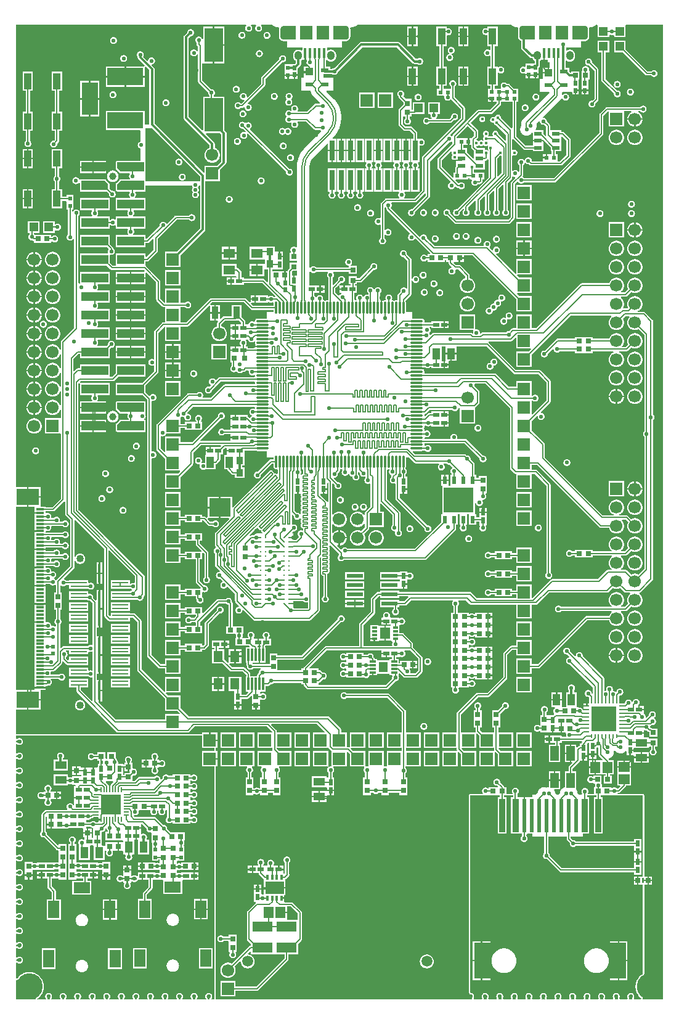
<source format=gtl>
%FSLAX43Y43*%
%MOMM*%
G71*
G01*
G75*
G04 Layer_Physical_Order=1*
G04 Layer_Color=255*
%ADD10C,0.175*%
%ADD11R,0.600X0.900*%
%ADD12R,0.800X0.650*%
%ADD13R,0.900X0.600*%
%ADD14R,0.650X0.800*%
%ADD15R,0.500X0.650*%
%ADD16R,0.600X0.550*%
%ADD17R,1.050X0.600*%
%ADD18R,0.550X0.600*%
%ADD19R,0.700X0.700*%
%ADD20R,1.000X2.250*%
%ADD21R,1.200X1.200*%
%ADD22R,1.200X1.200*%
%ADD23R,0.400X1.350*%
%ADD24R,1.100X0.600*%
%ADD25R,1.100X1.000*%
%ADD26R,0.700X0.700*%
%ADD27R,0.650X0.500*%
%ADD28R,1.500X2.400*%
%ADD29R,2.200X1.500*%
%ADD30R,1.092X1.600*%
%ADD31R,1.600X1.092*%
%ADD32R,1.350X1.500*%
%ADD33R,1.500X1.350*%
%ADD34R,0.762X0.762*%
%ADD35R,0.500X0.600*%
%ADD36R,0.762X0.762*%
%ADD37R,0.950X1.000*%
%ADD38R,2.800X1.400*%
%ADD39R,1.600X1.300*%
%ADD40R,1.300X1.600*%
%ADD41R,0.950X1.750*%
%ADD42R,2.500X4.600*%
%ADD43R,2.200X0.600*%
%ADD44R,0.300X1.700*%
%ADD45O,0.300X1.700*%
%ADD46O,1.700X0.300*%
%ADD47R,0.850X0.300*%
%ADD48R,1.300X1.400*%
%ADD49R,0.230X0.500*%
%ADD50R,0.500X0.230*%
%ADD51R,3.400X3.400*%
%ADD52C,0.320*%
%ADD53R,0.600X1.100*%
%ADD54R,4.100X3.500*%
%ADD55R,0.350X0.675*%
%ADD56R,2.500X1.700*%
%ADD57R,1.400X1.600*%
%ADD58R,0.700X0.300*%
%ADD59O,0.200X0.700*%
%ADD60O,0.700X0.200*%
%ADD61R,2.800X2.800*%
%ADD62R,1.000X1.600*%
%ADD63R,3.000X2.500*%
%ADD64R,1.200X2.000*%
%ADD65R,0.610X4.600*%
%ADD66R,2.000X4.900*%
%ADD67R,0.810X4.600*%
%ADD68R,1.100X0.300*%
%ADD69R,3.100X2.300*%
%ADD70R,2.270X0.280*%
%ADD71R,0.430X2.540*%
%ADD72R,0.430X4.700*%
%ADD73R,3.200X1.270*%
%ADD74R,3.683X1.270*%
%ADD75R,0.740X2.790*%
%ADD76C,0.180*%
%ADD77C,0.200*%
%ADD78C,0.150*%
%ADD79C,0.300*%
%ADD80C,0.165*%
%ADD81C,0.185*%
%ADD82C,0.127*%
%ADD83R,1.800X1.900*%
%ADD84R,0.300X0.900*%
%ADD85C,3.600*%
%ADD86R,1.700X1.700*%
G04:AMPARAMS|DCode=87|XSize=1.05mm|YSize=1.25mm|CornerRadius=0.525mm|HoleSize=0mm|Usage=FLASHONLY|Rotation=180.000|XOffset=0mm|YOffset=0mm|HoleType=Round|Shape=RoundedRectangle|*
%AMROUNDEDRECTD87*
21,1,1.050,0.200,0,0,180.0*
21,1,0.000,1.250,0,0,180.0*
1,1,1.050,0.000,0.100*
1,1,1.050,0.000,0.100*
1,1,1.050,0.000,-0.100*
1,1,1.050,0.000,-0.100*
%
%ADD87ROUNDEDRECTD87*%
G04:AMPARAMS|DCode=88|XSize=2.1mm|YSize=1.9mm|CornerRadius=0.494mm|HoleSize=0mm|Usage=FLASHONLY|Rotation=180.000|XOffset=0mm|YOffset=0mm|HoleType=Round|Shape=RoundedRectangle|*
%AMROUNDEDRECTD88*
21,1,2.100,0.912,0,0,180.0*
21,1,1.112,1.900,0,0,180.0*
1,1,0.988,-0.556,0.456*
1,1,0.988,0.556,0.456*
1,1,0.988,0.556,-0.456*
1,1,0.988,-0.556,-0.456*
%
%ADD88ROUNDEDRECTD88*%
%ADD89C,1.700*%
%ADD90R,1.700X1.700*%
%ADD91C,1.500*%
%ADD92R,5.000X2.400*%
%ADD93R,5.000X2.200*%
%ADD94R,2.200X4.500*%
%ADD95C,1.020*%
%ADD96C,1.000*%
%ADD97C,0.550*%
%ADD98C,0.400*%
%ADD99C,0.700*%
%ADD100C,0.660*%
G36*
X-17491Y-13819D02*
X-17475Y-13832D01*
X-17473Y-13878D01*
X-17464Y-13931D01*
X-17449Y-13982D01*
X-17429Y-14031D01*
X-17403Y-14078D01*
X-17372Y-14122D01*
X-17336Y-14161D01*
X-17297Y-14197D01*
X-17253Y-14228D01*
X-17206Y-14254D01*
X-17157Y-14274D01*
X-17106Y-14289D01*
X-17053Y-14298D01*
X-17000Y-14301D01*
X-16947Y-14298D01*
X-16937Y-14296D01*
X-16638Y-14594D01*
Y-15699D01*
X-16635Y-15744D01*
X-16624Y-15788D01*
X-16623Y-15790D01*
X-16731Y-15862D01*
X-17012Y-15581D01*
Y-15045D01*
X-18035D01*
X-18098Y-14918D01*
X-18096Y-14916D01*
X-18055Y-14852D01*
X-18020Y-14784D01*
X-17991Y-14713D01*
X-17968Y-14640D01*
X-17951Y-14566D01*
X-17941Y-14490D01*
X-17938Y-14414D01*
X-17941Y-14337D01*
X-17951Y-14262D01*
X-17968Y-14187D01*
X-17978Y-14155D01*
X-17600Y-13777D01*
X-17491Y-13819D01*
D02*
G37*
G36*
X-48990Y-34493D02*
X-48954Y-34533D01*
X-48914Y-34569D01*
X-48871Y-34599D01*
X-48824Y-34625D01*
X-48775Y-34646D01*
X-48724Y-34660D01*
X-48671Y-34669D01*
X-48618Y-34672D01*
X-48564Y-34669D01*
X-48512Y-34660D01*
X-48461Y-34646D01*
X-48411Y-34625D01*
X-48365Y-34599D01*
X-48321Y-34569D01*
X-48281Y-34533D01*
X-48250Y-34498D01*
X-46647D01*
X-46603Y-34582D01*
X-46596Y-34625D01*
X-46622Y-34653D01*
X-46653Y-34697D01*
X-46679Y-34744D01*
X-46699Y-34793D01*
X-46714Y-34844D01*
X-46723Y-34897D01*
X-46726Y-34950D01*
X-46723Y-35003D01*
X-46714Y-35056D01*
X-46699Y-35107D01*
X-46679Y-35156D01*
X-46653Y-35203D01*
X-46622Y-35247D01*
X-46586Y-35286D01*
X-46547Y-35322D01*
X-46526Y-35337D01*
Y-35675D01*
Y-38329D01*
X-46561Y-38367D01*
X-46653Y-38413D01*
X-46659Y-38411D01*
X-46704Y-38402D01*
X-46750Y-38399D01*
X-46796Y-38402D01*
X-46841Y-38411D01*
X-46884Y-38426D01*
X-46925Y-38446D01*
X-46964Y-38472D01*
X-46998Y-38502D01*
X-47002D01*
X-47036Y-38472D01*
X-47075Y-38446D01*
X-47116Y-38426D01*
X-47159Y-38411D01*
X-47204Y-38402D01*
X-47260Y-38347D01*
X-47275Y-38324D01*
X-47292Y-38275D01*
X-47286Y-38256D01*
X-47277Y-38203D01*
X-47274Y-38150D01*
X-47277Y-38097D01*
X-47286Y-38044D01*
X-47301Y-37993D01*
X-47321Y-37944D01*
X-47347Y-37897D01*
X-47378Y-37853D01*
X-47414Y-37814D01*
X-47453Y-37778D01*
X-47497Y-37747D01*
X-47544Y-37721D01*
X-47593Y-37701D01*
X-47644Y-37686D01*
X-47697Y-37677D01*
X-47750Y-37674D01*
X-47803Y-37677D01*
X-47856Y-37686D01*
X-47907Y-37701D01*
X-47956Y-37721D01*
X-48003Y-37747D01*
X-48047Y-37778D01*
X-48086Y-37814D01*
X-48122Y-37853D01*
X-48153Y-37897D01*
X-48179Y-37944D01*
X-48184Y-37956D01*
X-48292Y-37966D01*
X-48321Y-37957D01*
X-48321Y-37956D01*
X-48347Y-37909D01*
X-48378Y-37866D01*
X-48414Y-37826D01*
X-48453Y-37791D01*
X-48459Y-37786D01*
Y-37400D01*
X-47800D01*
Y-36900D01*
Y-36400D01*
X-49135D01*
Y-34505D01*
X-49064Y-34470D01*
X-49008Y-34467D01*
X-48990Y-34493D01*
D02*
G37*
G36*
X-46583Y-63485D02*
Y-66109D01*
X-46710Y-66124D01*
X-46713Y-66115D01*
X-46724Y-66086D01*
X-46729Y-66075D01*
X-46752Y-66038D01*
X-46780Y-66005D01*
X-47658Y-65127D01*
X-47635Y-65000D01*
X-47350D01*
Y-64350D01*
X-47250D01*
Y-64250D01*
X-46750D01*
Y-63900D01*
Y-63519D01*
X-46623Y-63455D01*
X-46583Y-63485D01*
D02*
G37*
G36*
X-88964Y-118728D02*
X-88929Y-118735D01*
X-88895Y-118746D01*
X-88863Y-118762D01*
X-88833Y-118782D01*
X-88806Y-118806D01*
X-88782Y-118833D01*
X-88762Y-118863D01*
X-88746Y-118895D01*
X-88735Y-118929D01*
X-88728Y-118964D01*
X-88725Y-119000D01*
X-88728Y-119036D01*
X-88735Y-119071D01*
X-88746Y-119105D01*
X-88762Y-119137D01*
X-88782Y-119167D01*
X-88806Y-119194D01*
X-88833Y-119218D01*
X-88863Y-119238D01*
X-88895Y-119254D01*
X-88929Y-119265D01*
X-88964Y-119272D01*
X-89000Y-119275D01*
X-89036Y-119272D01*
X-89071Y-119265D01*
X-89105Y-119254D01*
X-89137Y-119238D01*
X-89167Y-119218D01*
X-89189Y-119198D01*
X-89200Y-119191D01*
X-89210Y-119183D01*
X-89216Y-119180D01*
X-89221Y-119176D01*
X-89233Y-119170D01*
X-89244Y-119164D01*
X-89251Y-119162D01*
X-89257Y-119159D01*
X-89270Y-119156D01*
X-89282Y-119153D01*
X-89289Y-119152D01*
X-89296Y-119150D01*
X-89308Y-119150D01*
X-89321Y-119149D01*
X-89322Y-119149D01*
X-89336Y-119148D01*
X-89394Y-119111D01*
X-89448Y-119045D01*
X-89449Y-119042D01*
Y-118958D01*
X-89448Y-118955D01*
X-89394Y-118889D01*
X-89336Y-118852D01*
X-89322Y-118851D01*
X-89321Y-118851D01*
X-89308Y-118850D01*
X-89296Y-118850D01*
X-89289Y-118848D01*
X-89282Y-118847D01*
X-89270Y-118844D01*
X-89257Y-118841D01*
X-89251Y-118838D01*
X-89244Y-118836D01*
X-89233Y-118830D01*
X-89221Y-118824D01*
X-89216Y-118820D01*
X-89210Y-118817D01*
X-89200Y-118809D01*
X-89189Y-118802D01*
X-89167Y-118782D01*
X-89137Y-118762D01*
X-89105Y-118746D01*
X-89071Y-118735D01*
X-89036Y-118728D01*
X-89000Y-118725D01*
X-88964Y-118728D01*
D02*
G37*
G36*
X-22600Y-11125D02*
Y-11125D01*
X-22475Y-11130D01*
Y-11150D01*
X-21602D01*
X-21475Y-11150D01*
X-21475Y-11150D01*
X-21475D01*
Y-11150D01*
X-21475Y-11150D01*
X-21263D01*
Y-14719D01*
X-21390Y-14769D01*
X-22850Y-13310D01*
X-22849Y-13300D01*
X-22853Y-13248D01*
X-22863Y-13196D01*
X-22880Y-13147D01*
X-22903Y-13100D01*
X-22932Y-13056D01*
X-22967Y-13017D01*
X-23006Y-12982D01*
X-23050Y-12953D01*
X-23097Y-12930D01*
X-23146Y-12913D01*
X-23198Y-12903D01*
X-23250Y-12899D01*
X-23302Y-12903D01*
X-23354Y-12913D01*
X-23403Y-12930D01*
X-23450Y-12953D01*
X-23494Y-12982D01*
X-23533Y-13017D01*
X-23568Y-13056D01*
X-23597Y-13100D01*
X-23620Y-13147D01*
X-23634Y-13186D01*
X-23648Y-13204D01*
X-23756Y-13254D01*
X-23772Y-13255D01*
X-23821Y-13238D01*
X-23873Y-13228D01*
X-23925Y-13224D01*
X-23977Y-13228D01*
X-24029Y-13238D01*
X-24078Y-13255D01*
X-24125Y-13278D01*
X-24169Y-13307D01*
X-24208Y-13342D01*
X-24243Y-13381D01*
X-24272Y-13425D01*
X-24295Y-13472D01*
X-24312Y-13521D01*
X-24322Y-13573D01*
X-24326Y-13625D01*
X-24322Y-13677D01*
X-24312Y-13729D01*
X-24295Y-13778D01*
X-24272Y-13825D01*
X-24243Y-13869D01*
X-24208Y-13908D01*
X-24169Y-13943D01*
X-24125Y-13972D01*
X-24078Y-13995D01*
X-24029Y-14012D01*
X-23977Y-14022D01*
X-23925Y-14026D01*
X-23857Y-14043D01*
X-23812Y-14104D01*
X-23795Y-14153D01*
X-23772Y-14200D01*
X-23743Y-14244D01*
X-23708Y-14283D01*
X-23669Y-14318D01*
X-23625Y-14347D01*
X-23578Y-14370D01*
X-23529Y-14387D01*
X-23477Y-14397D01*
X-23425Y-14401D01*
X-23415Y-14400D01*
X-22126Y-15689D01*
Y-16443D01*
X-22243Y-16492D01*
X-23200Y-15535D01*
X-23199Y-15525D01*
X-23203Y-15473D01*
X-23213Y-15421D01*
X-23230Y-15372D01*
X-23253Y-15325D01*
X-23282Y-15281D01*
X-23317Y-15242D01*
X-23356Y-15207D01*
X-23400Y-15178D01*
X-23447Y-15155D01*
X-23496Y-15138D01*
X-23548Y-15128D01*
X-23600Y-15124D01*
X-23652Y-15128D01*
X-23704Y-15138D01*
X-23753Y-15155D01*
X-23800Y-15178D01*
X-23844Y-15207D01*
X-23883Y-15242D01*
X-23918Y-15281D01*
X-23947Y-15325D01*
X-23970Y-15372D01*
X-23987Y-15421D01*
X-23997Y-15473D01*
X-24001Y-15525D01*
X-23997Y-15577D01*
X-23987Y-15629D01*
X-23970Y-15678D01*
X-23947Y-15725D01*
X-23918Y-15769D01*
X-23915Y-15772D01*
X-23962Y-15891D01*
X-23970Y-15899D01*
X-24530D01*
X-24538Y-15891D01*
X-24543Y-15880D01*
X-24582Y-15769D01*
D01*
Y-15769D01*
X-24553Y-15725D01*
X-24530Y-15678D01*
X-24530Y-15678D01*
X-24525Y-15664D01*
X-24513Y-15629D01*
X-24503Y-15577D01*
X-24499Y-15525D01*
X-24503Y-15473D01*
X-24513Y-15421D01*
X-24530Y-15372D01*
X-24553Y-15325D01*
X-24582Y-15281D01*
X-24617Y-15242D01*
X-24656Y-15207D01*
X-24700Y-15178D01*
X-24747Y-15155D01*
X-24796Y-15138D01*
X-24848Y-15128D01*
X-24900Y-15124D01*
X-24952Y-15128D01*
X-25004Y-15138D01*
X-25053Y-15155D01*
X-25100Y-15178D01*
X-25144Y-15207D01*
X-25183Y-15242D01*
X-25218Y-15281D01*
X-25247Y-15325D01*
X-25270Y-15372D01*
X-25287Y-15421D01*
X-25297Y-15473D01*
X-25301Y-15525D01*
X-25297Y-15577D01*
X-25287Y-15629D01*
X-25275Y-15664D01*
X-25270Y-15678D01*
X-25270Y-15678D01*
X-25247Y-15725D01*
X-25218Y-15769D01*
X-25218D01*
X-25218Y-15769D01*
D01*
X-25193Y-15850D01*
X-25218Y-15931D01*
D01*
Y-15931D01*
X-25247Y-15975D01*
X-25270Y-16022D01*
X-25270Y-16022D01*
X-25275Y-16036D01*
X-25287Y-16071D01*
X-25297Y-16123D01*
X-25301Y-16175D01*
X-25297Y-16227D01*
X-25287Y-16279D01*
X-25270Y-16328D01*
X-25247Y-16375D01*
X-25218Y-16419D01*
X-25306Y-16507D01*
X-25350Y-16478D01*
X-25397Y-16455D01*
X-25446Y-16438D01*
X-25498Y-16428D01*
X-25550Y-16424D01*
X-25602Y-16428D01*
X-25654Y-16438D01*
X-25689Y-16450D01*
X-25703Y-16455D01*
X-25703Y-16455D01*
X-25750Y-16478D01*
X-25794Y-16507D01*
Y-16507D01*
X-25794Y-16507D01*
D01*
X-25875Y-16532D01*
X-25956Y-16507D01*
D01*
X-25956D01*
X-26000Y-16478D01*
X-26047Y-16455D01*
X-26047Y-16455D01*
X-26061Y-16450D01*
X-26096Y-16438D01*
X-26148Y-16428D01*
X-26149Y-16428D01*
X-26201Y-16302D01*
X-26201Y-16300D01*
X-26039Y-16139D01*
X-26010Y-16104D01*
X-25986Y-16066D01*
X-25969Y-16024D01*
X-25959Y-15980D01*
X-25955Y-15935D01*
Y-15215D01*
X-25959Y-15169D01*
X-25969Y-15125D01*
X-25986Y-15084D01*
X-26010Y-15045D01*
X-26039Y-15011D01*
X-26999Y-14051D01*
X-25753Y-12806D01*
X-24195D01*
X-24150Y-12803D01*
X-24106Y-12792D01*
X-24065Y-12775D01*
X-24026Y-12751D01*
X-23992Y-12722D01*
X-22919Y-11649D01*
X-22894Y-11628D01*
X-22865Y-11593D01*
X-22841Y-11554D01*
X-22823Y-11512D01*
X-22813Y-11468D01*
X-22809Y-11422D01*
Y-11125D01*
X-22600D01*
X-22600Y-11125D01*
D02*
G37*
G36*
X-50650Y-65000D02*
X-50326D01*
Y-65250D01*
X-50322Y-65293D01*
X-50312Y-65335D01*
X-50296Y-65375D01*
X-50281Y-65400D01*
X-50296Y-65425D01*
X-50312Y-65465D01*
X-50322Y-65507D01*
X-50326Y-65550D01*
Y-65850D01*
X-50322Y-65893D01*
X-50312Y-65935D01*
X-50296Y-65975D01*
X-50281Y-66000D01*
X-50296Y-66025D01*
X-50312Y-66065D01*
X-50322Y-66107D01*
X-50326Y-66150D01*
Y-66450D01*
X-50322Y-66493D01*
X-50312Y-66535D01*
X-50296Y-66575D01*
X-50281Y-66600D01*
X-50296Y-66625D01*
X-50312Y-66665D01*
X-50322Y-66707D01*
X-50326Y-66750D01*
Y-67050D01*
X-50322Y-67093D01*
X-50312Y-67135D01*
X-50296Y-67175D01*
X-50281Y-67200D01*
X-50296Y-67225D01*
X-50312Y-67265D01*
X-50322Y-67307D01*
X-50326Y-67350D01*
Y-67650D01*
X-50322Y-67693D01*
X-50333Y-67727D01*
X-50375Y-67746D01*
X-50479Y-67750D01*
X-50489Y-67739D01*
X-50528Y-67703D01*
X-50572Y-67672D01*
X-50619Y-67646D01*
X-50668Y-67626D01*
X-50719Y-67611D01*
X-50772Y-67602D01*
X-50825Y-67599D01*
X-50878Y-67602D01*
X-50894Y-67605D01*
X-51167Y-67333D01*
Y-65000D01*
X-50850D01*
Y-64350D01*
X-50650D01*
Y-65000D01*
D02*
G37*
G36*
X-88964Y-102728D02*
X-88929Y-102735D01*
X-88895Y-102746D01*
X-88863Y-102762D01*
X-88833Y-102782D01*
X-88806Y-102806D01*
X-88782Y-102833D01*
X-88762Y-102863D01*
X-88746Y-102895D01*
X-88735Y-102929D01*
X-88728Y-102964D01*
X-88725Y-103000D01*
X-88728Y-103036D01*
X-88735Y-103071D01*
X-88746Y-103105D01*
X-88762Y-103137D01*
X-88782Y-103167D01*
X-88806Y-103194D01*
X-88833Y-103218D01*
X-88863Y-103238D01*
X-88895Y-103254D01*
X-88929Y-103265D01*
X-88964Y-103272D01*
X-89000Y-103275D01*
X-89036Y-103272D01*
X-89071Y-103265D01*
X-89105Y-103254D01*
X-89137Y-103238D01*
X-89167Y-103218D01*
X-89189Y-103198D01*
X-89200Y-103191D01*
X-89210Y-103183D01*
X-89216Y-103180D01*
X-89221Y-103176D01*
X-89233Y-103170D01*
X-89244Y-103164D01*
X-89251Y-103162D01*
X-89257Y-103159D01*
X-89270Y-103156D01*
X-89282Y-103153D01*
X-89289Y-103152D01*
X-89296Y-103150D01*
X-89308Y-103150D01*
X-89321Y-103149D01*
X-89322Y-103149D01*
X-89336Y-103148D01*
X-89394Y-103111D01*
X-89448Y-103045D01*
X-89449Y-103042D01*
Y-102958D01*
X-89448Y-102955D01*
X-89394Y-102889D01*
X-89336Y-102852D01*
X-89322Y-102851D01*
X-89321Y-102851D01*
X-89308Y-102850D01*
X-89296Y-102850D01*
X-89289Y-102848D01*
X-89282Y-102847D01*
X-89270Y-102844D01*
X-89257Y-102841D01*
X-89251Y-102838D01*
X-89244Y-102836D01*
X-89233Y-102830D01*
X-89221Y-102824D01*
X-89216Y-102820D01*
X-89210Y-102817D01*
X-89200Y-102809D01*
X-89189Y-102802D01*
X-89167Y-102782D01*
X-89137Y-102762D01*
X-89105Y-102746D01*
X-89071Y-102735D01*
X-89036Y-102728D01*
X-89000Y-102725D01*
X-88964Y-102728D01*
D02*
G37*
G36*
X-21093Y-48454D02*
X-21059Y-48483D01*
X-21020Y-48507D01*
X-20979Y-48524D01*
X-20935Y-48535D01*
X-20890Y-48538D01*
X-17719D01*
X-16588Y-49669D01*
Y-52165D01*
X-18493Y-54069D01*
X-18620Y-54017D01*
Y-52224D01*
X-18616Y-52220D01*
X-18493Y-52179D01*
X-18486Y-52186D01*
X-18447Y-52222D01*
X-18403Y-52253D01*
X-18356Y-52279D01*
X-18307Y-52299D01*
X-18256Y-52314D01*
X-18203Y-52323D01*
X-18150Y-52326D01*
X-18097Y-52323D01*
X-18044Y-52314D01*
X-17993Y-52299D01*
X-17944Y-52279D01*
X-17897Y-52253D01*
X-17853Y-52222D01*
X-17814Y-52186D01*
X-17778Y-52147D01*
X-17747Y-52103D01*
X-17721Y-52056D01*
X-17701Y-52007D01*
X-17686Y-51956D01*
X-17677Y-51903D01*
X-17674Y-51850D01*
X-17677Y-51797D01*
X-17686Y-51744D01*
X-17701Y-51693D01*
X-17721Y-51644D01*
X-17747Y-51597D01*
X-17778Y-51553D01*
X-17814Y-51514D01*
X-17853Y-51478D01*
X-17897Y-51447D01*
X-17944Y-51421D01*
X-17993Y-51401D01*
X-18044Y-51386D01*
X-18097Y-51377D01*
X-18150Y-51374D01*
X-18203Y-51377D01*
X-18256Y-51386D01*
X-18307Y-51401D01*
X-18356Y-51421D01*
X-18403Y-51447D01*
X-18447Y-51478D01*
X-18486Y-51514D01*
X-18493Y-51521D01*
X-18616Y-51480D01*
X-18620Y-51476D01*
Y-49524D01*
X-20720D01*
Y-50286D01*
X-21752D01*
X-23491Y-48546D01*
X-23525Y-48517D01*
X-23564Y-48493D01*
X-23606Y-48476D01*
X-23650Y-48465D01*
X-23695Y-48462D01*
X-33272D01*
X-33300Y-48441D01*
X-33360Y-48342D01*
X-33360Y-48335D01*
X-33352Y-48296D01*
X-33349Y-48250D01*
X-33352Y-48204D01*
X-33361Y-48159D01*
X-33367Y-48142D01*
X-33376Y-48116D01*
X-33376Y-48116D01*
X-33393Y-48080D01*
X-33413Y-48000D01*
X-33393Y-47920D01*
X-33376Y-47884D01*
X-33376Y-47884D01*
X-33367Y-47858D01*
X-33364Y-47850D01*
X-34400D01*
Y-47650D01*
X-33341D01*
X-33233Y-47612D01*
X-33222Y-47622D01*
X-33178Y-47653D01*
X-33131Y-47679D01*
X-33082Y-47699D01*
X-33031Y-47714D01*
X-32978Y-47723D01*
X-32925Y-47726D01*
X-32872Y-47723D01*
X-32819Y-47714D01*
X-32768Y-47699D01*
X-32719Y-47679D01*
X-32672Y-47653D01*
X-32628Y-47622D01*
X-32589Y-47586D01*
X-32553Y-47547D01*
X-32549Y-47541D01*
X-32400D01*
Y-47750D01*
X-30750D01*
Y-47250D01*
Y-46750D01*
X-30862D01*
X-30979Y-46725D01*
Y-44725D01*
X-30856Y-44716D01*
X-30562D01*
X-30439Y-44725D01*
X-30439Y-44843D01*
Y-45625D01*
X-28947D01*
Y-44843D01*
X-28947Y-44725D01*
X-28824Y-44716D01*
X-24832D01*
X-21093Y-48454D01*
D02*
G37*
G36*
X-26532Y-15334D02*
Y-15815D01*
X-26825Y-16109D01*
X-26855Y-16144D01*
X-26862Y-16155D01*
X-27197D01*
Y-16630D01*
Y-17105D01*
X-26910D01*
Y-17371D01*
X-26906Y-17416D01*
X-26896Y-17460D01*
X-26878Y-17502D01*
X-26855Y-17540D01*
X-26825Y-17575D01*
X-26532Y-17868D01*
Y-18518D01*
Y-18875D01*
X-26650Y-18923D01*
X-27532Y-18041D01*
Y-17518D01*
X-27969D01*
Y-17105D01*
X-27797D01*
Y-17105D01*
Y-17105D01*
X-27797D01*
Y-17105D01*
X-27797Y-17105D01*
X-27397D01*
Y-16630D01*
Y-16155D01*
X-27797D01*
Y-16155D01*
Y-16155D01*
X-27797D01*
Y-16155D01*
X-27797Y-16155D01*
X-28797D01*
X-28797Y-16155D01*
Y-16155D01*
X-28797Y-16155D01*
X-28912Y-16126D01*
Y-15964D01*
X-27406Y-14459D01*
X-26532Y-15334D01*
D02*
G37*
G36*
X-25794Y-17143D02*
X-25794D01*
X-25794Y-17143D01*
X-25750Y-17172D01*
X-25703Y-17195D01*
X-25703Y-17195D01*
X-25689Y-17200D01*
X-25654Y-17212D01*
X-25602Y-17222D01*
X-25550Y-17226D01*
X-25498Y-17222D01*
X-25446Y-17212D01*
X-25411Y-17200D01*
X-25397Y-17195D01*
X-25397Y-17195D01*
X-25350Y-17172D01*
X-25306Y-17143D01*
Y-17143D01*
X-25306Y-17143D01*
D01*
X-25225Y-17118D01*
X-25144Y-17143D01*
D01*
X-25144D01*
X-25100Y-17172D01*
X-25053Y-17195D01*
X-25053Y-17195D01*
X-25039Y-17200D01*
X-25004Y-17212D01*
X-24952Y-17222D01*
X-24900Y-17226D01*
X-24848Y-17222D01*
X-24796Y-17212D01*
X-24747Y-17195D01*
X-24700Y-17172D01*
X-24656Y-17143D01*
X-24568Y-17231D01*
X-24597Y-17275D01*
X-24620Y-17322D01*
X-24637Y-17371D01*
X-24647Y-17423D01*
X-24651Y-17475D01*
X-24647Y-17527D01*
X-24637Y-17579D01*
X-24620Y-17628D01*
X-24597Y-17675D01*
X-24568Y-17719D01*
X-24656Y-17807D01*
X-24700Y-17778D01*
X-24747Y-17755D01*
X-24796Y-17738D01*
X-24848Y-17728D01*
X-24900Y-17724D01*
X-24952Y-17728D01*
X-24955Y-17728D01*
X-25057Y-17665D01*
X-25082Y-17630D01*
Y-17518D01*
X-26066D01*
X-26233Y-17351D01*
X-26212Y-17273D01*
X-26180Y-17225D01*
X-26148Y-17222D01*
X-26096Y-17212D01*
X-26061Y-17200D01*
X-26047Y-17195D01*
X-26047Y-17195D01*
X-26000Y-17172D01*
X-25956Y-17143D01*
Y-17143D01*
X-25956Y-17143D01*
D01*
X-25875Y-17118D01*
X-25794Y-17143D01*
D02*
G37*
G36*
X-88964Y-120728D02*
X-88929Y-120735D01*
X-88895Y-120746D01*
X-88863Y-120762D01*
X-88833Y-120782D01*
X-88806Y-120806D01*
X-88782Y-120833D01*
X-88762Y-120863D01*
X-88746Y-120895D01*
X-88735Y-120929D01*
X-88728Y-120964D01*
X-88725Y-121000D01*
X-88728Y-121036D01*
X-88735Y-121071D01*
X-88746Y-121105D01*
X-88762Y-121137D01*
X-88782Y-121167D01*
X-88806Y-121194D01*
X-88833Y-121218D01*
X-88863Y-121238D01*
X-88895Y-121254D01*
X-88929Y-121265D01*
X-88964Y-121272D01*
X-89000Y-121275D01*
X-89036Y-121272D01*
X-89071Y-121265D01*
X-89105Y-121254D01*
X-89137Y-121238D01*
X-89167Y-121218D01*
X-89189Y-121198D01*
X-89200Y-121191D01*
X-89210Y-121183D01*
X-89216Y-121180D01*
X-89221Y-121176D01*
X-89233Y-121170D01*
X-89244Y-121164D01*
X-89251Y-121162D01*
X-89257Y-121159D01*
X-89270Y-121156D01*
X-89282Y-121153D01*
X-89289Y-121152D01*
X-89296Y-121150D01*
X-89308Y-121150D01*
X-89321Y-121149D01*
X-89322Y-121149D01*
X-89336Y-121148D01*
X-89394Y-121111D01*
X-89448Y-121045D01*
X-89449Y-121042D01*
Y-120958D01*
X-89448Y-120955D01*
X-89394Y-120889D01*
X-89336Y-120852D01*
X-89322Y-120851D01*
X-89321Y-120851D01*
X-89308Y-120850D01*
X-89296Y-120850D01*
X-89289Y-120848D01*
X-89282Y-120847D01*
X-89270Y-120844D01*
X-89257Y-120841D01*
X-89251Y-120838D01*
X-89244Y-120836D01*
X-89233Y-120830D01*
X-89221Y-120824D01*
X-89216Y-120820D01*
X-89210Y-120817D01*
X-89200Y-120809D01*
X-89189Y-120802D01*
X-89167Y-120782D01*
X-89137Y-120762D01*
X-89105Y-120746D01*
X-89071Y-120735D01*
X-89036Y-120728D01*
X-89000Y-120725D01*
X-88964Y-120728D01*
D02*
G37*
G36*
X-63900Y-99884D02*
X-62200D01*
Y-100324D01*
X-63900D01*
Y-102424D01*
X-62200D01*
Y-134449D01*
X-62599D01*
X-62639Y-134378D01*
X-62650Y-134322D01*
X-62622Y-134290D01*
X-62588Y-134238D01*
X-62560Y-134182D01*
X-62540Y-134123D01*
X-62528Y-134062D01*
X-62524Y-134000D01*
X-62528Y-133938D01*
X-62540Y-133877D01*
X-62560Y-133818D01*
X-62588Y-133762D01*
X-62622Y-133710D01*
X-62663Y-133663D01*
X-62710Y-133622D01*
X-62762Y-133588D01*
X-62818Y-133560D01*
X-62877Y-133540D01*
X-62938Y-133528D01*
X-63000Y-133524D01*
X-63062Y-133528D01*
X-63123Y-133540D01*
X-63182Y-133560D01*
X-63238Y-133588D01*
X-63290Y-133622D01*
X-63337Y-133663D01*
X-63378Y-133710D01*
X-63412Y-133762D01*
X-63440Y-133818D01*
X-63460Y-133877D01*
X-63472Y-133938D01*
X-63476Y-134000D01*
X-63472Y-134062D01*
X-63460Y-134123D01*
X-63440Y-134182D01*
X-63412Y-134238D01*
X-63378Y-134290D01*
X-63350Y-134322D01*
X-63361Y-134378D01*
X-63401Y-134449D01*
X-64599D01*
X-64639Y-134378D01*
X-64650Y-134322D01*
X-64622Y-134290D01*
X-64588Y-134238D01*
X-64560Y-134182D01*
X-64540Y-134123D01*
X-64528Y-134062D01*
X-64524Y-134000D01*
X-64528Y-133938D01*
X-64540Y-133877D01*
X-64560Y-133818D01*
X-64588Y-133762D01*
X-64622Y-133710D01*
X-64663Y-133663D01*
X-64710Y-133622D01*
X-64762Y-133588D01*
X-64818Y-133560D01*
X-64877Y-133540D01*
X-64938Y-133528D01*
X-65000Y-133524D01*
X-65062Y-133528D01*
X-65123Y-133540D01*
X-65182Y-133560D01*
X-65238Y-133588D01*
X-65290Y-133622D01*
X-65337Y-133663D01*
X-65378Y-133710D01*
X-65412Y-133762D01*
X-65440Y-133818D01*
X-65460Y-133877D01*
X-65472Y-133938D01*
X-65476Y-134000D01*
X-65472Y-134062D01*
X-65460Y-134123D01*
X-65440Y-134182D01*
X-65412Y-134238D01*
X-65378Y-134290D01*
X-65350Y-134322D01*
X-65361Y-134378D01*
X-65401Y-134449D01*
X-66599D01*
X-66639Y-134378D01*
X-66650Y-134322D01*
X-66622Y-134290D01*
X-66588Y-134238D01*
X-66560Y-134182D01*
X-66540Y-134123D01*
X-66528Y-134062D01*
X-66524Y-134000D01*
X-66528Y-133938D01*
X-66540Y-133877D01*
X-66560Y-133818D01*
X-66588Y-133762D01*
X-66622Y-133710D01*
X-66663Y-133663D01*
X-66710Y-133622D01*
X-66762Y-133588D01*
X-66818Y-133560D01*
X-66877Y-133540D01*
X-66938Y-133528D01*
X-67000Y-133524D01*
X-67062Y-133528D01*
X-67123Y-133540D01*
X-67182Y-133560D01*
X-67238Y-133588D01*
X-67290Y-133622D01*
X-67337Y-133663D01*
X-67378Y-133710D01*
X-67412Y-133762D01*
X-67440Y-133818D01*
X-67460Y-133877D01*
X-67472Y-133938D01*
X-67476Y-134000D01*
X-67472Y-134062D01*
X-67460Y-134123D01*
X-67440Y-134182D01*
X-67412Y-134238D01*
X-67378Y-134290D01*
X-67350Y-134322D01*
X-67361Y-134378D01*
X-67401Y-134449D01*
X-68599D01*
X-68639Y-134378D01*
X-68650Y-134322D01*
X-68622Y-134290D01*
X-68588Y-134238D01*
X-68560Y-134182D01*
X-68540Y-134123D01*
X-68528Y-134062D01*
X-68524Y-134000D01*
X-68528Y-133938D01*
X-68540Y-133877D01*
X-68560Y-133818D01*
X-68588Y-133762D01*
X-68622Y-133710D01*
X-68663Y-133663D01*
X-68710Y-133622D01*
X-68762Y-133588D01*
X-68818Y-133560D01*
X-68877Y-133540D01*
X-68938Y-133528D01*
X-69000Y-133524D01*
X-69062Y-133528D01*
X-69123Y-133540D01*
X-69182Y-133560D01*
X-69238Y-133588D01*
X-69290Y-133622D01*
X-69337Y-133663D01*
X-69378Y-133710D01*
X-69412Y-133762D01*
X-69440Y-133818D01*
X-69460Y-133877D01*
X-69472Y-133938D01*
X-69476Y-134000D01*
X-69472Y-134062D01*
X-69460Y-134123D01*
X-69440Y-134182D01*
X-69412Y-134238D01*
X-69378Y-134290D01*
X-69350Y-134322D01*
X-69361Y-134378D01*
X-69401Y-134449D01*
X-70599D01*
X-70639Y-134378D01*
X-70650Y-134322D01*
X-70622Y-134290D01*
X-70588Y-134238D01*
X-70560Y-134182D01*
X-70540Y-134123D01*
X-70528Y-134062D01*
X-70524Y-134000D01*
X-70528Y-133938D01*
X-70540Y-133877D01*
X-70560Y-133818D01*
X-70588Y-133762D01*
X-70622Y-133710D01*
X-70663Y-133663D01*
X-70710Y-133622D01*
X-70762Y-133588D01*
X-70818Y-133560D01*
X-70877Y-133540D01*
X-70938Y-133528D01*
X-71000Y-133524D01*
X-71062Y-133528D01*
X-71123Y-133540D01*
X-71182Y-133560D01*
X-71238Y-133588D01*
X-71290Y-133622D01*
X-71337Y-133663D01*
X-71378Y-133710D01*
X-71412Y-133762D01*
X-71440Y-133818D01*
X-71460Y-133877D01*
X-71472Y-133938D01*
X-71476Y-134000D01*
X-71472Y-134062D01*
X-71460Y-134123D01*
X-71440Y-134182D01*
X-71412Y-134238D01*
X-71378Y-134290D01*
X-71350Y-134322D01*
X-71361Y-134378D01*
X-71401Y-134449D01*
X-72599D01*
X-72639Y-134378D01*
X-72650Y-134322D01*
X-72622Y-134290D01*
X-72588Y-134238D01*
X-72560Y-134182D01*
X-72540Y-134123D01*
X-72528Y-134062D01*
X-72524Y-134000D01*
X-72528Y-133938D01*
X-72540Y-133877D01*
X-72560Y-133818D01*
X-72588Y-133762D01*
X-72622Y-133710D01*
X-72663Y-133663D01*
X-72710Y-133622D01*
X-72762Y-133588D01*
X-72818Y-133560D01*
X-72877Y-133540D01*
X-72938Y-133528D01*
X-73000Y-133524D01*
X-73062Y-133528D01*
X-73123Y-133540D01*
X-73182Y-133560D01*
X-73238Y-133588D01*
X-73290Y-133622D01*
X-73337Y-133663D01*
X-73378Y-133710D01*
X-73412Y-133762D01*
X-73440Y-133818D01*
X-73460Y-133877D01*
X-73472Y-133938D01*
X-73476Y-134000D01*
X-73472Y-134062D01*
X-73460Y-134123D01*
X-73440Y-134182D01*
X-73412Y-134238D01*
X-73378Y-134290D01*
X-73350Y-134322D01*
X-73361Y-134378D01*
X-73401Y-134449D01*
X-74599D01*
X-74639Y-134378D01*
X-74650Y-134322D01*
X-74622Y-134290D01*
X-74588Y-134238D01*
X-74560Y-134182D01*
X-74540Y-134123D01*
X-74528Y-134062D01*
X-74524Y-134000D01*
X-74528Y-133938D01*
X-74540Y-133877D01*
X-74560Y-133818D01*
X-74588Y-133762D01*
X-74622Y-133710D01*
X-74663Y-133663D01*
X-74710Y-133622D01*
X-74762Y-133588D01*
X-74818Y-133560D01*
X-74877Y-133540D01*
X-74938Y-133528D01*
X-75000Y-133524D01*
X-75062Y-133528D01*
X-75123Y-133540D01*
X-75182Y-133560D01*
X-75238Y-133588D01*
X-75290Y-133622D01*
X-75337Y-133663D01*
X-75378Y-133710D01*
X-75412Y-133762D01*
X-75440Y-133818D01*
X-75460Y-133877D01*
X-75472Y-133938D01*
X-75476Y-134000D01*
X-75472Y-134062D01*
X-75460Y-134123D01*
X-75440Y-134182D01*
X-75412Y-134238D01*
X-75378Y-134290D01*
X-75350Y-134322D01*
X-75361Y-134378D01*
X-75401Y-134449D01*
X-76599D01*
X-76639Y-134378D01*
X-76650Y-134322D01*
X-76622Y-134290D01*
X-76588Y-134238D01*
X-76560Y-134182D01*
X-76540Y-134123D01*
X-76528Y-134062D01*
X-76524Y-134000D01*
X-76528Y-133938D01*
X-76540Y-133877D01*
X-76560Y-133818D01*
X-76588Y-133762D01*
X-76622Y-133710D01*
X-76663Y-133663D01*
X-76710Y-133622D01*
X-76762Y-133588D01*
X-76818Y-133560D01*
X-76877Y-133540D01*
X-76938Y-133528D01*
X-77000Y-133524D01*
X-77062Y-133528D01*
X-77123Y-133540D01*
X-77182Y-133560D01*
X-77238Y-133588D01*
X-77290Y-133622D01*
X-77337Y-133663D01*
X-77378Y-133710D01*
X-77412Y-133762D01*
X-77440Y-133818D01*
X-77460Y-133877D01*
X-77472Y-133938D01*
X-77476Y-134000D01*
X-77472Y-134062D01*
X-77460Y-134123D01*
X-77440Y-134182D01*
X-77412Y-134238D01*
X-77378Y-134290D01*
X-77350Y-134322D01*
X-77361Y-134378D01*
X-77401Y-134449D01*
X-78599D01*
X-78639Y-134378D01*
X-78650Y-134322D01*
X-78622Y-134290D01*
X-78588Y-134238D01*
X-78560Y-134182D01*
X-78540Y-134123D01*
X-78528Y-134062D01*
X-78524Y-134000D01*
X-78528Y-133938D01*
X-78540Y-133877D01*
X-78560Y-133818D01*
X-78588Y-133762D01*
X-78622Y-133710D01*
X-78663Y-133663D01*
X-78710Y-133622D01*
X-78762Y-133588D01*
X-78818Y-133560D01*
X-78877Y-133540D01*
X-78938Y-133528D01*
X-79000Y-133524D01*
X-79062Y-133528D01*
X-79123Y-133540D01*
X-79182Y-133560D01*
X-79238Y-133588D01*
X-79290Y-133622D01*
X-79337Y-133663D01*
X-79378Y-133710D01*
X-79412Y-133762D01*
X-79440Y-133818D01*
X-79460Y-133877D01*
X-79472Y-133938D01*
X-79476Y-134000D01*
X-79472Y-134062D01*
X-79460Y-134123D01*
X-79440Y-134182D01*
X-79412Y-134238D01*
X-79378Y-134290D01*
X-79350Y-134322D01*
X-79361Y-134378D01*
X-79401Y-134449D01*
X-80599D01*
X-80639Y-134378D01*
X-80650Y-134322D01*
X-80622Y-134290D01*
X-80588Y-134238D01*
X-80560Y-134182D01*
X-80540Y-134123D01*
X-80528Y-134062D01*
X-80524Y-134000D01*
X-80528Y-133938D01*
X-80540Y-133877D01*
X-80560Y-133818D01*
X-80588Y-133762D01*
X-80622Y-133710D01*
X-80663Y-133663D01*
X-80710Y-133622D01*
X-80762Y-133588D01*
X-80818Y-133560D01*
X-80877Y-133540D01*
X-80938Y-133528D01*
X-81000Y-133524D01*
X-81062Y-133528D01*
X-81123Y-133540D01*
X-81182Y-133560D01*
X-81238Y-133588D01*
X-81290Y-133622D01*
X-81337Y-133663D01*
X-81378Y-133710D01*
X-81412Y-133762D01*
X-81440Y-133818D01*
X-81460Y-133877D01*
X-81472Y-133938D01*
X-81476Y-134000D01*
X-81472Y-134062D01*
X-81460Y-134123D01*
X-81440Y-134182D01*
X-81412Y-134238D01*
X-81378Y-134290D01*
X-81350Y-134322D01*
X-81361Y-134378D01*
X-81401Y-134449D01*
X-82599D01*
X-82639Y-134378D01*
X-82650Y-134322D01*
X-82622Y-134290D01*
X-82588Y-134238D01*
X-82560Y-134182D01*
X-82540Y-134123D01*
X-82528Y-134062D01*
X-82524Y-134000D01*
X-82528Y-133938D01*
X-82540Y-133877D01*
X-82560Y-133818D01*
X-82588Y-133762D01*
X-82622Y-133710D01*
X-82663Y-133663D01*
X-82710Y-133622D01*
X-82762Y-133588D01*
X-82818Y-133560D01*
X-82877Y-133540D01*
X-82938Y-133528D01*
X-83000Y-133524D01*
X-83062Y-133528D01*
X-83123Y-133540D01*
X-83182Y-133560D01*
X-83238Y-133588D01*
X-83290Y-133622D01*
X-83337Y-133663D01*
X-83378Y-133710D01*
X-83412Y-133762D01*
X-83440Y-133818D01*
X-83460Y-133877D01*
X-83472Y-133938D01*
X-83476Y-134000D01*
X-83472Y-134062D01*
X-83460Y-134123D01*
X-83440Y-134182D01*
X-83412Y-134238D01*
X-83378Y-134290D01*
X-83350Y-134322D01*
X-83361Y-134378D01*
X-83401Y-134449D01*
X-84599D01*
X-84639Y-134378D01*
X-84650Y-134322D01*
X-84622Y-134290D01*
X-84588Y-134238D01*
X-84560Y-134182D01*
X-84540Y-134123D01*
X-84528Y-134062D01*
X-84524Y-134000D01*
X-84528Y-133938D01*
X-84540Y-133877D01*
X-84560Y-133818D01*
X-84588Y-133762D01*
X-84622Y-133710D01*
X-84663Y-133663D01*
X-84710Y-133622D01*
X-84762Y-133588D01*
X-84818Y-133560D01*
X-84877Y-133540D01*
X-84938Y-133528D01*
X-85000Y-133524D01*
X-85062Y-133528D01*
X-85123Y-133540D01*
X-85182Y-133560D01*
X-85238Y-133588D01*
X-85290Y-133622D01*
X-85337Y-133663D01*
X-85378Y-133710D01*
X-85412Y-133762D01*
X-85440Y-133818D01*
X-85460Y-133877D01*
X-85472Y-133938D01*
X-85476Y-134000D01*
X-85472Y-134062D01*
X-85460Y-134123D01*
X-85440Y-134182D01*
X-85412Y-134238D01*
X-85378Y-134290D01*
X-85350Y-134322D01*
X-85361Y-134378D01*
X-85401Y-134449D01*
X-86515D01*
X-86551Y-134322D01*
X-86538Y-134314D01*
X-86432Y-134238D01*
X-86331Y-134154D01*
X-86235Y-134065D01*
X-86146Y-133969D01*
X-86062Y-133868D01*
X-85986Y-133762D01*
X-85917Y-133651D01*
X-85855Y-133535D01*
X-85801Y-133416D01*
X-85755Y-133293D01*
X-85717Y-133168D01*
X-85687Y-133040D01*
X-85666Y-132911D01*
X-85653Y-132781D01*
X-85649Y-132650D01*
X-85653Y-132519D01*
X-85666Y-132389D01*
X-85687Y-132260D01*
X-85717Y-132132D01*
X-85755Y-132007D01*
X-85801Y-131884D01*
X-85855Y-131765D01*
X-85917Y-131649D01*
X-85986Y-131538D01*
X-86062Y-131432D01*
X-86146Y-131331D01*
X-86235Y-131235D01*
X-86331Y-131146D01*
X-86432Y-131062D01*
X-86538Y-130986D01*
X-86649Y-130917D01*
X-86765Y-130855D01*
X-86884Y-130801D01*
X-87007Y-130755D01*
X-87132Y-130717D01*
X-87260Y-130687D01*
X-87389Y-130666D01*
X-87519Y-130653D01*
X-87650Y-130649D01*
X-87781Y-130653D01*
X-87911Y-130666D01*
X-88040Y-130687D01*
X-88168Y-130717D01*
X-88293Y-130755D01*
X-88416Y-130801D01*
X-88535Y-130855D01*
X-88651Y-130917D01*
X-88762Y-130986D01*
X-88868Y-131062D01*
X-88969Y-131146D01*
X-89065Y-131235D01*
X-89154Y-131331D01*
X-89238Y-131432D01*
X-89314Y-131538D01*
X-89322Y-131551D01*
X-89449Y-131515D01*
Y-129401D01*
X-89378Y-129361D01*
X-89322Y-129350D01*
X-89290Y-129378D01*
X-89238Y-129412D01*
X-89182Y-129440D01*
X-89123Y-129460D01*
X-89062Y-129472D01*
X-89000Y-129476D01*
X-88938Y-129472D01*
X-88877Y-129460D01*
X-88818Y-129440D01*
X-88762Y-129412D01*
X-88710Y-129378D01*
X-88663Y-129337D01*
X-88622Y-129290D01*
X-88588Y-129238D01*
X-88560Y-129182D01*
X-88540Y-129123D01*
X-88528Y-129062D01*
X-88524Y-129000D01*
X-88528Y-128938D01*
X-88540Y-128877D01*
X-88560Y-128818D01*
X-88588Y-128762D01*
X-88622Y-128710D01*
X-88663Y-128663D01*
X-88710Y-128622D01*
X-88762Y-128588D01*
X-88818Y-128560D01*
X-88877Y-128540D01*
X-88938Y-128528D01*
X-89000Y-128524D01*
X-89062Y-128528D01*
X-89123Y-128540D01*
X-89182Y-128560D01*
X-89238Y-128588D01*
X-89290Y-128622D01*
X-89322Y-128650D01*
X-89378Y-128639D01*
X-89449Y-128599D01*
Y-127401D01*
X-89378Y-127361D01*
X-89322Y-127350D01*
X-89290Y-127378D01*
X-89238Y-127412D01*
X-89182Y-127440D01*
X-89123Y-127460D01*
X-89062Y-127472D01*
X-89000Y-127476D01*
X-88938Y-127472D01*
X-88877Y-127460D01*
X-88818Y-127440D01*
X-88762Y-127412D01*
X-88710Y-127378D01*
X-88663Y-127337D01*
X-88622Y-127290D01*
X-88588Y-127238D01*
X-88560Y-127182D01*
X-88540Y-127123D01*
X-88528Y-127062D01*
X-88524Y-127000D01*
X-88528Y-126938D01*
X-88540Y-126877D01*
X-88560Y-126818D01*
X-88588Y-126762D01*
X-88622Y-126710D01*
X-88663Y-126663D01*
X-88710Y-126622D01*
X-88762Y-126588D01*
X-88818Y-126560D01*
X-88877Y-126540D01*
X-88938Y-126528D01*
X-89000Y-126524D01*
X-89062Y-126528D01*
X-89123Y-126540D01*
X-89182Y-126560D01*
X-89238Y-126588D01*
X-89290Y-126622D01*
X-89322Y-126650D01*
X-89378Y-126639D01*
X-89449Y-126599D01*
Y-125401D01*
X-89378Y-125361D01*
X-89322Y-125350D01*
X-89290Y-125378D01*
X-89238Y-125412D01*
X-89182Y-125440D01*
X-89123Y-125460D01*
X-89062Y-125472D01*
X-89000Y-125476D01*
X-88938Y-125472D01*
X-88877Y-125460D01*
X-88818Y-125440D01*
X-88762Y-125412D01*
X-88710Y-125378D01*
X-88663Y-125337D01*
X-88622Y-125290D01*
X-88588Y-125238D01*
X-88560Y-125182D01*
X-88540Y-125123D01*
X-88528Y-125062D01*
X-88524Y-125000D01*
X-88528Y-124938D01*
X-88540Y-124877D01*
X-88560Y-124818D01*
X-88588Y-124762D01*
X-88622Y-124710D01*
X-88663Y-124663D01*
X-88710Y-124622D01*
X-88762Y-124588D01*
X-88818Y-124560D01*
X-88877Y-124540D01*
X-88938Y-124528D01*
X-89000Y-124524D01*
X-89062Y-124528D01*
X-89123Y-124540D01*
X-89182Y-124560D01*
X-89238Y-124588D01*
X-89290Y-124622D01*
X-89322Y-124650D01*
X-89378Y-124639D01*
X-89449Y-124599D01*
Y-123401D01*
X-89378Y-123361D01*
X-89322Y-123350D01*
X-89290Y-123378D01*
X-89238Y-123412D01*
X-89182Y-123440D01*
X-89123Y-123460D01*
X-89062Y-123472D01*
X-89000Y-123476D01*
X-88938Y-123472D01*
X-88877Y-123460D01*
X-88818Y-123440D01*
X-88762Y-123412D01*
X-88710Y-123378D01*
X-88663Y-123337D01*
X-88622Y-123290D01*
X-88588Y-123238D01*
X-88560Y-123182D01*
X-88540Y-123123D01*
X-88528Y-123062D01*
X-88524Y-123000D01*
X-88528Y-122938D01*
X-88540Y-122877D01*
X-88560Y-122818D01*
X-88588Y-122762D01*
X-88622Y-122710D01*
X-88663Y-122663D01*
X-88710Y-122622D01*
X-88762Y-122588D01*
X-88818Y-122560D01*
X-88877Y-122540D01*
X-88938Y-122528D01*
X-89000Y-122524D01*
X-89062Y-122528D01*
X-89123Y-122540D01*
X-89182Y-122560D01*
X-89238Y-122588D01*
X-89290Y-122622D01*
X-89322Y-122650D01*
X-89378Y-122639D01*
X-89449Y-122599D01*
Y-121401D01*
X-89378Y-121361D01*
X-89322Y-121350D01*
X-89290Y-121378D01*
X-89238Y-121412D01*
X-89182Y-121440D01*
X-89123Y-121460D01*
X-89062Y-121472D01*
X-89000Y-121476D01*
X-88938Y-121472D01*
X-88877Y-121460D01*
X-88818Y-121440D01*
X-88762Y-121412D01*
X-88710Y-121378D01*
X-88663Y-121337D01*
X-88622Y-121290D01*
X-88588Y-121238D01*
X-88560Y-121182D01*
X-88540Y-121123D01*
X-88528Y-121062D01*
X-88524Y-121000D01*
X-88528Y-120938D01*
X-88540Y-120877D01*
X-88560Y-120818D01*
X-88588Y-120762D01*
X-88622Y-120710D01*
X-88663Y-120663D01*
X-88710Y-120622D01*
X-88762Y-120588D01*
X-88818Y-120560D01*
X-88877Y-120540D01*
X-88938Y-120528D01*
X-89000Y-120524D01*
X-89062Y-120528D01*
X-89123Y-120540D01*
X-89182Y-120560D01*
X-89238Y-120588D01*
X-89290Y-120622D01*
X-89322Y-120650D01*
X-89378Y-120639D01*
X-89449Y-120599D01*
Y-119401D01*
X-89378Y-119361D01*
X-89322Y-119350D01*
X-89290Y-119378D01*
X-89238Y-119412D01*
X-89182Y-119440D01*
X-89123Y-119460D01*
X-89062Y-119472D01*
X-89000Y-119476D01*
X-88938Y-119472D01*
X-88877Y-119460D01*
X-88818Y-119440D01*
X-88762Y-119412D01*
X-88710Y-119378D01*
X-88663Y-119337D01*
X-88622Y-119290D01*
X-88588Y-119238D01*
X-88560Y-119182D01*
X-88540Y-119123D01*
X-88528Y-119062D01*
X-88524Y-119000D01*
X-88528Y-118938D01*
X-88540Y-118877D01*
X-88560Y-118818D01*
X-88588Y-118762D01*
X-88622Y-118710D01*
X-88663Y-118663D01*
X-88710Y-118622D01*
X-88762Y-118588D01*
X-88818Y-118560D01*
X-88877Y-118540D01*
X-88938Y-118528D01*
X-89000Y-118524D01*
X-89062Y-118528D01*
X-89123Y-118540D01*
X-89182Y-118560D01*
X-89238Y-118588D01*
X-89290Y-118622D01*
X-89322Y-118650D01*
X-89378Y-118639D01*
X-89449Y-118599D01*
Y-117401D01*
X-89378Y-117361D01*
X-89322Y-117350D01*
X-89290Y-117378D01*
X-89238Y-117412D01*
X-89182Y-117440D01*
X-89123Y-117460D01*
X-89062Y-117472D01*
X-89000Y-117476D01*
X-88938Y-117472D01*
X-88877Y-117460D01*
X-88818Y-117440D01*
X-88762Y-117412D01*
X-88710Y-117378D01*
X-88663Y-117337D01*
X-88622Y-117290D01*
X-88588Y-117238D01*
X-88560Y-117182D01*
X-88540Y-117123D01*
X-88528Y-117062D01*
X-88524Y-117000D01*
X-88528Y-116938D01*
X-88540Y-116877D01*
X-88560Y-116818D01*
X-88588Y-116762D01*
X-88622Y-116710D01*
X-88663Y-116663D01*
X-88710Y-116622D01*
X-88762Y-116588D01*
X-88818Y-116560D01*
X-88877Y-116540D01*
X-88938Y-116528D01*
X-89000Y-116524D01*
X-89062Y-116528D01*
X-89123Y-116540D01*
X-89182Y-116560D01*
X-89238Y-116588D01*
X-89290Y-116622D01*
X-89322Y-116650D01*
X-89378Y-116639D01*
X-89449Y-116599D01*
Y-115401D01*
X-89378Y-115361D01*
X-89322Y-115350D01*
X-89290Y-115378D01*
X-89238Y-115412D01*
X-89182Y-115440D01*
X-89123Y-115460D01*
X-89062Y-115472D01*
X-89000Y-115476D01*
X-88938Y-115472D01*
X-88877Y-115460D01*
X-88818Y-115440D01*
X-88762Y-115412D01*
X-88710Y-115378D01*
X-88663Y-115337D01*
X-88622Y-115290D01*
X-88588Y-115238D01*
X-88560Y-115182D01*
X-88540Y-115123D01*
X-88528Y-115062D01*
X-88524Y-115000D01*
X-88528Y-114938D01*
X-88540Y-114877D01*
X-88560Y-114818D01*
X-88588Y-114762D01*
X-88622Y-114710D01*
X-88663Y-114663D01*
X-88710Y-114622D01*
X-88762Y-114588D01*
X-88818Y-114560D01*
X-88877Y-114540D01*
X-88938Y-114528D01*
X-89000Y-114524D01*
X-89062Y-114528D01*
X-89123Y-114540D01*
X-89182Y-114560D01*
X-89238Y-114588D01*
X-89290Y-114622D01*
X-89322Y-114650D01*
X-89378Y-114639D01*
X-89449Y-114599D01*
Y-113401D01*
X-89378Y-113361D01*
X-89322Y-113350D01*
X-89290Y-113378D01*
X-89238Y-113412D01*
X-89182Y-113440D01*
X-89123Y-113460D01*
X-89062Y-113472D01*
X-89000Y-113476D01*
X-88938Y-113472D01*
X-88877Y-113460D01*
X-88818Y-113440D01*
X-88762Y-113412D01*
X-88710Y-113378D01*
X-88663Y-113337D01*
X-88622Y-113290D01*
X-88588Y-113238D01*
X-88560Y-113182D01*
X-88540Y-113123D01*
X-88528Y-113062D01*
X-88524Y-113000D01*
X-88528Y-112938D01*
X-88540Y-112877D01*
X-88560Y-112818D01*
X-88588Y-112762D01*
X-88622Y-112710D01*
X-88663Y-112663D01*
X-88710Y-112622D01*
X-88762Y-112588D01*
X-88818Y-112560D01*
X-88877Y-112540D01*
X-88938Y-112528D01*
X-89000Y-112524D01*
X-89062Y-112528D01*
X-89123Y-112540D01*
X-89182Y-112560D01*
X-89238Y-112588D01*
X-89290Y-112622D01*
X-89322Y-112650D01*
X-89378Y-112639D01*
X-89449Y-112599D01*
Y-111401D01*
X-89378Y-111361D01*
X-89322Y-111350D01*
X-89290Y-111378D01*
X-89238Y-111412D01*
X-89182Y-111440D01*
X-89123Y-111460D01*
X-89062Y-111472D01*
X-89000Y-111476D01*
X-88938Y-111472D01*
X-88877Y-111460D01*
X-88818Y-111440D01*
X-88762Y-111412D01*
X-88710Y-111378D01*
X-88663Y-111337D01*
X-88622Y-111290D01*
X-88588Y-111238D01*
X-88560Y-111182D01*
X-88540Y-111123D01*
X-88528Y-111062D01*
X-88524Y-111000D01*
X-88528Y-110938D01*
X-88540Y-110877D01*
X-88560Y-110818D01*
X-88588Y-110762D01*
X-88622Y-110710D01*
X-88663Y-110663D01*
X-88710Y-110622D01*
X-88762Y-110588D01*
X-88818Y-110560D01*
X-88877Y-110540D01*
X-88938Y-110528D01*
X-89000Y-110524D01*
X-89062Y-110528D01*
X-89123Y-110540D01*
X-89182Y-110560D01*
X-89238Y-110588D01*
X-89290Y-110622D01*
X-89322Y-110650D01*
X-89378Y-110639D01*
X-89449Y-110599D01*
Y-109401D01*
X-89378Y-109361D01*
X-89322Y-109350D01*
X-89290Y-109378D01*
X-89238Y-109412D01*
X-89182Y-109440D01*
X-89123Y-109460D01*
X-89062Y-109472D01*
X-89000Y-109476D01*
X-88938Y-109472D01*
X-88877Y-109460D01*
X-88818Y-109440D01*
X-88762Y-109412D01*
X-88710Y-109378D01*
X-88663Y-109337D01*
X-88622Y-109290D01*
X-88588Y-109238D01*
X-88560Y-109182D01*
X-88540Y-109123D01*
X-88528Y-109062D01*
X-88524Y-109000D01*
X-88528Y-108938D01*
X-88540Y-108877D01*
X-88560Y-108818D01*
X-88588Y-108762D01*
X-88622Y-108710D01*
X-88663Y-108663D01*
X-88710Y-108622D01*
X-88762Y-108588D01*
X-88818Y-108560D01*
X-88877Y-108540D01*
X-88938Y-108528D01*
X-89000Y-108524D01*
X-89062Y-108528D01*
X-89123Y-108540D01*
X-89182Y-108560D01*
X-89238Y-108588D01*
X-89290Y-108622D01*
X-89322Y-108650D01*
X-89378Y-108639D01*
X-89449Y-108599D01*
Y-107401D01*
X-89378Y-107361D01*
X-89322Y-107350D01*
X-89290Y-107378D01*
X-89238Y-107412D01*
X-89182Y-107440D01*
X-89123Y-107460D01*
X-89062Y-107472D01*
X-89000Y-107476D01*
X-88938Y-107472D01*
X-88877Y-107460D01*
X-88818Y-107440D01*
X-88762Y-107412D01*
X-88710Y-107378D01*
X-88663Y-107337D01*
X-88622Y-107290D01*
X-88588Y-107238D01*
X-88560Y-107182D01*
X-88540Y-107123D01*
X-88528Y-107062D01*
X-88524Y-107000D01*
X-88528Y-106938D01*
X-88540Y-106877D01*
X-88560Y-106818D01*
X-88588Y-106762D01*
X-88622Y-106710D01*
X-88663Y-106663D01*
X-88710Y-106622D01*
X-88762Y-106588D01*
X-88818Y-106560D01*
X-88877Y-106540D01*
X-88938Y-106528D01*
X-89000Y-106524D01*
X-89062Y-106528D01*
X-89123Y-106540D01*
X-89182Y-106560D01*
X-89238Y-106588D01*
X-89290Y-106622D01*
X-89322Y-106650D01*
X-89378Y-106639D01*
X-89449Y-106599D01*
Y-105401D01*
X-89378Y-105361D01*
X-89322Y-105350D01*
X-89290Y-105378D01*
X-89238Y-105412D01*
X-89182Y-105440D01*
X-89123Y-105460D01*
X-89062Y-105472D01*
X-89000Y-105476D01*
X-88938Y-105472D01*
X-88877Y-105460D01*
X-88818Y-105440D01*
X-88762Y-105412D01*
X-88710Y-105378D01*
X-88663Y-105337D01*
X-88622Y-105290D01*
X-88588Y-105238D01*
X-88560Y-105182D01*
X-88540Y-105123D01*
X-88528Y-105062D01*
X-88524Y-105000D01*
X-88528Y-104938D01*
X-88540Y-104877D01*
X-88560Y-104818D01*
X-88588Y-104762D01*
X-88622Y-104710D01*
X-88663Y-104663D01*
X-88710Y-104622D01*
X-88762Y-104588D01*
X-88818Y-104560D01*
X-88877Y-104540D01*
X-88938Y-104528D01*
X-89000Y-104524D01*
X-89062Y-104528D01*
X-89123Y-104540D01*
X-89182Y-104560D01*
X-89238Y-104588D01*
X-89290Y-104622D01*
X-89322Y-104650D01*
X-89378Y-104639D01*
X-89449Y-104599D01*
Y-103401D01*
X-89378Y-103361D01*
X-89322Y-103350D01*
X-89290Y-103378D01*
X-89238Y-103412D01*
X-89182Y-103440D01*
X-89123Y-103460D01*
X-89062Y-103472D01*
X-89000Y-103476D01*
X-88938Y-103472D01*
X-88877Y-103460D01*
X-88818Y-103440D01*
X-88762Y-103412D01*
X-88710Y-103378D01*
X-88663Y-103337D01*
X-88622Y-103290D01*
X-88588Y-103238D01*
X-88560Y-103182D01*
X-88540Y-103123D01*
X-88528Y-103062D01*
X-88524Y-103000D01*
X-88528Y-102938D01*
X-88540Y-102877D01*
X-88560Y-102818D01*
X-88588Y-102762D01*
X-88622Y-102710D01*
X-88663Y-102663D01*
X-88710Y-102622D01*
X-88762Y-102588D01*
X-88818Y-102560D01*
X-88877Y-102540D01*
X-88938Y-102528D01*
X-89000Y-102524D01*
X-89062Y-102528D01*
X-89123Y-102540D01*
X-89182Y-102560D01*
X-89238Y-102588D01*
X-89290Y-102622D01*
X-89322Y-102650D01*
X-89378Y-102639D01*
X-89449Y-102599D01*
Y-101401D01*
X-89378Y-101361D01*
X-89322Y-101350D01*
X-89290Y-101378D01*
X-89238Y-101412D01*
X-89182Y-101440D01*
X-89123Y-101460D01*
X-89062Y-101472D01*
X-89000Y-101476D01*
X-88938Y-101472D01*
X-88877Y-101460D01*
X-88818Y-101440D01*
X-88762Y-101412D01*
X-88710Y-101378D01*
X-88663Y-101337D01*
X-88622Y-101290D01*
X-88588Y-101238D01*
X-88560Y-101182D01*
X-88540Y-101123D01*
X-88528Y-101062D01*
X-88524Y-101000D01*
X-88528Y-100938D01*
X-88540Y-100877D01*
X-88560Y-100818D01*
X-88588Y-100762D01*
X-88622Y-100710D01*
X-88663Y-100663D01*
X-88710Y-100622D01*
X-88762Y-100588D01*
X-88818Y-100560D01*
X-88877Y-100540D01*
X-88938Y-100528D01*
X-89000Y-100524D01*
X-89062Y-100528D01*
X-89123Y-100540D01*
X-89182Y-100560D01*
X-89238Y-100588D01*
X-89290Y-100622D01*
X-89322Y-100650D01*
X-89378Y-100639D01*
X-89449Y-100599D01*
Y-99401D01*
X-89378Y-99361D01*
X-89322Y-99350D01*
X-89290Y-99378D01*
X-89238Y-99412D01*
X-89182Y-99440D01*
X-89123Y-99460D01*
X-89062Y-99472D01*
X-89000Y-99476D01*
X-88938Y-99472D01*
X-88877Y-99460D01*
X-88818Y-99440D01*
X-88762Y-99412D01*
X-88710Y-99378D01*
X-88663Y-99337D01*
X-88622Y-99290D01*
X-88588Y-99238D01*
X-88560Y-99182D01*
X-88540Y-99123D01*
X-88528Y-99062D01*
X-88524Y-99000D01*
X-88528Y-98938D01*
X-88540Y-98877D01*
X-88560Y-98818D01*
X-88588Y-98762D01*
X-88622Y-98710D01*
X-88663Y-98663D01*
X-88710Y-98622D01*
X-88762Y-98588D01*
X-88818Y-98560D01*
X-88877Y-98540D01*
X-88938Y-98528D01*
X-89000Y-98524D01*
X-89062Y-98528D01*
X-89123Y-98540D01*
X-89182Y-98560D01*
X-89238Y-98588D01*
X-89290Y-98622D01*
X-89322Y-98650D01*
X-89378Y-98639D01*
X-89449Y-98599D01*
Y-98175D01*
X-63900D01*
Y-99884D01*
D02*
G37*
G36*
X-88964Y-124728D02*
X-88929Y-124735D01*
X-88895Y-124746D01*
X-88863Y-124762D01*
X-88833Y-124782D01*
X-88806Y-124806D01*
X-88782Y-124833D01*
X-88762Y-124863D01*
X-88746Y-124895D01*
X-88735Y-124929D01*
X-88728Y-124964D01*
X-88725Y-125000D01*
X-88728Y-125036D01*
X-88735Y-125071D01*
X-88746Y-125105D01*
X-88762Y-125137D01*
X-88782Y-125167D01*
X-88806Y-125194D01*
X-88833Y-125218D01*
X-88863Y-125238D01*
X-88895Y-125254D01*
X-88929Y-125265D01*
X-88964Y-125272D01*
X-89000Y-125275D01*
X-89036Y-125272D01*
X-89071Y-125265D01*
X-89105Y-125254D01*
X-89137Y-125238D01*
X-89167Y-125218D01*
X-89189Y-125198D01*
X-89200Y-125191D01*
X-89210Y-125183D01*
X-89216Y-125180D01*
X-89221Y-125176D01*
X-89233Y-125170D01*
X-89244Y-125164D01*
X-89251Y-125162D01*
X-89257Y-125159D01*
X-89270Y-125156D01*
X-89282Y-125153D01*
X-89289Y-125152D01*
X-89296Y-125150D01*
X-89308Y-125150D01*
X-89321Y-125149D01*
X-89322Y-125149D01*
X-89336Y-125148D01*
X-89394Y-125111D01*
X-89448Y-125045D01*
X-89449Y-125042D01*
Y-124958D01*
X-89448Y-124955D01*
X-89394Y-124889D01*
X-89336Y-124852D01*
X-89322Y-124851D01*
X-89321Y-124851D01*
X-89308Y-124850D01*
X-89296Y-124850D01*
X-89289Y-124848D01*
X-89282Y-124847D01*
X-89270Y-124844D01*
X-89257Y-124841D01*
X-89251Y-124838D01*
X-89244Y-124836D01*
X-89233Y-124830D01*
X-89221Y-124824D01*
X-89216Y-124820D01*
X-89210Y-124817D01*
X-89200Y-124809D01*
X-89189Y-124802D01*
X-89167Y-124782D01*
X-89137Y-124762D01*
X-89105Y-124746D01*
X-89071Y-124735D01*
X-89036Y-124728D01*
X-89000Y-124725D01*
X-88964Y-124728D01*
D02*
G37*
G36*
Y-126728D02*
X-88929Y-126735D01*
X-88895Y-126746D01*
X-88863Y-126762D01*
X-88833Y-126782D01*
X-88806Y-126806D01*
X-88782Y-126833D01*
X-88762Y-126863D01*
X-88746Y-126895D01*
X-88735Y-126929D01*
X-88728Y-126964D01*
X-88725Y-127000D01*
X-88728Y-127036D01*
X-88735Y-127071D01*
X-88746Y-127105D01*
X-88762Y-127137D01*
X-88782Y-127167D01*
X-88806Y-127194D01*
X-88833Y-127218D01*
X-88863Y-127238D01*
X-88895Y-127254D01*
X-88929Y-127265D01*
X-88964Y-127272D01*
X-89000Y-127275D01*
X-89036Y-127272D01*
X-89071Y-127265D01*
X-89105Y-127254D01*
X-89137Y-127238D01*
X-89167Y-127218D01*
X-89189Y-127198D01*
X-89200Y-127191D01*
X-89210Y-127183D01*
X-89216Y-127180D01*
X-89221Y-127176D01*
X-89233Y-127170D01*
X-89244Y-127164D01*
X-89251Y-127162D01*
X-89257Y-127159D01*
X-89270Y-127156D01*
X-89282Y-127153D01*
X-89289Y-127152D01*
X-89296Y-127150D01*
X-89308Y-127150D01*
X-89321Y-127149D01*
X-89322Y-127149D01*
X-89336Y-127148D01*
X-89394Y-127111D01*
X-89448Y-127045D01*
X-89449Y-127042D01*
Y-126958D01*
X-89448Y-126955D01*
X-89394Y-126889D01*
X-89336Y-126852D01*
X-89322Y-126851D01*
X-89321Y-126851D01*
X-89308Y-126850D01*
X-89296Y-126850D01*
X-89289Y-126848D01*
X-89282Y-126847D01*
X-89270Y-126844D01*
X-89257Y-126841D01*
X-89251Y-126838D01*
X-89244Y-126836D01*
X-89233Y-126830D01*
X-89221Y-126824D01*
X-89216Y-126820D01*
X-89210Y-126817D01*
X-89200Y-126809D01*
X-89189Y-126802D01*
X-89167Y-126782D01*
X-89137Y-126762D01*
X-89105Y-126746D01*
X-89071Y-126735D01*
X-89036Y-126728D01*
X-89000Y-126725D01*
X-88964Y-126728D01*
D02*
G37*
G36*
Y-98728D02*
X-88929Y-98735D01*
X-88895Y-98746D01*
X-88863Y-98762D01*
X-88833Y-98782D01*
X-88806Y-98806D01*
X-88782Y-98833D01*
X-88762Y-98863D01*
X-88746Y-98895D01*
X-88735Y-98929D01*
X-88728Y-98964D01*
X-88725Y-99000D01*
X-88728Y-99036D01*
X-88735Y-99071D01*
X-88746Y-99105D01*
X-88762Y-99137D01*
X-88782Y-99167D01*
X-88806Y-99194D01*
X-88833Y-99218D01*
X-88863Y-99238D01*
X-88895Y-99254D01*
X-88929Y-99265D01*
X-88964Y-99272D01*
X-89000Y-99275D01*
X-89036Y-99272D01*
X-89071Y-99265D01*
X-89105Y-99254D01*
X-89137Y-99238D01*
X-89167Y-99218D01*
X-89189Y-99198D01*
X-89200Y-99191D01*
X-89210Y-99183D01*
X-89216Y-99180D01*
X-89221Y-99176D01*
X-89233Y-99170D01*
X-89244Y-99164D01*
X-89251Y-99162D01*
X-89257Y-99159D01*
X-89270Y-99156D01*
X-89282Y-99153D01*
X-89289Y-99152D01*
X-89296Y-99150D01*
X-89308Y-99150D01*
X-89321Y-99149D01*
X-89322Y-99149D01*
X-89336Y-99148D01*
X-89394Y-99111D01*
X-89448Y-99045D01*
X-89449Y-99042D01*
Y-98958D01*
X-89448Y-98955D01*
X-89394Y-98889D01*
X-89336Y-98852D01*
X-89322Y-98851D01*
X-89321Y-98851D01*
X-89308Y-98850D01*
X-89296Y-98850D01*
X-89289Y-98848D01*
X-89282Y-98847D01*
X-89270Y-98844D01*
X-89257Y-98841D01*
X-89251Y-98838D01*
X-89244Y-98836D01*
X-89233Y-98830D01*
X-89221Y-98824D01*
X-89216Y-98820D01*
X-89210Y-98817D01*
X-89200Y-98809D01*
X-89189Y-98802D01*
X-89167Y-98782D01*
X-89137Y-98762D01*
X-89105Y-98746D01*
X-89071Y-98735D01*
X-89036Y-98728D01*
X-89000Y-98725D01*
X-88964Y-98728D01*
D02*
G37*
G36*
Y-128728D02*
X-88929Y-128735D01*
X-88895Y-128746D01*
X-88863Y-128762D01*
X-88833Y-128782D01*
X-88806Y-128806D01*
X-88782Y-128833D01*
X-88762Y-128863D01*
X-88746Y-128895D01*
X-88735Y-128929D01*
X-88728Y-128964D01*
X-88725Y-129000D01*
X-88728Y-129036D01*
X-88735Y-129071D01*
X-88746Y-129105D01*
X-88762Y-129137D01*
X-88782Y-129167D01*
X-88806Y-129194D01*
X-88833Y-129218D01*
X-88863Y-129238D01*
X-88895Y-129254D01*
X-88929Y-129265D01*
X-88964Y-129272D01*
X-89000Y-129275D01*
X-89036Y-129272D01*
X-89071Y-129265D01*
X-89105Y-129254D01*
X-89137Y-129238D01*
X-89167Y-129218D01*
X-89189Y-129198D01*
X-89200Y-129191D01*
X-89210Y-129183D01*
X-89216Y-129180D01*
X-89221Y-129176D01*
X-89233Y-129170D01*
X-89244Y-129164D01*
X-89251Y-129162D01*
X-89257Y-129159D01*
X-89270Y-129156D01*
X-89282Y-129153D01*
X-89289Y-129152D01*
X-89296Y-129150D01*
X-89308Y-129150D01*
X-89321Y-129149D01*
X-89322Y-129149D01*
X-89336Y-129148D01*
X-89394Y-129111D01*
X-89448Y-129045D01*
X-89449Y-129042D01*
Y-128958D01*
X-89448Y-128955D01*
X-89394Y-128889D01*
X-89336Y-128852D01*
X-89322Y-128851D01*
X-89321Y-128851D01*
X-89308Y-128850D01*
X-89296Y-128850D01*
X-89289Y-128848D01*
X-89282Y-128847D01*
X-89270Y-128844D01*
X-89257Y-128841D01*
X-89251Y-128838D01*
X-89244Y-128836D01*
X-89233Y-128830D01*
X-89221Y-128824D01*
X-89216Y-128820D01*
X-89210Y-128817D01*
X-89200Y-128809D01*
X-89189Y-128802D01*
X-89167Y-128782D01*
X-89137Y-128762D01*
X-89105Y-128746D01*
X-89071Y-128735D01*
X-89036Y-128728D01*
X-89000Y-128725D01*
X-88964Y-128728D01*
D02*
G37*
G36*
Y-122728D02*
X-88929Y-122735D01*
X-88895Y-122746D01*
X-88863Y-122762D01*
X-88833Y-122782D01*
X-88806Y-122806D01*
X-88782Y-122833D01*
X-88762Y-122863D01*
X-88746Y-122895D01*
X-88735Y-122929D01*
X-88728Y-122964D01*
X-88725Y-123000D01*
X-88728Y-123036D01*
X-88735Y-123071D01*
X-88746Y-123105D01*
X-88762Y-123137D01*
X-88782Y-123167D01*
X-88806Y-123194D01*
X-88833Y-123218D01*
X-88863Y-123238D01*
X-88895Y-123254D01*
X-88929Y-123265D01*
X-88964Y-123272D01*
X-89000Y-123275D01*
X-89036Y-123272D01*
X-89071Y-123265D01*
X-89105Y-123254D01*
X-89137Y-123238D01*
X-89167Y-123218D01*
X-89189Y-123198D01*
X-89200Y-123191D01*
X-89210Y-123183D01*
X-89216Y-123180D01*
X-89221Y-123176D01*
X-89233Y-123170D01*
X-89244Y-123164D01*
X-89251Y-123162D01*
X-89257Y-123159D01*
X-89270Y-123156D01*
X-89282Y-123153D01*
X-89289Y-123152D01*
X-89296Y-123150D01*
X-89308Y-123150D01*
X-89321Y-123149D01*
X-89322Y-123149D01*
X-89336Y-123148D01*
X-89394Y-123111D01*
X-89448Y-123045D01*
X-89449Y-123042D01*
Y-122958D01*
X-89448Y-122955D01*
X-89394Y-122889D01*
X-89336Y-122852D01*
X-89322Y-122851D01*
X-89321Y-122851D01*
X-89308Y-122850D01*
X-89296Y-122850D01*
X-89289Y-122848D01*
X-89282Y-122847D01*
X-89270Y-122844D01*
X-89257Y-122841D01*
X-89251Y-122838D01*
X-89244Y-122836D01*
X-89233Y-122830D01*
X-89221Y-122824D01*
X-89216Y-122820D01*
X-89210Y-122817D01*
X-89200Y-122809D01*
X-89189Y-122802D01*
X-89167Y-122782D01*
X-89137Y-122762D01*
X-89105Y-122746D01*
X-89071Y-122735D01*
X-89036Y-122728D01*
X-89000Y-122725D01*
X-88964Y-122728D01*
D02*
G37*
G36*
Y-100728D02*
X-88929Y-100735D01*
X-88895Y-100746D01*
X-88863Y-100762D01*
X-88833Y-100782D01*
X-88806Y-100806D01*
X-88782Y-100833D01*
X-88762Y-100863D01*
X-88746Y-100895D01*
X-88735Y-100929D01*
X-88728Y-100964D01*
X-88725Y-101000D01*
X-88728Y-101036D01*
X-88735Y-101071D01*
X-88746Y-101105D01*
X-88762Y-101137D01*
X-88782Y-101167D01*
X-88806Y-101194D01*
X-88833Y-101218D01*
X-88863Y-101238D01*
X-88895Y-101254D01*
X-88929Y-101265D01*
X-88964Y-101272D01*
X-89000Y-101275D01*
X-89036Y-101272D01*
X-89071Y-101265D01*
X-89105Y-101254D01*
X-89137Y-101238D01*
X-89167Y-101218D01*
X-89189Y-101198D01*
X-89200Y-101191D01*
X-89210Y-101183D01*
X-89216Y-101180D01*
X-89221Y-101176D01*
X-89233Y-101170D01*
X-89244Y-101164D01*
X-89251Y-101162D01*
X-89257Y-101159D01*
X-89270Y-101156D01*
X-89282Y-101153D01*
X-89289Y-101152D01*
X-89296Y-101150D01*
X-89308Y-101150D01*
X-89321Y-101149D01*
X-89322Y-101149D01*
X-89336Y-101148D01*
X-89394Y-101111D01*
X-89448Y-101045D01*
X-89449Y-101042D01*
Y-100958D01*
X-89448Y-100955D01*
X-89394Y-100889D01*
X-89336Y-100852D01*
X-89322Y-100851D01*
X-89321Y-100851D01*
X-89308Y-100850D01*
X-89296Y-100850D01*
X-89289Y-100848D01*
X-89282Y-100847D01*
X-89270Y-100844D01*
X-89257Y-100841D01*
X-89251Y-100838D01*
X-89244Y-100836D01*
X-89233Y-100830D01*
X-89221Y-100824D01*
X-89216Y-100820D01*
X-89210Y-100817D01*
X-89200Y-100809D01*
X-89189Y-100802D01*
X-89167Y-100782D01*
X-89137Y-100762D01*
X-89105Y-100746D01*
X-89071Y-100735D01*
X-89036Y-100728D01*
X-89000Y-100725D01*
X-88964Y-100728D01*
D02*
G37*
G36*
X-34188Y-87619D02*
Y-89231D01*
X-34619Y-89662D01*
X-35221D01*
X-35246Y-89641D01*
X-35302Y-89535D01*
X-35301Y-89532D01*
X-35286Y-89481D01*
X-35277Y-89428D01*
X-35274Y-89375D01*
X-35277Y-89322D01*
X-35286Y-89269D01*
X-35301Y-89218D01*
X-35321Y-89169D01*
X-35347Y-89122D01*
X-35378Y-89078D01*
X-35379Y-89077D01*
X-35328Y-88952D01*
X-35326Y-88950D01*
X-35025D01*
Y-88425D01*
Y-87900D01*
X-35398D01*
X-35525Y-87900D01*
X-35525D01*
X-35652Y-87900D01*
X-36725D01*
Y-88237D01*
X-36875D01*
Y-87675D01*
X-37212D01*
Y-87425D01*
X-36825D01*
Y-87394D01*
X-36823Y-87392D01*
X-36718Y-87336D01*
X-36698Y-87331D01*
X-36656Y-87354D01*
X-36607Y-87374D01*
X-36556Y-87389D01*
X-36503Y-87398D01*
X-36450Y-87401D01*
X-36397Y-87398D01*
X-36344Y-87389D01*
X-36293Y-87374D01*
X-36244Y-87354D01*
X-36197Y-87328D01*
X-36153Y-87297D01*
X-36114Y-87261D01*
X-36078Y-87222D01*
X-36047Y-87178D01*
X-36021Y-87131D01*
X-36001Y-87082D01*
X-35986Y-87031D01*
X-35977Y-86978D01*
X-35974Y-86925D01*
X-35977Y-86872D01*
X-35986Y-86819D01*
X-36001Y-86768D01*
X-36021Y-86719D01*
X-36047Y-86672D01*
X-36078Y-86628D01*
X-36112Y-86590D01*
X-36112Y-86583D01*
X-36063Y-86463D01*
X-35344D01*
X-34188Y-87619D01*
D02*
G37*
G36*
X-50150Y-61588D02*
X-50061Y-61633D01*
X-50026Y-61671D01*
Y-62250D01*
X-50093Y-62278D01*
X-50135Y-62288D01*
X-50175Y-62304D01*
X-50212Y-62327D01*
X-50245Y-62355D01*
X-50250Y-62361D01*
X-50351Y-62283D01*
X-50347Y-62278D01*
X-50321Y-62231D01*
X-50301Y-62182D01*
X-50286Y-62131D01*
X-50277Y-62078D01*
X-50274Y-62025D01*
X-50277Y-61972D01*
X-50286Y-61919D01*
X-50301Y-61868D01*
X-50321Y-61819D01*
X-50347Y-61772D01*
X-50378Y-61728D01*
X-50388Y-61717D01*
X-50350Y-61609D01*
Y-60550D01*
X-50150D01*
Y-61588D01*
D02*
G37*
G36*
X-39225Y-86825D02*
X-38575D01*
Y-86925D01*
X-38475D01*
Y-87425D01*
X-37788D01*
Y-87675D01*
X-38125D01*
Y-87748D01*
X-38125Y-87875D01*
X-38252Y-87875D01*
X-39698D01*
X-39825Y-87875D01*
X-39825Y-87748D01*
Y-87675D01*
X-40164D01*
X-40165Y-87655D01*
X-40176Y-87611D01*
X-40193Y-87569D01*
X-40217Y-87530D01*
X-40246Y-87496D01*
X-40329Y-87413D01*
X-40327Y-87403D01*
X-40324Y-87350D01*
X-40327Y-87297D01*
X-40336Y-87244D01*
X-40351Y-87193D01*
X-40371Y-87144D01*
X-40397Y-87097D01*
X-40428Y-87053D01*
X-40464Y-87014D01*
X-40503Y-86978D01*
X-40547Y-86947D01*
X-40594Y-86921D01*
X-40643Y-86901D01*
X-40694Y-86886D01*
X-40747Y-86877D01*
X-40800Y-86874D01*
X-40853Y-86877D01*
X-40906Y-86886D01*
X-40957Y-86901D01*
X-41006Y-86921D01*
X-41053Y-86947D01*
X-41097Y-86978D01*
X-41136Y-87014D01*
X-41172Y-87053D01*
X-41178Y-87062D01*
X-41700D01*
Y-86850D01*
X-42773D01*
X-42900Y-86850D01*
X-42900D01*
X-43027Y-86850D01*
X-44100D01*
Y-86906D01*
X-44102Y-86908D01*
X-44207Y-86964D01*
X-44227Y-86969D01*
X-44269Y-86946D01*
X-44318Y-86926D01*
X-44369Y-86911D01*
X-44422Y-86902D01*
X-44475Y-86899D01*
X-44528Y-86902D01*
X-44581Y-86911D01*
X-44632Y-86926D01*
X-44681Y-86946D01*
X-44728Y-86972D01*
X-44772Y-87003D01*
X-44811Y-87039D01*
X-44847Y-87078D01*
X-44878Y-87122D01*
X-44904Y-87169D01*
X-44924Y-87218D01*
X-44939Y-87269D01*
X-44948Y-87322D01*
X-44951Y-87375D01*
X-44948Y-87428D01*
X-44939Y-87481D01*
X-44924Y-87532D01*
X-44904Y-87581D01*
X-44878Y-87628D01*
X-44847Y-87672D01*
X-44811Y-87711D01*
X-44772Y-87747D01*
X-44728Y-87778D01*
X-44681Y-87804D01*
X-44632Y-87824D01*
X-44581Y-87839D01*
X-44528Y-87848D01*
X-44475Y-87851D01*
X-44422Y-87848D01*
X-44369Y-87839D01*
X-44318Y-87824D01*
X-44269Y-87804D01*
X-44227Y-87781D01*
X-44207Y-87786D01*
X-44102Y-87842D01*
X-44100Y-87844D01*
Y-87873D01*
X-44100Y-87900D01*
Y-87950D01*
Y-88000D01*
X-44100Y-88027D01*
Y-88056D01*
X-44102Y-88058D01*
X-44207Y-88114D01*
X-44227Y-88119D01*
X-44269Y-88096D01*
X-44318Y-88076D01*
X-44369Y-88061D01*
X-44422Y-88052D01*
X-44475Y-88049D01*
X-44528Y-88052D01*
X-44581Y-88061D01*
X-44632Y-88076D01*
X-44681Y-88096D01*
X-44728Y-88122D01*
X-44772Y-88153D01*
X-44811Y-88189D01*
X-44847Y-88228D01*
X-44878Y-88272D01*
X-44904Y-88319D01*
X-44924Y-88368D01*
X-44939Y-88419D01*
X-44948Y-88472D01*
X-44951Y-88525D01*
X-44948Y-88578D01*
X-44939Y-88631D01*
X-44924Y-88682D01*
X-44904Y-88731D01*
X-44878Y-88778D01*
X-44847Y-88822D01*
X-44811Y-88861D01*
X-44772Y-88897D01*
X-44728Y-88928D01*
X-44681Y-88954D01*
X-44632Y-88974D01*
X-44581Y-88989D01*
X-44528Y-88998D01*
X-44475Y-89001D01*
X-44422Y-88998D01*
X-44369Y-88989D01*
X-44318Y-88974D01*
X-44269Y-88954D01*
X-44227Y-88931D01*
X-44207Y-88936D01*
X-44102Y-88992D01*
X-44100Y-88994D01*
Y-89023D01*
X-44100Y-89050D01*
Y-89100D01*
Y-89150D01*
X-44100Y-89177D01*
Y-89206D01*
X-44102Y-89208D01*
X-44207Y-89264D01*
X-44227Y-89269D01*
X-44269Y-89246D01*
X-44318Y-89226D01*
X-44369Y-89211D01*
X-44422Y-89202D01*
X-44475Y-89199D01*
X-44528Y-89202D01*
X-44581Y-89211D01*
X-44632Y-89226D01*
X-44681Y-89246D01*
X-44728Y-89272D01*
X-44772Y-89303D01*
X-44811Y-89339D01*
X-44847Y-89378D01*
X-44878Y-89422D01*
X-44904Y-89469D01*
X-44924Y-89518D01*
X-44939Y-89569D01*
X-44948Y-89622D01*
X-44951Y-89675D01*
X-44948Y-89728D01*
X-44939Y-89781D01*
X-44924Y-89832D01*
X-44904Y-89881D01*
X-44878Y-89928D01*
X-44847Y-89972D01*
X-44811Y-90011D01*
X-44772Y-90047D01*
X-44728Y-90078D01*
X-44681Y-90104D01*
X-44632Y-90124D01*
X-44581Y-90139D01*
X-44528Y-90148D01*
X-44475Y-90151D01*
X-44422Y-90148D01*
X-44369Y-90139D01*
X-44318Y-90124D01*
X-44269Y-90104D01*
X-44227Y-90081D01*
X-44207Y-90086D01*
X-44102Y-90142D01*
X-44100Y-90144D01*
Y-90200D01*
X-43027D01*
X-42900Y-90200D01*
X-42900D01*
X-42773Y-90200D01*
X-41700D01*
X-41700Y-90200D01*
X-41593Y-90247D01*
X-41581Y-90254D01*
X-41532Y-90274D01*
X-41481Y-90289D01*
X-41428Y-90298D01*
X-41375Y-90301D01*
X-41322Y-90298D01*
X-41269Y-90289D01*
X-41218Y-90274D01*
X-41169Y-90254D01*
X-41122Y-90228D01*
X-41078Y-90197D01*
X-41039Y-90161D01*
X-41003Y-90122D01*
X-40972Y-90078D01*
X-40946Y-90031D01*
X-40926Y-89982D01*
X-40911Y-89931D01*
X-40902Y-89878D01*
X-40902Y-89875D01*
X-40550D01*
Y-89525D01*
X-40350D01*
Y-89875D01*
X-39825D01*
Y-89802D01*
X-39825Y-89675D01*
X-39698Y-89675D01*
X-38252D01*
X-38125Y-89675D01*
X-38125Y-89802D01*
Y-89875D01*
X-37794D01*
X-37792Y-89877D01*
X-37736Y-89982D01*
X-37731Y-90002D01*
X-37754Y-90044D01*
X-37774Y-90093D01*
X-37789Y-90144D01*
X-37798Y-90197D01*
X-37801Y-90250D01*
X-37798Y-90303D01*
X-37789Y-90356D01*
X-37789Y-90356D01*
X-38694Y-91262D01*
X-47784D01*
X-47875Y-91175D01*
X-47875Y-91135D01*
Y-90936D01*
X-47855Y-90935D01*
X-47811Y-90924D01*
X-47769Y-90907D01*
X-47730Y-90883D01*
X-47696Y-90854D01*
X-47313Y-90471D01*
X-47303Y-90473D01*
X-47250Y-90476D01*
X-47197Y-90473D01*
X-47144Y-90464D01*
X-47093Y-90449D01*
X-47044Y-90429D01*
X-46997Y-90403D01*
X-46953Y-90372D01*
X-46914Y-90336D01*
X-46878Y-90297D01*
X-46847Y-90253D01*
X-46821Y-90206D01*
X-46801Y-90157D01*
X-46786Y-90106D01*
X-46777Y-90053D01*
X-46774Y-90000D01*
X-46777Y-89947D01*
X-46786Y-89894D01*
X-46801Y-89843D01*
X-46821Y-89794D01*
X-46847Y-89747D01*
X-46878Y-89703D01*
X-46914Y-89664D01*
X-46953Y-89628D01*
X-46997Y-89597D01*
X-47044Y-89571D01*
X-47093Y-89551D01*
X-47144Y-89536D01*
X-47197Y-89527D01*
X-47250Y-89524D01*
X-47303Y-89527D01*
X-47313Y-89529D01*
X-47546Y-89296D01*
X-47580Y-89267D01*
X-47619Y-89243D01*
X-47661Y-89226D01*
X-47705Y-89215D01*
X-47750Y-89212D01*
X-47875D01*
Y-88975D01*
X-48948D01*
X-49075Y-88975D01*
X-49075D01*
X-49101D01*
X-49150Y-88858D01*
X-46756Y-86463D01*
X-39225D01*
Y-86825D01*
D02*
G37*
G36*
X-88964Y-110728D02*
X-88929Y-110735D01*
X-88895Y-110746D01*
X-88863Y-110762D01*
X-88833Y-110782D01*
X-88806Y-110806D01*
X-88782Y-110833D01*
X-88762Y-110863D01*
X-88746Y-110895D01*
X-88735Y-110929D01*
X-88728Y-110964D01*
X-88725Y-111000D01*
X-88728Y-111036D01*
X-88735Y-111071D01*
X-88746Y-111105D01*
X-88762Y-111137D01*
X-88782Y-111167D01*
X-88806Y-111194D01*
X-88833Y-111218D01*
X-88863Y-111238D01*
X-88895Y-111254D01*
X-88929Y-111265D01*
X-88964Y-111272D01*
X-89000Y-111275D01*
X-89036Y-111272D01*
X-89071Y-111265D01*
X-89105Y-111254D01*
X-89137Y-111238D01*
X-89167Y-111218D01*
X-89189Y-111198D01*
X-89200Y-111191D01*
X-89210Y-111183D01*
X-89216Y-111180D01*
X-89221Y-111176D01*
X-89233Y-111170D01*
X-89244Y-111164D01*
X-89251Y-111162D01*
X-89257Y-111159D01*
X-89270Y-111156D01*
X-89282Y-111153D01*
X-89289Y-111152D01*
X-89296Y-111150D01*
X-89308Y-111150D01*
X-89321Y-111149D01*
X-89322Y-111149D01*
X-89336Y-111148D01*
X-89394Y-111111D01*
X-89448Y-111045D01*
X-89449Y-111042D01*
Y-110958D01*
X-89448Y-110955D01*
X-89394Y-110889D01*
X-89336Y-110852D01*
X-89322Y-110851D01*
X-89321Y-110851D01*
X-89308Y-110850D01*
X-89296Y-110850D01*
X-89289Y-110848D01*
X-89282Y-110847D01*
X-89270Y-110844D01*
X-89257Y-110841D01*
X-89251Y-110838D01*
X-89244Y-110836D01*
X-89233Y-110830D01*
X-89221Y-110824D01*
X-89216Y-110820D01*
X-89210Y-110817D01*
X-89200Y-110809D01*
X-89189Y-110802D01*
X-89167Y-110782D01*
X-89137Y-110762D01*
X-89105Y-110746D01*
X-89071Y-110735D01*
X-89036Y-110728D01*
X-89000Y-110725D01*
X-88964Y-110728D01*
D02*
G37*
G36*
Y-108728D02*
X-88929Y-108735D01*
X-88895Y-108746D01*
X-88863Y-108762D01*
X-88833Y-108782D01*
X-88806Y-108806D01*
X-88782Y-108833D01*
X-88762Y-108863D01*
X-88746Y-108895D01*
X-88735Y-108929D01*
X-88728Y-108964D01*
X-88725Y-109000D01*
X-88728Y-109036D01*
X-88735Y-109071D01*
X-88746Y-109105D01*
X-88762Y-109137D01*
X-88782Y-109167D01*
X-88806Y-109194D01*
X-88833Y-109218D01*
X-88863Y-109238D01*
X-88895Y-109254D01*
X-88929Y-109265D01*
X-88964Y-109272D01*
X-89000Y-109275D01*
X-89036Y-109272D01*
X-89071Y-109265D01*
X-89105Y-109254D01*
X-89137Y-109238D01*
X-89167Y-109218D01*
X-89189Y-109198D01*
X-89200Y-109191D01*
X-89210Y-109183D01*
X-89216Y-109180D01*
X-89221Y-109176D01*
X-89233Y-109170D01*
X-89244Y-109164D01*
X-89251Y-109162D01*
X-89257Y-109159D01*
X-89270Y-109156D01*
X-89282Y-109153D01*
X-89289Y-109152D01*
X-89296Y-109150D01*
X-89308Y-109150D01*
X-89321Y-109149D01*
X-89322Y-109149D01*
X-89336Y-109148D01*
X-89394Y-109111D01*
X-89448Y-109045D01*
X-89449Y-109042D01*
Y-108958D01*
X-89448Y-108955D01*
X-89394Y-108889D01*
X-89336Y-108852D01*
X-89322Y-108851D01*
X-89321Y-108851D01*
X-89308Y-108850D01*
X-89296Y-108850D01*
X-89289Y-108848D01*
X-89282Y-108847D01*
X-89270Y-108844D01*
X-89257Y-108841D01*
X-89251Y-108838D01*
X-89244Y-108836D01*
X-89233Y-108830D01*
X-89221Y-108824D01*
X-89216Y-108820D01*
X-89210Y-108817D01*
X-89200Y-108809D01*
X-89189Y-108802D01*
X-89167Y-108782D01*
X-89137Y-108762D01*
X-89105Y-108746D01*
X-89071Y-108735D01*
X-89036Y-108728D01*
X-89000Y-108725D01*
X-88964Y-108728D01*
D02*
G37*
G36*
X-3350Y-117520D02*
X-3475Y-117525D01*
X-3477Y-117525D01*
X-3925D01*
Y-118075D01*
Y-118625D01*
X-3477D01*
X-3475Y-118625D01*
X-3350Y-118630D01*
Y-130918D01*
X-3385Y-130938D01*
X-3487Y-131003D01*
X-3584Y-131075D01*
X-3677Y-131152D01*
X-3765Y-131235D01*
X-3848Y-131323D01*
X-3925Y-131416D01*
X-3997Y-131513D01*
X-4062Y-131615D01*
X-4122Y-131720D01*
X-4175Y-131829D01*
X-4221Y-131940D01*
X-4260Y-132055D01*
X-4293Y-132171D01*
X-4318Y-132289D01*
X-4336Y-132409D01*
X-4347Y-132529D01*
X-4351Y-132650D01*
X-4347Y-132771D01*
X-4336Y-132891D01*
X-4318Y-133011D01*
X-4293Y-133129D01*
X-4260Y-133245D01*
X-4221Y-133360D01*
X-4175Y-133471D01*
X-4122Y-133580D01*
X-4062Y-133685D01*
X-3997Y-133787D01*
X-3925Y-133884D01*
X-3848Y-133977D01*
X-3765Y-134065D01*
X-3677Y-134148D01*
X-3584Y-134225D01*
X-3553Y-134248D01*
X-3595Y-134375D01*
X-4531D01*
X-4533Y-134373D01*
X-4589Y-134268D01*
X-4594Y-134248D01*
X-4571Y-134206D01*
X-4551Y-134157D01*
X-4536Y-134106D01*
X-4527Y-134053D01*
X-4524Y-134000D01*
X-4527Y-133947D01*
X-4536Y-133894D01*
X-4551Y-133843D01*
X-4571Y-133794D01*
X-4597Y-133747D01*
X-4628Y-133703D01*
X-4664Y-133664D01*
X-4703Y-133628D01*
X-4747Y-133597D01*
X-4794Y-133571D01*
X-4843Y-133551D01*
X-4894Y-133536D01*
X-4947Y-133527D01*
X-5000Y-133524D01*
X-5053Y-133527D01*
X-5106Y-133536D01*
X-5157Y-133551D01*
X-5206Y-133571D01*
X-5253Y-133597D01*
X-5297Y-133628D01*
X-5336Y-133664D01*
X-5372Y-133703D01*
X-5403Y-133747D01*
X-5429Y-133794D01*
X-5449Y-133843D01*
X-5464Y-133894D01*
X-5473Y-133947D01*
X-5476Y-134000D01*
X-5473Y-134053D01*
X-5464Y-134106D01*
X-5449Y-134157D01*
X-5429Y-134206D01*
X-5406Y-134248D01*
X-5411Y-134268D01*
X-5467Y-134373D01*
X-5469Y-134375D01*
X-6531D01*
X-6533Y-134373D01*
X-6589Y-134268D01*
X-6594Y-134248D01*
X-6571Y-134206D01*
X-6551Y-134157D01*
X-6536Y-134106D01*
X-6527Y-134053D01*
X-6524Y-134000D01*
X-6527Y-133947D01*
X-6536Y-133894D01*
X-6551Y-133843D01*
X-6571Y-133794D01*
X-6597Y-133747D01*
X-6628Y-133703D01*
X-6664Y-133664D01*
X-6703Y-133628D01*
X-6747Y-133597D01*
X-6794Y-133571D01*
X-6843Y-133551D01*
X-6894Y-133536D01*
X-6947Y-133527D01*
X-7000Y-133524D01*
X-7053Y-133527D01*
X-7106Y-133536D01*
X-7157Y-133551D01*
X-7206Y-133571D01*
X-7253Y-133597D01*
X-7297Y-133628D01*
X-7336Y-133664D01*
X-7372Y-133703D01*
X-7403Y-133747D01*
X-7429Y-133794D01*
X-7449Y-133843D01*
X-7464Y-133894D01*
X-7473Y-133947D01*
X-7476Y-134000D01*
X-7473Y-134053D01*
X-7464Y-134106D01*
X-7449Y-134157D01*
X-7429Y-134206D01*
X-7406Y-134248D01*
X-7411Y-134268D01*
X-7467Y-134373D01*
X-7469Y-134375D01*
X-8531D01*
X-8533Y-134373D01*
X-8589Y-134268D01*
X-8594Y-134248D01*
X-8571Y-134206D01*
X-8551Y-134157D01*
X-8536Y-134106D01*
X-8527Y-134053D01*
X-8524Y-134000D01*
X-8527Y-133947D01*
X-8536Y-133894D01*
X-8551Y-133843D01*
X-8571Y-133794D01*
X-8597Y-133747D01*
X-8628Y-133703D01*
X-8664Y-133664D01*
X-8703Y-133628D01*
X-8747Y-133597D01*
X-8794Y-133571D01*
X-8843Y-133551D01*
X-8894Y-133536D01*
X-8947Y-133527D01*
X-9000Y-133524D01*
X-9053Y-133527D01*
X-9106Y-133536D01*
X-9157Y-133551D01*
X-9206Y-133571D01*
X-9253Y-133597D01*
X-9297Y-133628D01*
X-9336Y-133664D01*
X-9372Y-133703D01*
X-9403Y-133747D01*
X-9429Y-133794D01*
X-9449Y-133843D01*
X-9464Y-133894D01*
X-9473Y-133947D01*
X-9476Y-134000D01*
X-9473Y-134053D01*
X-9464Y-134106D01*
X-9449Y-134157D01*
X-9429Y-134206D01*
X-9406Y-134248D01*
X-9411Y-134268D01*
X-9467Y-134373D01*
X-9469Y-134375D01*
X-10531D01*
X-10533Y-134373D01*
X-10589Y-134268D01*
X-10594Y-134248D01*
X-10571Y-134206D01*
X-10551Y-134157D01*
X-10536Y-134106D01*
X-10527Y-134053D01*
X-10524Y-134000D01*
X-10527Y-133947D01*
X-10536Y-133894D01*
X-10551Y-133843D01*
X-10571Y-133794D01*
X-10597Y-133747D01*
X-10628Y-133703D01*
X-10664Y-133664D01*
X-10703Y-133628D01*
X-10747Y-133597D01*
X-10794Y-133571D01*
X-10843Y-133551D01*
X-10894Y-133536D01*
X-10947Y-133527D01*
X-11000Y-133524D01*
X-11053Y-133527D01*
X-11106Y-133536D01*
X-11157Y-133551D01*
X-11206Y-133571D01*
X-11253Y-133597D01*
X-11297Y-133628D01*
X-11336Y-133664D01*
X-11372Y-133703D01*
X-11403Y-133747D01*
X-11429Y-133794D01*
X-11449Y-133843D01*
X-11464Y-133894D01*
X-11473Y-133947D01*
X-11476Y-134000D01*
X-11473Y-134053D01*
X-11464Y-134106D01*
X-11449Y-134157D01*
X-11429Y-134206D01*
X-11406Y-134248D01*
X-11411Y-134268D01*
X-11467Y-134373D01*
X-11469Y-134375D01*
X-12531D01*
X-12533Y-134373D01*
X-12589Y-134268D01*
X-12594Y-134248D01*
X-12571Y-134206D01*
X-12551Y-134157D01*
X-12536Y-134106D01*
X-12527Y-134053D01*
X-12524Y-134000D01*
X-12527Y-133947D01*
X-12536Y-133894D01*
X-12551Y-133843D01*
X-12571Y-133794D01*
X-12597Y-133747D01*
X-12628Y-133703D01*
X-12664Y-133664D01*
X-12703Y-133628D01*
X-12747Y-133597D01*
X-12794Y-133571D01*
X-12843Y-133551D01*
X-12894Y-133536D01*
X-12947Y-133527D01*
X-13000Y-133524D01*
X-13053Y-133527D01*
X-13106Y-133536D01*
X-13157Y-133551D01*
X-13206Y-133571D01*
X-13253Y-133597D01*
X-13297Y-133628D01*
X-13336Y-133664D01*
X-13372Y-133703D01*
X-13403Y-133747D01*
X-13429Y-133794D01*
X-13449Y-133843D01*
X-13464Y-133894D01*
X-13473Y-133947D01*
X-13476Y-134000D01*
X-13473Y-134053D01*
X-13464Y-134106D01*
X-13449Y-134157D01*
X-13429Y-134206D01*
X-13406Y-134248D01*
X-13411Y-134268D01*
X-13467Y-134373D01*
X-13469Y-134375D01*
X-14531D01*
X-14533Y-134373D01*
X-14589Y-134268D01*
X-14594Y-134248D01*
X-14571Y-134206D01*
X-14551Y-134157D01*
X-14536Y-134106D01*
X-14527Y-134053D01*
X-14524Y-134000D01*
X-14527Y-133947D01*
X-14536Y-133894D01*
X-14551Y-133843D01*
X-14571Y-133794D01*
X-14597Y-133747D01*
X-14628Y-133703D01*
X-14664Y-133664D01*
X-14703Y-133628D01*
X-14747Y-133597D01*
X-14794Y-133571D01*
X-14843Y-133551D01*
X-14894Y-133536D01*
X-14947Y-133527D01*
X-15000Y-133524D01*
X-15053Y-133527D01*
X-15106Y-133536D01*
X-15157Y-133551D01*
X-15206Y-133571D01*
X-15253Y-133597D01*
X-15297Y-133628D01*
X-15336Y-133664D01*
X-15372Y-133703D01*
X-15403Y-133747D01*
X-15429Y-133794D01*
X-15449Y-133843D01*
X-15464Y-133894D01*
X-15473Y-133947D01*
X-15476Y-134000D01*
X-15473Y-134053D01*
X-15464Y-134106D01*
X-15449Y-134157D01*
X-15429Y-134206D01*
X-15406Y-134248D01*
X-15411Y-134268D01*
X-15467Y-134373D01*
X-15469Y-134375D01*
X-16531D01*
X-16533Y-134373D01*
X-16589Y-134268D01*
X-16594Y-134248D01*
X-16571Y-134206D01*
X-16551Y-134157D01*
X-16536Y-134106D01*
X-16527Y-134053D01*
X-16524Y-134000D01*
X-16527Y-133947D01*
X-16536Y-133894D01*
X-16551Y-133843D01*
X-16571Y-133794D01*
X-16597Y-133747D01*
X-16628Y-133703D01*
X-16664Y-133664D01*
X-16703Y-133628D01*
X-16747Y-133597D01*
X-16794Y-133571D01*
X-16843Y-133551D01*
X-16894Y-133536D01*
X-16947Y-133527D01*
X-17000Y-133524D01*
X-17053Y-133527D01*
X-17106Y-133536D01*
X-17157Y-133551D01*
X-17206Y-133571D01*
X-17253Y-133597D01*
X-17297Y-133628D01*
X-17336Y-133664D01*
X-17372Y-133703D01*
X-17403Y-133747D01*
X-17429Y-133794D01*
X-17449Y-133843D01*
X-17464Y-133894D01*
X-17473Y-133947D01*
X-17476Y-134000D01*
X-17473Y-134053D01*
X-17464Y-134106D01*
X-17449Y-134157D01*
X-17429Y-134206D01*
X-17406Y-134248D01*
X-17411Y-134268D01*
X-17467Y-134373D01*
X-17469Y-134375D01*
X-18531D01*
X-18533Y-134373D01*
X-18589Y-134268D01*
X-18594Y-134248D01*
X-18571Y-134206D01*
X-18551Y-134157D01*
X-18536Y-134106D01*
X-18527Y-134053D01*
X-18524Y-134000D01*
X-18527Y-133947D01*
X-18536Y-133894D01*
X-18551Y-133843D01*
X-18571Y-133794D01*
X-18597Y-133747D01*
X-18628Y-133703D01*
X-18664Y-133664D01*
X-18703Y-133628D01*
X-18747Y-133597D01*
X-18794Y-133571D01*
X-18843Y-133551D01*
X-18894Y-133536D01*
X-18947Y-133527D01*
X-19000Y-133524D01*
X-19053Y-133527D01*
X-19106Y-133536D01*
X-19157Y-133551D01*
X-19206Y-133571D01*
X-19253Y-133597D01*
X-19297Y-133628D01*
X-19336Y-133664D01*
X-19372Y-133703D01*
X-19403Y-133747D01*
X-19429Y-133794D01*
X-19449Y-133843D01*
X-19464Y-133894D01*
X-19473Y-133947D01*
X-19476Y-134000D01*
X-19473Y-134053D01*
X-19464Y-134106D01*
X-19449Y-134157D01*
X-19429Y-134206D01*
X-19406Y-134248D01*
X-19411Y-134268D01*
X-19467Y-134373D01*
X-19469Y-134375D01*
X-20531D01*
X-20533Y-134373D01*
X-20589Y-134268D01*
X-20594Y-134248D01*
X-20571Y-134206D01*
X-20551Y-134157D01*
X-20536Y-134106D01*
X-20527Y-134053D01*
X-20524Y-134000D01*
X-20527Y-133947D01*
X-20536Y-133894D01*
X-20551Y-133843D01*
X-20571Y-133794D01*
X-20597Y-133747D01*
X-20628Y-133703D01*
X-20664Y-133664D01*
X-20703Y-133628D01*
X-20747Y-133597D01*
X-20794Y-133571D01*
X-20843Y-133551D01*
X-20894Y-133536D01*
X-20947Y-133527D01*
X-21000Y-133524D01*
X-21053Y-133527D01*
X-21106Y-133536D01*
X-21157Y-133551D01*
X-21206Y-133571D01*
X-21253Y-133597D01*
X-21297Y-133628D01*
X-21336Y-133664D01*
X-21372Y-133703D01*
X-21403Y-133747D01*
X-21429Y-133794D01*
X-21449Y-133843D01*
X-21464Y-133894D01*
X-21473Y-133947D01*
X-21476Y-134000D01*
X-21473Y-134053D01*
X-21464Y-134106D01*
X-21449Y-134157D01*
X-21429Y-134206D01*
X-21406Y-134248D01*
X-21411Y-134268D01*
X-21467Y-134373D01*
X-21469Y-134375D01*
X-22531D01*
X-22533Y-134373D01*
X-22589Y-134268D01*
X-22594Y-134248D01*
X-22571Y-134206D01*
X-22551Y-134157D01*
X-22536Y-134106D01*
X-22527Y-134053D01*
X-22524Y-134000D01*
X-22527Y-133947D01*
X-22536Y-133894D01*
X-22551Y-133843D01*
X-22571Y-133794D01*
X-22597Y-133747D01*
X-22628Y-133703D01*
X-22664Y-133664D01*
X-22703Y-133628D01*
X-22747Y-133597D01*
X-22794Y-133571D01*
X-22843Y-133551D01*
X-22894Y-133536D01*
X-22947Y-133527D01*
X-23000Y-133524D01*
X-23053Y-133527D01*
X-23106Y-133536D01*
X-23157Y-133551D01*
X-23206Y-133571D01*
X-23253Y-133597D01*
X-23297Y-133628D01*
X-23336Y-133664D01*
X-23372Y-133703D01*
X-23403Y-133747D01*
X-23429Y-133794D01*
X-23449Y-133843D01*
X-23464Y-133894D01*
X-23473Y-133947D01*
X-23476Y-134000D01*
X-23473Y-134053D01*
X-23464Y-134106D01*
X-23449Y-134157D01*
X-23429Y-134206D01*
X-23406Y-134248D01*
X-23411Y-134268D01*
X-23467Y-134373D01*
X-23469Y-134375D01*
X-24531D01*
X-24533Y-134373D01*
X-24589Y-134268D01*
X-24594Y-134248D01*
X-24571Y-134206D01*
X-24551Y-134157D01*
X-24536Y-134106D01*
X-24527Y-134053D01*
X-24524Y-134000D01*
X-24527Y-133947D01*
X-24536Y-133894D01*
X-24551Y-133843D01*
X-24571Y-133794D01*
X-24597Y-133747D01*
X-24628Y-133703D01*
X-24664Y-133664D01*
X-24703Y-133628D01*
X-24747Y-133597D01*
X-24794Y-133571D01*
X-24843Y-133551D01*
X-24894Y-133536D01*
X-24947Y-133527D01*
X-25000Y-133524D01*
X-25053Y-133527D01*
X-25106Y-133536D01*
X-25157Y-133551D01*
X-25206Y-133571D01*
X-25253Y-133597D01*
X-25297Y-133628D01*
X-25336Y-133664D01*
X-25372Y-133703D01*
X-25403Y-133747D01*
X-25429Y-133794D01*
X-25449Y-133843D01*
X-25464Y-133894D01*
X-25473Y-133947D01*
X-25476Y-134000D01*
X-25473Y-134053D01*
X-25464Y-134106D01*
X-25449Y-134157D01*
X-25429Y-134206D01*
X-25406Y-134248D01*
X-25411Y-134268D01*
X-25467Y-134373D01*
X-25469Y-134375D01*
X-26531D01*
X-26533Y-134373D01*
X-26589Y-134268D01*
X-26594Y-134248D01*
X-26571Y-134206D01*
X-26551Y-134157D01*
X-26536Y-134106D01*
X-26527Y-134053D01*
X-26524Y-134000D01*
X-26527Y-133947D01*
X-26536Y-133894D01*
X-26551Y-133843D01*
X-26571Y-133794D01*
X-26597Y-133747D01*
X-26628Y-133703D01*
X-26664Y-133664D01*
X-26703Y-133628D01*
X-26747Y-133597D01*
X-26794Y-133571D01*
X-26843Y-133551D01*
X-26894Y-133536D01*
X-26947Y-133527D01*
X-27000Y-133524D01*
X-27075Y-133407D01*
Y-106425D01*
X-22991D01*
Y-106675D01*
X-23290D01*
Y-111675D01*
X-22080D01*
Y-106675D01*
X-22409D01*
Y-106425D01*
X-21141D01*
Y-106675D01*
X-21450D01*
Y-111675D01*
X-20277D01*
X-20240Y-111675D01*
X-20195D01*
X-20150D01*
X-20113Y-111675D01*
X-19933D01*
Y-111942D01*
X-19942Y-111948D01*
X-19981Y-111984D01*
X-20017Y-112023D01*
X-20048Y-112067D01*
X-20074Y-112114D01*
X-20094Y-112163D01*
X-20109Y-112214D01*
X-20118Y-112267D01*
X-20121Y-112320D01*
X-20118Y-112373D01*
X-20109Y-112426D01*
X-20094Y-112477D01*
X-20074Y-112526D01*
X-20048Y-112573D01*
X-20017Y-112617D01*
X-19981Y-112656D01*
X-19942Y-112692D01*
X-19898Y-112723D01*
X-19851Y-112749D01*
X-19802Y-112769D01*
X-19751Y-112784D01*
X-19698Y-112793D01*
X-19645Y-112796D01*
X-19592Y-112793D01*
X-19539Y-112784D01*
X-19488Y-112769D01*
X-19439Y-112749D01*
X-19392Y-112723D01*
X-19348Y-112692D01*
X-19309Y-112656D01*
X-19273Y-112617D01*
X-19242Y-112573D01*
X-19216Y-112526D01*
X-19196Y-112477D01*
X-19181Y-112426D01*
X-19172Y-112373D01*
X-19169Y-112320D01*
X-19172Y-112267D01*
X-19181Y-112214D01*
X-19196Y-112163D01*
X-19216Y-112114D01*
X-19242Y-112067D01*
X-19273Y-112023D01*
X-19309Y-111984D01*
X-19348Y-111948D01*
X-19357Y-111942D01*
Y-111765D01*
X-19307Y-111715D01*
X-19230Y-111675D01*
X-19140D01*
X-19135D01*
X-19130D01*
X-19013Y-111675D01*
X-18510D01*
Y-112075D01*
X-16873D01*
Y-114287D01*
X-16882Y-114293D01*
X-16921Y-114329D01*
X-16957Y-114368D01*
X-16988Y-114412D01*
X-17014Y-114459D01*
X-17034Y-114508D01*
X-17049Y-114559D01*
X-17058Y-114612D01*
X-17061Y-114665D01*
X-17058Y-114718D01*
X-17049Y-114771D01*
X-17034Y-114822D01*
X-17014Y-114871D01*
X-16988Y-114918D01*
X-16957Y-114962D01*
X-16921Y-115001D01*
X-16882Y-115037D01*
X-16838Y-115068D01*
X-16791Y-115094D01*
X-16742Y-115114D01*
X-16691Y-115129D01*
X-16638Y-115138D01*
X-16585Y-115141D01*
X-16532Y-115138D01*
X-16522Y-115136D01*
X-14804Y-116854D01*
X-14770Y-116883D01*
X-14731Y-116907D01*
X-14689Y-116924D01*
X-14645Y-116935D01*
X-14600Y-116938D01*
X-4575D01*
Y-117300D01*
X-3575D01*
Y-116200D01*
Y-115650D01*
X-4575D01*
Y-116200D01*
Y-116362D01*
X-14481D01*
X-16114Y-114728D01*
X-16112Y-114718D01*
X-16109Y-114665D01*
X-16112Y-114612D01*
X-16121Y-114559D01*
X-16136Y-114508D01*
X-16156Y-114459D01*
X-16182Y-114412D01*
X-16213Y-114368D01*
X-16249Y-114329D01*
X-16288Y-114293D01*
X-16297Y-114287D01*
Y-112075D01*
X-13813D01*
Y-112400D01*
X-13810Y-112445D01*
X-13799Y-112489D01*
X-13782Y-112531D01*
X-13758Y-112570D01*
X-13729Y-112604D01*
X-13371Y-112962D01*
X-13373Y-112972D01*
X-13376Y-113025D01*
X-13373Y-113078D01*
X-13364Y-113131D01*
X-13349Y-113182D01*
X-13329Y-113231D01*
X-13303Y-113278D01*
X-13272Y-113322D01*
X-13236Y-113361D01*
X-13197Y-113397D01*
X-13153Y-113428D01*
X-13106Y-113454D01*
X-13057Y-113474D01*
X-13006Y-113489D01*
X-12953Y-113498D01*
X-12900Y-113501D01*
X-12847Y-113498D01*
X-12794Y-113489D01*
X-12743Y-113474D01*
X-12694Y-113454D01*
X-12647Y-113428D01*
X-12603Y-113397D01*
X-12564Y-113361D01*
X-12528Y-113322D01*
X-12522Y-113313D01*
X-4575D01*
Y-113675D01*
Y-114025D01*
X-3575D01*
Y-113675D01*
Y-112375D01*
X-4575D01*
Y-112737D01*
X-12522D01*
X-12528Y-112728D01*
X-12564Y-112689D01*
X-12603Y-112653D01*
X-12647Y-112622D01*
X-12694Y-112596D01*
X-12743Y-112576D01*
X-12794Y-112561D01*
X-12847Y-112552D01*
X-12900Y-112549D01*
X-12953Y-112552D01*
X-12963Y-112554D01*
X-13237Y-112281D01*
Y-112075D01*
X-11600D01*
Y-111675D01*
X-10700D01*
Y-106675D01*
X-11014D01*
Y-106425D01*
X-9741D01*
Y-106675D01*
X-10070D01*
Y-111675D01*
X-8860D01*
Y-106675D01*
X-9159D01*
Y-106425D01*
X-3350D01*
Y-117520D01*
D02*
G37*
G36*
X-88964Y-112728D02*
X-88929Y-112735D01*
X-88895Y-112746D01*
X-88863Y-112762D01*
X-88833Y-112782D01*
X-88806Y-112806D01*
X-88782Y-112833D01*
X-88762Y-112863D01*
X-88746Y-112895D01*
X-88735Y-112929D01*
X-88728Y-112964D01*
X-88725Y-113000D01*
X-88728Y-113036D01*
X-88735Y-113071D01*
X-88746Y-113105D01*
X-88762Y-113137D01*
X-88782Y-113167D01*
X-88806Y-113194D01*
X-88833Y-113218D01*
X-88863Y-113238D01*
X-88895Y-113254D01*
X-88929Y-113265D01*
X-88964Y-113272D01*
X-89000Y-113275D01*
X-89036Y-113272D01*
X-89071Y-113265D01*
X-89105Y-113254D01*
X-89137Y-113238D01*
X-89167Y-113218D01*
X-89189Y-113198D01*
X-89200Y-113191D01*
X-89210Y-113183D01*
X-89216Y-113180D01*
X-89221Y-113176D01*
X-89233Y-113170D01*
X-89244Y-113164D01*
X-89251Y-113162D01*
X-89257Y-113159D01*
X-89270Y-113156D01*
X-89282Y-113153D01*
X-89289Y-113152D01*
X-89296Y-113150D01*
X-89308Y-113150D01*
X-89321Y-113149D01*
X-89322Y-113149D01*
X-89336Y-113148D01*
X-89394Y-113111D01*
X-89448Y-113045D01*
X-89449Y-113042D01*
Y-112958D01*
X-89448Y-112955D01*
X-89394Y-112889D01*
X-89336Y-112852D01*
X-89322Y-112851D01*
X-89321Y-112851D01*
X-89308Y-112850D01*
X-89296Y-112850D01*
X-89289Y-112848D01*
X-89282Y-112847D01*
X-89270Y-112844D01*
X-89257Y-112841D01*
X-89251Y-112838D01*
X-89244Y-112836D01*
X-89233Y-112830D01*
X-89221Y-112824D01*
X-89216Y-112820D01*
X-89210Y-112817D01*
X-89200Y-112809D01*
X-89189Y-112802D01*
X-89167Y-112782D01*
X-89137Y-112762D01*
X-89105Y-112746D01*
X-89071Y-112735D01*
X-89036Y-112728D01*
X-89000Y-112725D01*
X-88964Y-112728D01*
D02*
G37*
G36*
X-19558Y-111840D02*
Y-111942D01*
X-19556Y-111959D01*
X-19555Y-111976D01*
X-19554Y-111979D01*
X-19554Y-111981D01*
X-19549Y-111998D01*
X-19544Y-112014D01*
X-19543Y-112016D01*
X-19542Y-112019D01*
X-19534Y-112034D01*
X-19527Y-112049D01*
X-19525Y-112051D01*
X-19524Y-112054D01*
X-19513Y-112067D01*
X-19503Y-112080D01*
X-19500Y-112082D01*
X-19499Y-112084D01*
X-19486Y-112095D01*
X-19480Y-112100D01*
X-19451Y-112126D01*
X-19430Y-112149D01*
X-19413Y-112174D01*
X-19398Y-112201D01*
X-19386Y-112229D01*
X-19377Y-112259D01*
X-19372Y-112289D01*
X-19371Y-112320D01*
X-19372Y-112351D01*
X-19377Y-112381D01*
X-19386Y-112411D01*
X-19398Y-112439D01*
X-19413Y-112466D01*
X-19430Y-112491D01*
X-19451Y-112514D01*
X-19474Y-112535D01*
X-19499Y-112552D01*
X-19526Y-112567D01*
X-19554Y-112579D01*
X-19584Y-112588D01*
X-19614Y-112593D01*
X-19645Y-112594D01*
X-19676Y-112593D01*
X-19706Y-112588D01*
X-19736Y-112579D01*
X-19764Y-112567D01*
X-19791Y-112552D01*
X-19816Y-112535D01*
X-19839Y-112514D01*
X-19860Y-112491D01*
X-19877Y-112466D01*
X-19892Y-112439D01*
X-19904Y-112411D01*
X-19913Y-112381D01*
X-19918Y-112351D01*
X-19919Y-112320D01*
X-19918Y-112289D01*
X-19913Y-112259D01*
X-19904Y-112229D01*
X-19892Y-112201D01*
X-19877Y-112174D01*
X-19860Y-112149D01*
X-19839Y-112126D01*
X-19810Y-112100D01*
X-19804Y-112095D01*
X-19791Y-112084D01*
X-19789Y-112082D01*
X-19787Y-112080D01*
X-19777Y-112067D01*
X-19766Y-112054D01*
X-19765Y-112051D01*
X-19763Y-112049D01*
X-19756Y-112034D01*
X-19748Y-112019D01*
X-19747Y-112016D01*
X-19746Y-112014D01*
X-19741Y-111998D01*
X-19736Y-111981D01*
X-19736Y-111979D01*
X-19735Y-111976D01*
X-19734Y-111959D01*
X-19732Y-111942D01*
Y-111780D01*
X-19732Y-111780D01*
X-19681Y-111757D01*
X-19558Y-111840D01*
D02*
G37*
G36*
X-70800Y-14800D02*
Y-14800D01*
X-70704Y-14867D01*
X-64151Y-21420D01*
Y-22100D01*
X-64812D01*
X-64825Y-22099D01*
X-64838Y-22100D01*
X-71667D01*
Y-21799D01*
X-71667D01*
Y-20929D01*
X-71667D01*
Y-19259D01*
X-71667D01*
Y-14800D01*
X-70800D01*
X-70800Y-14800D01*
D02*
G37*
G36*
X-88964Y-106728D02*
X-88929Y-106735D01*
X-88895Y-106746D01*
X-88863Y-106762D01*
X-88833Y-106782D01*
X-88806Y-106806D01*
X-88782Y-106833D01*
X-88762Y-106863D01*
X-88746Y-106895D01*
X-88735Y-106929D01*
X-88728Y-106964D01*
X-88725Y-107000D01*
X-88728Y-107036D01*
X-88735Y-107071D01*
X-88746Y-107105D01*
X-88762Y-107137D01*
X-88782Y-107167D01*
X-88806Y-107194D01*
X-88833Y-107218D01*
X-88863Y-107238D01*
X-88895Y-107254D01*
X-88929Y-107265D01*
X-88964Y-107272D01*
X-89000Y-107275D01*
X-89036Y-107272D01*
X-89071Y-107265D01*
X-89105Y-107254D01*
X-89137Y-107238D01*
X-89167Y-107218D01*
X-89189Y-107198D01*
X-89200Y-107191D01*
X-89210Y-107183D01*
X-89216Y-107180D01*
X-89221Y-107176D01*
X-89233Y-107170D01*
X-89244Y-107164D01*
X-89251Y-107162D01*
X-89257Y-107159D01*
X-89270Y-107156D01*
X-89282Y-107153D01*
X-89289Y-107152D01*
X-89296Y-107150D01*
X-89308Y-107150D01*
X-89321Y-107149D01*
X-89322Y-107149D01*
X-89336Y-107148D01*
X-89394Y-107111D01*
X-89448Y-107045D01*
X-89449Y-107042D01*
Y-106958D01*
X-89448Y-106955D01*
X-89394Y-106889D01*
X-89336Y-106852D01*
X-89322Y-106851D01*
X-89321Y-106851D01*
X-89308Y-106850D01*
X-89296Y-106850D01*
X-89289Y-106848D01*
X-89282Y-106847D01*
X-89270Y-106844D01*
X-89257Y-106841D01*
X-89251Y-106838D01*
X-89244Y-106836D01*
X-89233Y-106830D01*
X-89221Y-106824D01*
X-89216Y-106820D01*
X-89210Y-106817D01*
X-89200Y-106809D01*
X-89189Y-106802D01*
X-89167Y-106782D01*
X-89137Y-106762D01*
X-89105Y-106746D01*
X-89071Y-106735D01*
X-89036Y-106728D01*
X-89000Y-106725D01*
X-88964Y-106728D01*
D02*
G37*
G36*
X-71870Y-23269D02*
X-75550D01*
Y-22449D01*
X-75100Y-21999D01*
X-71870D01*
Y-23269D01*
D02*
G37*
G36*
Y-20729D02*
X-75100D01*
X-75550Y-20279D01*
Y-19459D01*
X-71870D01*
Y-20729D01*
D02*
G37*
G36*
X-29586Y-17953D02*
X-29595Y-17972D01*
X-29612Y-18021D01*
X-29622Y-18073D01*
X-29626Y-18125D01*
X-29622Y-18177D01*
X-29612Y-18229D01*
X-29600Y-18264D01*
X-29595Y-18278D01*
X-29595Y-18278D01*
X-29572Y-18325D01*
X-29543Y-18369D01*
X-29543D01*
X-29543Y-18369D01*
D01*
X-29518Y-18450D01*
X-29543Y-18531D01*
D01*
Y-18531D01*
X-29572Y-18575D01*
X-29595Y-18622D01*
X-29595Y-18622D01*
X-29600Y-18636D01*
X-29612Y-18671D01*
X-29622Y-18723D01*
X-29626Y-18775D01*
X-29622Y-18827D01*
X-29612Y-18879D01*
X-29595Y-18928D01*
X-29572Y-18975D01*
X-29543Y-19019D01*
X-29508Y-19058D01*
X-29469Y-19093D01*
X-29425Y-19122D01*
X-29378Y-19145D01*
X-29329Y-19162D01*
X-29277Y-19172D01*
X-29225Y-19176D01*
X-29173Y-19172D01*
X-29121Y-19162D01*
X-29109Y-19158D01*
X-29016Y-19206D01*
X-28982Y-19243D01*
Y-19468D01*
Y-20022D01*
X-29031Y-20071D01*
X-29060Y-20105D01*
X-29084Y-20144D01*
X-29101Y-20186D01*
X-29112Y-20230D01*
X-29116Y-20275D01*
Y-20849D01*
X-29327D01*
Y-21530D01*
X-29444Y-21579D01*
X-30974Y-20049D01*
Y-19161D01*
X-29691Y-17878D01*
X-29586Y-17953D01*
D02*
G37*
G36*
X-88964Y-114728D02*
X-88929Y-114735D01*
X-88895Y-114746D01*
X-88863Y-114762D01*
X-88833Y-114782D01*
X-88806Y-114806D01*
X-88782Y-114833D01*
X-88762Y-114863D01*
X-88746Y-114895D01*
X-88735Y-114929D01*
X-88728Y-114964D01*
X-88725Y-115000D01*
X-88728Y-115036D01*
X-88735Y-115071D01*
X-88746Y-115105D01*
X-88762Y-115137D01*
X-88782Y-115167D01*
X-88806Y-115194D01*
X-88833Y-115218D01*
X-88863Y-115238D01*
X-88895Y-115254D01*
X-88929Y-115265D01*
X-88964Y-115272D01*
X-89000Y-115275D01*
X-89036Y-115272D01*
X-89071Y-115265D01*
X-89105Y-115254D01*
X-89137Y-115238D01*
X-89167Y-115218D01*
X-89189Y-115198D01*
X-89200Y-115191D01*
X-89210Y-115183D01*
X-89216Y-115180D01*
X-89221Y-115176D01*
X-89233Y-115170D01*
X-89244Y-115164D01*
X-89251Y-115162D01*
X-89257Y-115159D01*
X-89270Y-115156D01*
X-89282Y-115153D01*
X-89289Y-115152D01*
X-89296Y-115150D01*
X-89308Y-115150D01*
X-89321Y-115149D01*
X-89322Y-115149D01*
X-89336Y-115148D01*
X-89394Y-115111D01*
X-89448Y-115045D01*
X-89449Y-115042D01*
Y-114958D01*
X-89448Y-114955D01*
X-89394Y-114889D01*
X-89336Y-114852D01*
X-89322Y-114851D01*
X-89321Y-114851D01*
X-89308Y-114850D01*
X-89296Y-114850D01*
X-89289Y-114848D01*
X-89282Y-114847D01*
X-89270Y-114844D01*
X-89257Y-114841D01*
X-89251Y-114838D01*
X-89244Y-114836D01*
X-89233Y-114830D01*
X-89221Y-114824D01*
X-89216Y-114820D01*
X-89210Y-114817D01*
X-89200Y-114809D01*
X-89189Y-114802D01*
X-89167Y-114782D01*
X-89137Y-114762D01*
X-89105Y-114746D01*
X-89071Y-114735D01*
X-89036Y-114728D01*
X-89000Y-114725D01*
X-88964Y-114728D01*
D02*
G37*
G36*
X-22740Y-18580D02*
X-22726Y-18602D01*
Y-20911D01*
X-23222Y-21407D01*
X-23349Y-21354D01*
Y-18914D01*
X-22960Y-18525D01*
X-22950Y-18526D01*
X-22898Y-18522D01*
X-22853Y-18514D01*
X-22845Y-18513D01*
X-22740Y-18580D01*
D02*
G37*
G36*
X-57600Y-43800D02*
X-57592Y-43827D01*
X-57592Y-43829D01*
X-57577Y-43880D01*
X-57557Y-43929D01*
X-57531Y-43976D01*
X-57500Y-44019D01*
X-57465Y-44059D01*
X-57425Y-44095D01*
X-57381Y-44126D01*
X-57335Y-44151D01*
X-57285Y-44172D01*
X-57234Y-44187D01*
X-57182Y-44196D01*
X-57128Y-44199D01*
X-57075Y-44196D01*
X-57022Y-44187D01*
X-56971Y-44172D01*
X-56922Y-44151D01*
X-56875Y-44126D01*
X-56832Y-44095D01*
X-56792Y-44059D01*
X-56773Y-44038D01*
X-56699Y-44030D01*
X-56621Y-44045D01*
X-56618Y-44051D01*
X-56609Y-44079D01*
X-56609Y-44085D01*
X-56624Y-44116D01*
X-56624Y-44116D01*
X-56633Y-44142D01*
X-56639Y-44159D01*
X-56648Y-44204D01*
X-56651Y-44250D01*
X-56648Y-44296D01*
X-56639Y-44341D01*
X-56624Y-44384D01*
X-56604Y-44425D01*
X-56578Y-44464D01*
X-56548Y-44498D01*
Y-44502D01*
X-56578Y-44536D01*
X-56604Y-44575D01*
X-56624Y-44616D01*
X-56636Y-44650D01*
X-55600D01*
Y-44850D01*
X-56645D01*
X-56702Y-44940D01*
X-56729Y-44959D01*
X-56772D01*
X-56818Y-44963D01*
X-56862Y-44973D01*
X-56869Y-44976D01*
X-57600D01*
Y-44750D01*
X-57880D01*
X-57900Y-44721D01*
X-57927Y-44623D01*
X-57914Y-44611D01*
X-57878Y-44572D01*
X-57847Y-44528D01*
X-57821Y-44481D01*
X-57801Y-44432D01*
X-57786Y-44381D01*
X-57777Y-44328D01*
X-57774Y-44275D01*
X-57777Y-44222D01*
X-57786Y-44169D01*
X-57801Y-44118D01*
X-57821Y-44069D01*
X-57847Y-44022D01*
X-57878Y-43978D01*
X-57914Y-43939D01*
X-57927Y-43927D01*
X-57900Y-43829D01*
X-57880Y-43800D01*
X-57600D01*
D02*
G37*
G36*
X-19752Y-17649D02*
X-19718Y-17679D01*
X-19679Y-17702D01*
X-19638Y-17720D01*
X-19594Y-17730D01*
X-19549Y-17734D01*
X-18462D01*
Y-17945D01*
X-17012D01*
Y-16995D01*
Y-16563D01*
X-16895Y-16514D01*
X-16012Y-17397D01*
Y-17945D01*
X-15888D01*
Y-18223D01*
X-16015Y-18325D01*
X-16075D01*
X-16075D01*
D01*
X-16202Y-18325D01*
X-16475D01*
Y-18800D01*
X-16575D01*
Y-18900D01*
X-17075D01*
Y-19194D01*
X-17075Y-19275D01*
X-17183Y-19321D01*
D01*
X-18478D01*
X-18481Y-19320D01*
X-18599Y-19250D01*
X-18602Y-19197D01*
X-18611Y-19144D01*
X-18626Y-19093D01*
X-18646Y-19044D01*
X-18672Y-18997D01*
X-18703Y-18953D01*
X-18739Y-18914D01*
X-18778Y-18878D01*
X-18822Y-18847D01*
X-18869Y-18821D01*
X-18918Y-18801D01*
X-18969Y-18786D01*
X-19022Y-18777D01*
X-19075Y-18774D01*
X-19128Y-18777D01*
X-19181Y-18786D01*
X-19232Y-18801D01*
X-19281Y-18821D01*
X-19328Y-18847D01*
X-19372Y-18878D01*
X-19411Y-18914D01*
X-19447Y-18953D01*
X-19478Y-18997D01*
X-19504Y-19044D01*
X-19524Y-19093D01*
X-19536Y-19135D01*
X-19557Y-19147D01*
X-19671Y-19163D01*
X-19678Y-19153D01*
X-19714Y-19114D01*
X-19753Y-19078D01*
X-19797Y-19047D01*
X-19844Y-19021D01*
X-19893Y-19001D01*
X-19944Y-18986D01*
X-19997Y-18977D01*
X-20050Y-18974D01*
X-20103Y-18977D01*
X-20156Y-18986D01*
X-20207Y-19001D01*
X-20256Y-19021D01*
X-20303Y-19047D01*
X-20347Y-19078D01*
X-20386Y-19114D01*
X-20422Y-19153D01*
X-20453Y-19197D01*
X-20479Y-19244D01*
X-20499Y-19293D01*
X-20514Y-19344D01*
X-20523Y-19397D01*
X-20526Y-19450D01*
X-20523Y-19503D01*
X-20514Y-19556D01*
X-20499Y-19607D01*
X-20479Y-19656D01*
X-20453Y-19703D01*
X-20422Y-19747D01*
X-20386Y-19786D01*
X-20347Y-19822D01*
X-20326Y-19837D01*
Y-20720D01*
X-20341Y-20728D01*
X-20472Y-20747D01*
X-20503Y-20703D01*
X-20539Y-20664D01*
X-20578Y-20628D01*
X-20622Y-20597D01*
X-20669Y-20571D01*
X-20718Y-20551D01*
X-20769Y-20536D01*
X-20822Y-20527D01*
X-20875Y-20524D01*
X-20928Y-20527D01*
X-20981Y-20536D01*
X-21032Y-20551D01*
X-21081Y-20571D01*
X-21128Y-20597D01*
X-21147Y-20611D01*
X-21227Y-20586D01*
X-21274Y-20549D01*
Y-18559D01*
X-21229Y-18519D01*
X-21147Y-18486D01*
X-21128Y-18495D01*
X-21079Y-18512D01*
X-21027Y-18522D01*
X-20975Y-18526D01*
X-20923Y-18522D01*
X-20871Y-18512D01*
X-20822Y-18495D01*
X-20775Y-18472D01*
X-20731Y-18443D01*
X-20692Y-18408D01*
X-20657Y-18369D01*
X-20628Y-18325D01*
X-20605Y-18278D01*
X-20588Y-18229D01*
X-20578Y-18177D01*
X-20574Y-18125D01*
X-20578Y-18073D01*
X-20588Y-18021D01*
X-20605Y-17972D01*
X-20628Y-17925D01*
X-20657Y-17881D01*
X-20692Y-17842D01*
X-20731Y-17807D01*
X-20775Y-17778D01*
X-20822Y-17755D01*
X-20871Y-17738D01*
X-20923Y-17728D01*
X-20975Y-17724D01*
X-21027Y-17728D01*
X-21079Y-17738D01*
X-21128Y-17755D01*
X-21147Y-17764D01*
X-21229Y-17731D01*
X-21274Y-17691D01*
Y-16306D01*
X-21262Y-16295D01*
X-21147Y-16255D01*
X-19752Y-17649D01*
D02*
G37*
G36*
X-51295Y-68006D02*
X-51298Y-68022D01*
X-51301Y-68075D01*
X-51298Y-68128D01*
X-51289Y-68181D01*
X-51274Y-68232D01*
X-51254Y-68281D01*
X-51228Y-68328D01*
X-51197Y-68372D01*
X-51161Y-68411D01*
X-51122Y-68447D01*
X-51078Y-68478D01*
X-51031Y-68504D01*
X-50982Y-68524D01*
X-50931Y-68539D01*
X-50878Y-68548D01*
X-50825Y-68551D01*
X-50772Y-68548D01*
X-50719Y-68539D01*
X-50668Y-68524D01*
X-50619Y-68504D01*
X-50572Y-68478D01*
X-50528Y-68447D01*
X-50489Y-68411D01*
X-50474Y-68395D01*
X-50374Y-68405D01*
X-50335Y-68421D01*
X-50312Y-68465D01*
X-50322Y-68507D01*
X-50326Y-68550D01*
Y-68850D01*
X-50322Y-68893D01*
X-50312Y-68935D01*
X-50296Y-68975D01*
X-50281Y-69000D01*
X-50296Y-69025D01*
X-50312Y-69065D01*
X-50322Y-69107D01*
X-50326Y-69150D01*
Y-69450D01*
X-50322Y-69493D01*
X-50312Y-69535D01*
X-50296Y-69575D01*
X-50273Y-69612D01*
X-50245Y-69645D01*
X-50212Y-69673D01*
X-50175Y-69696D01*
X-50135Y-69712D01*
X-50093Y-69722D01*
X-50026Y-69750D01*
Y-69939D01*
X-50036Y-69955D01*
X-50137Y-70022D01*
X-50153Y-70023D01*
X-50194Y-70011D01*
X-50247Y-70002D01*
X-50300Y-69999D01*
X-50353Y-70002D01*
X-50406Y-70011D01*
X-50457Y-70026D01*
X-50506Y-70046D01*
X-50553Y-70072D01*
X-50597Y-70103D01*
X-50636Y-70139D01*
X-50672Y-70178D01*
X-50703Y-70222D01*
X-50729Y-70269D01*
X-50749Y-70318D01*
X-50764Y-70369D01*
X-50773Y-70422D01*
X-50776Y-70475D01*
X-50773Y-70528D01*
X-50764Y-70581D01*
X-50749Y-70632D01*
X-50729Y-70681D01*
X-50703Y-70728D01*
X-50672Y-70772D01*
X-50636Y-70811D01*
X-50636Y-70812D01*
X-50625Y-70947D01*
X-50631Y-70969D01*
X-51011Y-71349D01*
X-51397D01*
Y-70425D01*
X-51516D01*
X-51565Y-70308D01*
X-51376Y-70119D01*
X-51353Y-70123D01*
X-51300Y-70126D01*
X-51247Y-70123D01*
X-51194Y-70114D01*
X-51143Y-70099D01*
X-51094Y-70079D01*
X-51047Y-70053D01*
X-51003Y-70022D01*
X-50964Y-69986D01*
X-50928Y-69947D01*
X-50897Y-69903D01*
X-50871Y-69856D01*
X-50851Y-69807D01*
X-50836Y-69756D01*
X-50827Y-69703D01*
X-50824Y-69650D01*
X-50827Y-69597D01*
X-50836Y-69544D01*
X-50851Y-69493D01*
X-50871Y-69444D01*
X-50897Y-69397D01*
X-50928Y-69353D01*
X-50964Y-69314D01*
X-51003Y-69278D01*
X-51047Y-69247D01*
X-51094Y-69221D01*
X-51143Y-69201D01*
X-51194Y-69186D01*
X-51247Y-69177D01*
X-51300Y-69174D01*
X-51353Y-69177D01*
X-51406Y-69186D01*
X-51457Y-69201D01*
X-51501Y-69182D01*
X-51562Y-69133D01*
X-51574Y-69114D01*
Y-67893D01*
X-51457Y-67844D01*
X-51295Y-68006D01*
D02*
G37*
G36*
X-88964Y-116728D02*
X-88929Y-116735D01*
X-88895Y-116746D01*
X-88863Y-116762D01*
X-88833Y-116782D01*
X-88806Y-116806D01*
X-88782Y-116833D01*
X-88762Y-116863D01*
X-88746Y-116895D01*
X-88735Y-116929D01*
X-88728Y-116964D01*
X-88725Y-117000D01*
X-88728Y-117036D01*
X-88735Y-117071D01*
X-88746Y-117105D01*
X-88762Y-117137D01*
X-88782Y-117167D01*
X-88806Y-117194D01*
X-88833Y-117218D01*
X-88863Y-117238D01*
X-88895Y-117254D01*
X-88929Y-117265D01*
X-88964Y-117272D01*
X-89000Y-117275D01*
X-89036Y-117272D01*
X-89071Y-117265D01*
X-89105Y-117254D01*
X-89137Y-117238D01*
X-89167Y-117218D01*
X-89189Y-117198D01*
X-89200Y-117191D01*
X-89210Y-117183D01*
X-89216Y-117180D01*
X-89221Y-117176D01*
X-89233Y-117170D01*
X-89244Y-117164D01*
X-89251Y-117162D01*
X-89257Y-117159D01*
X-89270Y-117156D01*
X-89282Y-117153D01*
X-89289Y-117152D01*
X-89296Y-117150D01*
X-89308Y-117150D01*
X-89321Y-117149D01*
X-89322Y-117149D01*
X-89336Y-117148D01*
X-89394Y-117111D01*
X-89448Y-117045D01*
X-89449Y-117042D01*
Y-116958D01*
X-89448Y-116955D01*
X-89394Y-116889D01*
X-89336Y-116852D01*
X-89322Y-116851D01*
X-89321Y-116851D01*
X-89308Y-116850D01*
X-89296Y-116850D01*
X-89289Y-116848D01*
X-89282Y-116847D01*
X-89270Y-116844D01*
X-89257Y-116841D01*
X-89251Y-116838D01*
X-89244Y-116836D01*
X-89233Y-116830D01*
X-89221Y-116824D01*
X-89216Y-116820D01*
X-89210Y-116817D01*
X-89200Y-116809D01*
X-89189Y-116802D01*
X-89167Y-116782D01*
X-89137Y-116762D01*
X-89105Y-116746D01*
X-89071Y-116735D01*
X-89036Y-116728D01*
X-89000Y-116725D01*
X-88964Y-116728D01*
D02*
G37*
G36*
X-49997Y-79722D02*
X-49961Y-79761D01*
X-49922Y-79797D01*
X-49878Y-79828D01*
X-49831Y-79854D01*
X-49782Y-79874D01*
X-49731Y-79889D01*
X-49678Y-79898D01*
X-49625Y-79901D01*
X-49572Y-79898D01*
X-49519Y-79889D01*
X-49468Y-79874D01*
X-49453Y-79868D01*
X-49364Y-79909D01*
X-49326Y-79947D01*
Y-80686D01*
X-49389Y-80749D01*
X-51232D01*
X-51336Y-80689D01*
X-51397Y-80588D01*
Y-79701D01*
X-50012D01*
X-49997Y-79722D01*
D02*
G37*
G36*
X-88964Y-104728D02*
X-88929Y-104735D01*
X-88895Y-104746D01*
X-88863Y-104762D01*
X-88833Y-104782D01*
X-88806Y-104806D01*
X-88782Y-104833D01*
X-88762Y-104863D01*
X-88746Y-104895D01*
X-88735Y-104929D01*
X-88728Y-104964D01*
X-88725Y-105000D01*
X-88728Y-105036D01*
X-88735Y-105071D01*
X-88746Y-105105D01*
X-88762Y-105137D01*
X-88782Y-105167D01*
X-88806Y-105194D01*
X-88833Y-105218D01*
X-88863Y-105238D01*
X-88895Y-105254D01*
X-88929Y-105265D01*
X-88964Y-105272D01*
X-89000Y-105275D01*
X-89036Y-105272D01*
X-89071Y-105265D01*
X-89105Y-105254D01*
X-89137Y-105238D01*
X-89167Y-105218D01*
X-89189Y-105198D01*
X-89200Y-105191D01*
X-89210Y-105183D01*
X-89216Y-105180D01*
X-89221Y-105176D01*
X-89233Y-105170D01*
X-89244Y-105164D01*
X-89251Y-105162D01*
X-89257Y-105159D01*
X-89270Y-105156D01*
X-89282Y-105153D01*
X-89289Y-105152D01*
X-89296Y-105150D01*
X-89308Y-105150D01*
X-89321Y-105149D01*
X-89322Y-105149D01*
X-89336Y-105148D01*
X-89394Y-105111D01*
X-89448Y-105045D01*
X-89449Y-105042D01*
Y-104958D01*
X-89448Y-104955D01*
X-89394Y-104889D01*
X-89336Y-104852D01*
X-89322Y-104851D01*
X-89321Y-104851D01*
X-89308Y-104850D01*
X-89296Y-104850D01*
X-89289Y-104848D01*
X-89282Y-104847D01*
X-89270Y-104844D01*
X-89257Y-104841D01*
X-89251Y-104838D01*
X-89244Y-104836D01*
X-89233Y-104830D01*
X-89221Y-104824D01*
X-89216Y-104820D01*
X-89210Y-104817D01*
X-89200Y-104809D01*
X-89189Y-104802D01*
X-89167Y-104782D01*
X-89137Y-104762D01*
X-89105Y-104746D01*
X-89071Y-104735D01*
X-89036Y-104728D01*
X-89000Y-104725D01*
X-88964Y-104728D01*
D02*
G37*
G36*
X-13827Y-16490D02*
Y-18433D01*
X-14714Y-19321D01*
X-14967D01*
X-15075Y-19275D01*
Y-18325D01*
X-15311D01*
Y-17945D01*
X-14562D01*
Y-16995D01*
Y-16045D01*
Y-15935D01*
X-14435Y-15882D01*
X-13827Y-16490D01*
D02*
G37*
G36*
X-34725Y-60725D02*
X-34692Y-60754D01*
X-34654Y-60777D01*
X-34613Y-60794D01*
X-34591Y-60800D01*
X-34569Y-60805D01*
X-34525Y-60808D01*
X-31372D01*
X-31331Y-60906D01*
X-31330Y-60935D01*
X-31361Y-60964D01*
X-31397Y-61003D01*
X-31428Y-61047D01*
X-31454Y-61094D01*
X-31474Y-61143D01*
X-31489Y-61194D01*
X-31498Y-61247D01*
X-31501Y-61300D01*
X-31498Y-61353D01*
X-31489Y-61406D01*
X-31474Y-61457D01*
X-31454Y-61506D01*
X-31428Y-61553D01*
X-31397Y-61597D01*
X-31361Y-61636D01*
X-31322Y-61672D01*
X-31278Y-61703D01*
X-31231Y-61729D01*
X-31182Y-61749D01*
X-31131Y-61764D01*
X-31078Y-61773D01*
X-31025Y-61776D01*
X-30972Y-61773D01*
X-30919Y-61764D01*
X-30868Y-61749D01*
X-30819Y-61729D01*
X-30772Y-61703D01*
X-30728Y-61672D01*
X-30689Y-61636D01*
X-30653Y-61597D01*
X-30622Y-61553D01*
X-30596Y-61506D01*
X-30576Y-61457D01*
X-30561Y-61406D01*
X-30552Y-61353D01*
X-30549Y-61300D01*
X-30552Y-61247D01*
X-30561Y-61194D01*
X-30576Y-61143D01*
X-30596Y-61094D01*
X-30622Y-61047D01*
X-30653Y-61003D01*
X-30689Y-60964D01*
X-30720Y-60935D01*
X-30719Y-60906D01*
X-30678Y-60808D01*
X-30306D01*
X-30297Y-60822D01*
X-30261Y-60861D01*
X-30222Y-60897D01*
X-30178Y-60928D01*
X-30131Y-60954D01*
X-30082Y-60974D01*
X-30031Y-60989D01*
X-29978Y-60998D01*
X-29925Y-61001D01*
X-29872Y-60998D01*
X-29856Y-60995D01*
X-29531Y-61319D01*
X-29525Y-61350D01*
X-29553Y-61472D01*
X-29556Y-61474D01*
X-29597Y-61503D01*
X-29636Y-61539D01*
X-29672Y-61578D01*
X-29703Y-61622D01*
X-29729Y-61669D01*
X-29749Y-61718D01*
X-29764Y-61769D01*
X-29773Y-61822D01*
X-29776Y-61875D01*
X-29773Y-61928D01*
X-29764Y-61981D01*
X-29749Y-62032D01*
X-29729Y-62081D01*
X-29703Y-62128D01*
X-29672Y-62172D01*
X-29636Y-62211D01*
X-29623Y-62223D01*
X-29650Y-62321D01*
X-29670Y-62350D01*
X-29785D01*
Y-63723D01*
X-29785Y-63850D01*
X-29912Y-63850D01*
X-29912D01*
X-29928D01*
X-30055Y-63850D01*
X-30055Y-63723D01*
Y-63200D01*
X-31055D01*
Y-63850D01*
X-31027D01*
X-30900Y-63850D01*
X-30900Y-63977D01*
Y-67623D01*
X-30900Y-67750D01*
X-31027Y-67750D01*
X-31055D01*
Y-68882D01*
X-34689Y-72517D01*
X-43919D01*
X-43928Y-72503D01*
X-43964Y-72464D01*
X-44003Y-72428D01*
X-44047Y-72397D01*
X-44094Y-72371D01*
X-44143Y-72351D01*
X-44194Y-72336D01*
X-44247Y-72327D01*
X-44300Y-72324D01*
X-44353Y-72327D01*
X-44406Y-72336D01*
X-44457Y-72351D01*
X-44506Y-72371D01*
X-44553Y-72397D01*
X-44597Y-72428D01*
X-44636Y-72464D01*
X-44672Y-72503D01*
X-44703Y-72547D01*
X-44729Y-72594D01*
X-44848Y-72628D01*
X-44876Y-72624D01*
X-45330Y-72169D01*
X-45267Y-72053D01*
X-45252Y-72056D01*
X-45170Y-72067D01*
Y-71021D01*
Y-69975D01*
X-45252Y-69986D01*
X-45342Y-70006D01*
X-45429Y-70033D01*
X-45514Y-70068D01*
X-45595Y-70111D01*
X-45673Y-70160D01*
X-45746Y-70216D01*
X-45813Y-70278D01*
X-45875Y-70345D01*
X-45890Y-70364D01*
X-46017Y-70321D01*
Y-69181D01*
X-45890Y-69138D01*
X-45875Y-69157D01*
X-45813Y-69224D01*
X-45746Y-69286D01*
X-45673Y-69342D01*
X-45595Y-69391D01*
X-45514Y-69434D01*
X-45429Y-69469D01*
X-45342Y-69496D01*
X-45252Y-69516D01*
X-45162Y-69528D01*
X-45070Y-69532D01*
X-44978Y-69528D01*
X-44887Y-69516D01*
X-44798Y-69496D01*
X-44711Y-69469D01*
X-44626Y-69434D01*
X-44544Y-69391D01*
X-44467Y-69342D01*
X-44394Y-69286D01*
X-44327Y-69224D01*
X-44265Y-69157D01*
X-44209Y-69084D01*
X-44160Y-69006D01*
X-44117Y-68925D01*
X-44082Y-68840D01*
X-44055Y-68753D01*
X-44035Y-68663D01*
X-44023Y-68573D01*
X-44019Y-68481D01*
X-44023Y-68389D01*
X-44035Y-68298D01*
X-44055Y-68209D01*
X-44082Y-68122D01*
X-44117Y-68037D01*
X-44160Y-67955D01*
X-44209Y-67878D01*
X-44265Y-67805D01*
X-44327Y-67738D01*
X-44394Y-67676D01*
X-44467Y-67620D01*
X-44544Y-67571D01*
X-44626Y-67528D01*
X-44711Y-67493D01*
X-44798Y-67466D01*
X-44887Y-67446D01*
X-44978Y-67434D01*
X-45070Y-67430D01*
X-45162Y-67434D01*
X-45252Y-67446D01*
X-45342Y-67466D01*
X-45429Y-67493D01*
X-45514Y-67528D01*
X-45595Y-67571D01*
X-45673Y-67620D01*
X-45746Y-67676D01*
X-45813Y-67738D01*
X-45875Y-67805D01*
X-45890Y-67824D01*
X-46017Y-67781D01*
Y-63614D01*
X-45899Y-63566D01*
X-45693Y-63772D01*
X-45698Y-63797D01*
X-45701Y-63850D01*
X-45698Y-63903D01*
X-45689Y-63956D01*
X-45674Y-64007D01*
X-45654Y-64056D01*
X-45628Y-64103D01*
X-45597Y-64147D01*
X-45561Y-64186D01*
X-45522Y-64222D01*
X-45478Y-64253D01*
X-45431Y-64279D01*
X-45382Y-64299D01*
X-45331Y-64314D01*
X-45278Y-64323D01*
X-45225Y-64326D01*
X-45172Y-64323D01*
X-45119Y-64314D01*
X-45068Y-64299D01*
X-45019Y-64279D01*
X-44972Y-64253D01*
X-44928Y-64222D01*
X-44889Y-64186D01*
X-44853Y-64147D01*
X-44822Y-64103D01*
X-44796Y-64056D01*
X-44776Y-64007D01*
X-44761Y-63956D01*
X-44752Y-63903D01*
X-44749Y-63850D01*
X-44752Y-63797D01*
X-44761Y-63744D01*
X-44776Y-63693D01*
X-44796Y-63644D01*
X-44822Y-63597D01*
X-44853Y-63553D01*
X-44889Y-63514D01*
X-44928Y-63478D01*
X-44972Y-63447D01*
X-45019Y-63421D01*
X-45068Y-63401D01*
X-45119Y-63386D01*
X-45172Y-63377D01*
X-45225Y-63374D01*
X-45278Y-63377D01*
X-45303Y-63382D01*
X-45810Y-62875D01*
X-45796Y-62816D01*
X-45753Y-62752D01*
X-45727Y-62754D01*
X-45674Y-62751D01*
X-45621Y-62742D01*
X-45570Y-62727D01*
X-45521Y-62707D01*
X-45474Y-62681D01*
X-45431Y-62650D01*
X-45391Y-62614D01*
X-45355Y-62575D01*
X-45324Y-62531D01*
X-45299Y-62484D01*
X-45278Y-62435D01*
X-45263Y-62384D01*
X-45254Y-62331D01*
X-45251Y-62278D01*
X-45254Y-62225D01*
X-45259Y-62199D01*
X-45055Y-61995D01*
X-45027Y-61962D01*
X-45004Y-61925D01*
X-44999Y-61914D01*
X-44988Y-61885D01*
X-44978Y-61843D01*
X-44974Y-61800D01*
Y-61671D01*
X-44939Y-61633D01*
X-44847Y-61587D01*
X-44841Y-61589D01*
X-44796Y-61598D01*
X-44750Y-61601D01*
X-44704Y-61598D01*
X-44668Y-61591D01*
X-44667Y-61591D01*
X-44654Y-61599D01*
X-44612Y-61717D01*
X-44622Y-61728D01*
X-44653Y-61772D01*
X-44679Y-61819D01*
X-44699Y-61868D01*
X-44714Y-61919D01*
X-44723Y-61972D01*
X-44726Y-62025D01*
X-44723Y-62078D01*
X-44714Y-62131D01*
X-44699Y-62182D01*
X-44679Y-62231D01*
X-44653Y-62278D01*
X-44622Y-62322D01*
X-44586Y-62361D01*
X-44547Y-62397D01*
X-44503Y-62428D01*
X-44456Y-62454D01*
X-44407Y-62474D01*
X-44356Y-62489D01*
X-44303Y-62498D01*
X-44250Y-62501D01*
X-44197Y-62498D01*
X-44144Y-62489D01*
X-44093Y-62474D01*
X-44044Y-62454D01*
X-43997Y-62428D01*
X-43953Y-62397D01*
X-43914Y-62361D01*
X-43878Y-62322D01*
X-43847Y-62278D01*
X-43836Y-62257D01*
X-43827Y-62256D01*
X-43750Y-62257D01*
X-43701Y-62274D01*
X-43699Y-62282D01*
X-43679Y-62331D01*
X-43653Y-62378D01*
X-43622Y-62422D01*
X-43586Y-62461D01*
X-43547Y-62497D01*
X-43503Y-62528D01*
X-43456Y-62554D01*
X-43407Y-62574D01*
X-43356Y-62589D01*
X-43303Y-62598D01*
X-43245Y-62615D01*
X-43226Y-62675D01*
X-43223Y-62728D01*
X-43214Y-62781D01*
X-43199Y-62832D01*
X-43179Y-62881D01*
X-43153Y-62928D01*
X-43122Y-62972D01*
X-43086Y-63011D01*
X-43047Y-63047D01*
X-43003Y-63078D01*
X-42956Y-63104D01*
X-42907Y-63124D01*
X-42856Y-63139D01*
X-42803Y-63148D01*
X-42750Y-63151D01*
X-42697Y-63148D01*
X-42644Y-63139D01*
X-42593Y-63124D01*
X-42544Y-63104D01*
X-42497Y-63078D01*
X-42453Y-63047D01*
X-42414Y-63011D01*
X-42378Y-62972D01*
X-42347Y-62928D01*
X-42321Y-62881D01*
X-42301Y-62832D01*
X-42286Y-62781D01*
X-42277Y-62728D01*
X-42274Y-62675D01*
X-42277Y-62622D01*
X-42286Y-62569D01*
X-42301Y-62518D01*
X-42321Y-62469D01*
X-42347Y-62422D01*
X-42378Y-62378D01*
X-42414Y-62339D01*
X-42453Y-62303D01*
X-42474Y-62288D01*
Y-62043D01*
X-42347Y-61991D01*
X-42223Y-62115D01*
X-42225Y-62125D01*
X-42228Y-62178D01*
X-42225Y-62231D01*
X-42216Y-62284D01*
X-42201Y-62335D01*
X-42181Y-62384D01*
X-42155Y-62431D01*
X-42124Y-62475D01*
X-42088Y-62514D01*
X-42049Y-62550D01*
X-42005Y-62581D01*
X-41958Y-62607D01*
X-41909Y-62627D01*
X-41858Y-62642D01*
X-41805Y-62651D01*
X-41752Y-62654D01*
X-41699Y-62651D01*
X-41646Y-62642D01*
X-41595Y-62627D01*
X-41581Y-62621D01*
X-41508Y-62648D01*
X-41458Y-62678D01*
X-41454Y-62682D01*
X-41442Y-62773D01*
X-41463Y-62792D01*
X-41499Y-62831D01*
X-41530Y-62875D01*
X-41556Y-62922D01*
X-41576Y-62971D01*
X-41591Y-63022D01*
X-41600Y-63075D01*
X-41603Y-63128D01*
X-41600Y-63181D01*
X-41591Y-63234D01*
X-41576Y-63285D01*
X-41556Y-63334D01*
X-41530Y-63381D01*
X-41499Y-63425D01*
X-41463Y-63464D01*
X-41424Y-63500D01*
X-41380Y-63531D01*
X-41333Y-63557D01*
X-41284Y-63577D01*
X-41233Y-63592D01*
X-41180Y-63601D01*
X-41127Y-63604D01*
X-41074Y-63601D01*
X-41021Y-63592D01*
X-40970Y-63577D01*
X-40921Y-63557D01*
X-40893Y-63541D01*
X-40832Y-63562D01*
X-40766Y-63610D01*
Y-66730D01*
X-41456Y-67419D01*
X-41485Y-67454D01*
X-41509Y-67493D01*
X-41527Y-67535D01*
X-41537Y-67579D01*
X-41541Y-67625D01*
Y-67843D01*
X-41668Y-67880D01*
X-41669Y-67878D01*
X-41725Y-67805D01*
X-41787Y-67738D01*
X-41854Y-67676D01*
X-41927Y-67620D01*
X-42004Y-67571D01*
X-42086Y-67528D01*
X-42171Y-67493D01*
X-42258Y-67466D01*
X-42347Y-67446D01*
X-42438Y-67434D01*
X-42530Y-67430D01*
X-42622Y-67434D01*
X-42712Y-67446D01*
X-42802Y-67466D01*
X-42889Y-67493D01*
X-42974Y-67528D01*
X-43055Y-67571D01*
X-43133Y-67620D01*
X-43206Y-67676D01*
X-43273Y-67738D01*
X-43335Y-67805D01*
X-43391Y-67878D01*
X-43440Y-67955D01*
X-43483Y-68037D01*
X-43518Y-68122D01*
X-43545Y-68209D01*
X-43565Y-68298D01*
X-43577Y-68389D01*
X-43581Y-68481D01*
X-43577Y-68573D01*
X-43565Y-68663D01*
X-43545Y-68753D01*
X-43518Y-68840D01*
X-43483Y-68925D01*
X-43440Y-69006D01*
X-43391Y-69084D01*
X-43335Y-69157D01*
X-43273Y-69224D01*
X-43206Y-69286D01*
X-43133Y-69342D01*
X-43055Y-69391D01*
X-42974Y-69434D01*
X-42889Y-69469D01*
X-42802Y-69496D01*
X-42712Y-69516D01*
X-42622Y-69528D01*
X-42530Y-69532D01*
X-42438Y-69528D01*
X-42347Y-69516D01*
X-42258Y-69496D01*
X-42171Y-69469D01*
X-42086Y-69434D01*
X-42004Y-69391D01*
X-41927Y-69342D01*
X-41854Y-69286D01*
X-41787Y-69224D01*
X-41725Y-69157D01*
X-41669Y-69084D01*
X-41668Y-69082D01*
X-41541Y-69119D01*
Y-69621D01*
X-42022Y-70102D01*
X-42086Y-70068D01*
X-42171Y-70033D01*
X-42258Y-70006D01*
X-42347Y-69986D01*
X-42438Y-69974D01*
X-42530Y-69970D01*
X-42622Y-69974D01*
X-42712Y-69986D01*
X-42802Y-70006D01*
X-42889Y-70033D01*
X-42974Y-70068D01*
X-43055Y-70111D01*
X-43133Y-70160D01*
X-43206Y-70216D01*
X-43273Y-70278D01*
X-43335Y-70345D01*
X-43391Y-70418D01*
X-43440Y-70495D01*
X-43483Y-70577D01*
X-43518Y-70662D01*
X-43545Y-70749D01*
X-43565Y-70838D01*
X-43577Y-70929D01*
X-43581Y-71021D01*
X-43577Y-71113D01*
X-43565Y-71203D01*
X-43545Y-71293D01*
X-43518Y-71380D01*
X-43483Y-71465D01*
X-43440Y-71546D01*
X-43391Y-71624D01*
X-43335Y-71697D01*
X-43273Y-71764D01*
X-43206Y-71826D01*
X-43133Y-71882D01*
X-43055Y-71931D01*
X-42974Y-71974D01*
X-42889Y-72009D01*
X-42802Y-72036D01*
X-42712Y-72056D01*
X-42622Y-72068D01*
X-42530Y-72072D01*
X-42438Y-72068D01*
X-42347Y-72056D01*
X-42258Y-72036D01*
X-42171Y-72009D01*
X-42086Y-71974D01*
X-42004Y-71931D01*
X-41927Y-71882D01*
X-41854Y-71826D01*
X-41787Y-71764D01*
X-41725Y-71697D01*
X-41669Y-71624D01*
X-41620Y-71546D01*
X-41577Y-71465D01*
X-41542Y-71380D01*
X-41515Y-71293D01*
X-41495Y-71203D01*
X-41483Y-71113D01*
X-41479Y-71021D01*
X-41483Y-70929D01*
X-41495Y-70838D01*
X-41515Y-70749D01*
X-41542Y-70662D01*
X-41577Y-70577D01*
X-41611Y-70513D01*
X-41044Y-69947D01*
X-41015Y-69912D01*
X-40991Y-69873D01*
X-40973Y-69831D01*
X-40963Y-69787D01*
X-40959Y-69741D01*
Y-69531D01*
X-38940D01*
Y-67431D01*
X-39474D01*
Y-66338D01*
X-39347Y-66286D01*
X-37738Y-67894D01*
Y-69272D01*
X-37747Y-69278D01*
X-37786Y-69314D01*
X-37822Y-69353D01*
X-37853Y-69397D01*
X-37879Y-69444D01*
X-37899Y-69493D01*
X-37914Y-69544D01*
X-37923Y-69597D01*
X-37926Y-69650D01*
X-37923Y-69703D01*
X-37914Y-69756D01*
X-37899Y-69807D01*
X-37879Y-69856D01*
X-37853Y-69903D01*
X-37822Y-69947D01*
X-37786Y-69986D01*
X-37747Y-70022D01*
X-37703Y-70053D01*
X-37656Y-70079D01*
X-37607Y-70099D01*
X-37556Y-70114D01*
X-37503Y-70123D01*
X-37473Y-70124D01*
X-37425Y-70169D01*
X-37382Y-70246D01*
X-37382Y-70246D01*
X-37389Y-70269D01*
X-37398Y-70322D01*
X-37401Y-70375D01*
X-37398Y-70428D01*
X-37389Y-70481D01*
X-37374Y-70532D01*
X-37354Y-70581D01*
X-37328Y-70628D01*
X-37297Y-70672D01*
X-37261Y-70711D01*
X-37222Y-70747D01*
X-37178Y-70778D01*
X-37131Y-70804D01*
X-37082Y-70824D01*
X-37031Y-70839D01*
X-36978Y-70848D01*
X-36925Y-70851D01*
X-36872Y-70848D01*
X-36819Y-70839D01*
X-36768Y-70824D01*
X-36719Y-70804D01*
X-36672Y-70778D01*
X-36628Y-70747D01*
X-36589Y-70711D01*
X-36553Y-70672D01*
X-36522Y-70628D01*
X-36496Y-70581D01*
X-36476Y-70532D01*
X-36461Y-70481D01*
X-36452Y-70428D01*
X-36449Y-70375D01*
X-36452Y-70322D01*
X-36461Y-70269D01*
X-36476Y-70218D01*
X-36496Y-70169D01*
X-36522Y-70122D01*
X-36553Y-70078D01*
X-36589Y-70039D01*
X-36628Y-70003D01*
X-36637Y-69997D01*
Y-67625D01*
X-36640Y-67580D01*
X-36651Y-67536D01*
X-36668Y-67494D01*
X-36692Y-67455D01*
X-36721Y-67421D01*
X-38462Y-65681D01*
Y-61677D01*
X-38441Y-61650D01*
X-38342Y-61590D01*
X-38335Y-61590D01*
X-38296Y-61598D01*
X-38250Y-61601D01*
X-38219Y-61599D01*
X-38193Y-61621D01*
X-38148Y-61716D01*
X-38155Y-61725D01*
X-38180Y-61772D01*
X-38201Y-61821D01*
X-38216Y-61872D01*
X-38225Y-61925D01*
X-38228Y-61978D01*
X-38225Y-62031D01*
X-38216Y-62084D01*
X-38201Y-62135D01*
X-38180Y-62184D01*
X-38155Y-62231D01*
X-38124Y-62275D01*
X-38088Y-62314D01*
X-38048Y-62350D01*
X-38005Y-62381D01*
X-37958Y-62407D01*
X-37947Y-62411D01*
X-37943Y-62414D01*
X-37914Y-62459D01*
X-37897Y-62500D01*
X-37887Y-62563D01*
X-37887Y-62565D01*
X-37897Y-62607D01*
X-37901Y-62650D01*
Y-62713D01*
X-37922Y-62728D01*
X-37961Y-62764D01*
X-37997Y-62803D01*
X-38028Y-62847D01*
X-38054Y-62894D01*
X-38074Y-62943D01*
X-38089Y-62994D01*
X-38098Y-63047D01*
X-38101Y-63100D01*
X-38098Y-63153D01*
X-38089Y-63206D01*
X-38074Y-63257D01*
X-38054Y-63306D01*
X-38028Y-63353D01*
X-37997Y-63397D01*
X-37961Y-63436D01*
X-37922Y-63472D01*
X-37878Y-63503D01*
X-37831Y-63529D01*
X-37782Y-63549D01*
X-37731Y-63564D01*
X-37678Y-63573D01*
X-37625Y-63576D01*
X-37572Y-63573D01*
X-37519Y-63564D01*
X-37468Y-63549D01*
X-37440Y-63538D01*
X-37376Y-63564D01*
X-37313Y-63616D01*
Y-65625D01*
X-37310Y-65670D01*
X-37299Y-65714D01*
X-37282Y-65756D01*
X-37258Y-65795D01*
X-37229Y-65829D01*
X-33346Y-69712D01*
X-33348Y-69722D01*
X-33351Y-69775D01*
X-33348Y-69828D01*
X-33339Y-69881D01*
X-33324Y-69932D01*
X-33304Y-69981D01*
X-33278Y-70028D01*
X-33247Y-70072D01*
X-33211Y-70111D01*
X-33172Y-70147D01*
X-33128Y-70178D01*
X-33081Y-70204D01*
X-33032Y-70224D01*
X-32981Y-70239D01*
X-32928Y-70248D01*
X-32875Y-70251D01*
X-32822Y-70248D01*
X-32769Y-70239D01*
X-32718Y-70224D01*
X-32669Y-70204D01*
X-32622Y-70178D01*
X-32578Y-70147D01*
X-32539Y-70111D01*
X-32503Y-70072D01*
X-32472Y-70028D01*
X-32446Y-69981D01*
X-32426Y-69932D01*
X-32411Y-69881D01*
X-32402Y-69828D01*
X-32399Y-69775D01*
X-32402Y-69722D01*
X-32411Y-69669D01*
X-32426Y-69618D01*
X-32446Y-69569D01*
X-32472Y-69522D01*
X-32503Y-69478D01*
X-32539Y-69439D01*
X-32578Y-69403D01*
X-32622Y-69372D01*
X-32669Y-69346D01*
X-32718Y-69326D01*
X-32769Y-69311D01*
X-32822Y-69302D01*
X-32875Y-69299D01*
X-32928Y-69302D01*
X-32938Y-69304D01*
X-36737Y-65506D01*
Y-65000D01*
X-36350D01*
Y-64350D01*
X-36250D01*
Y-64250D01*
X-35750D01*
Y-63900D01*
Y-62600D01*
X-35974D01*
Y-62287D01*
X-35953Y-62272D01*
X-35914Y-62236D01*
X-35878Y-62197D01*
X-35847Y-62153D01*
X-35821Y-62106D01*
X-35801Y-62057D01*
X-35786Y-62006D01*
X-35777Y-61953D01*
X-35774Y-61900D01*
X-35777Y-61847D01*
X-35786Y-61794D01*
X-35801Y-61743D01*
X-35821Y-61694D01*
X-35847Y-61647D01*
X-35878Y-61603D01*
X-35914Y-61564D01*
X-35953Y-61528D01*
X-35959Y-61524D01*
Y-61445D01*
X-35946Y-61425D01*
X-35926Y-61384D01*
X-35911Y-61341D01*
X-35902Y-61296D01*
X-35899Y-61250D01*
Y-60000D01*
X-35451D01*
X-34725Y-60725D01*
D02*
G37*
G36*
X-55995Y-69920D02*
X-55962Y-69948D01*
X-55925Y-69971D01*
X-55885Y-69987D01*
X-55843Y-69997D01*
X-55810Y-70000D01*
X-55810Y-70006D01*
X-55800Y-70048D01*
X-55783Y-70088D01*
X-55766Y-70116D01*
X-55761Y-70125D01*
X-55741Y-70148D01*
X-55733Y-70158D01*
X-55592Y-70298D01*
X-55645Y-70425D01*
X-56447D01*
Y-70499D01*
X-56500Y-70502D01*
X-56553Y-70511D01*
X-56604Y-70526D01*
X-56653Y-70546D01*
X-56700Y-70572D01*
X-56744Y-70603D01*
X-56783Y-70639D01*
X-56819Y-70678D01*
X-56834Y-70699D01*
X-57150D01*
X-57193Y-70703D01*
X-57235Y-70713D01*
X-57264Y-70724D01*
X-57275Y-70729D01*
X-57312Y-70752D01*
X-57394Y-70655D01*
X-56408Y-69669D01*
X-56380Y-69659D01*
X-56258Y-69658D01*
X-55995Y-69920D01*
D02*
G37*
G36*
X-68964Y-133728D02*
X-68929Y-133735D01*
X-68895Y-133746D01*
X-68863Y-133762D01*
X-68833Y-133782D01*
X-68806Y-133806D01*
X-68782Y-133833D01*
X-68762Y-133863D01*
X-68746Y-133895D01*
X-68735Y-133929D01*
X-68728Y-133964D01*
X-68725Y-134000D01*
X-68728Y-134036D01*
X-68735Y-134071D01*
X-68746Y-134105D01*
X-68762Y-134137D01*
X-68782Y-134167D01*
X-68802Y-134189D01*
X-68809Y-134200D01*
X-68817Y-134210D01*
X-68820Y-134216D01*
X-68824Y-134221D01*
X-68830Y-134233D01*
X-68836Y-134244D01*
X-68838Y-134251D01*
X-68841Y-134257D01*
X-68844Y-134270D01*
X-68847Y-134282D01*
X-68848Y-134289D01*
X-68850Y-134296D01*
X-68850Y-134308D01*
X-68851Y-134321D01*
X-68851Y-134322D01*
X-68852Y-134336D01*
X-68889Y-134394D01*
X-68955Y-134448D01*
X-68958Y-134449D01*
X-69042D01*
X-69045Y-134448D01*
X-69111Y-134394D01*
X-69148Y-134336D01*
X-69149Y-134322D01*
X-69149Y-134321D01*
X-69150Y-134308D01*
X-69150Y-134296D01*
X-69152Y-134289D01*
X-69153Y-134282D01*
X-69156Y-134270D01*
X-69159Y-134257D01*
X-69162Y-134251D01*
X-69164Y-134244D01*
X-69170Y-134233D01*
X-69176Y-134221D01*
X-69180Y-134216D01*
X-69183Y-134210D01*
X-69191Y-134200D01*
X-69198Y-134189D01*
X-69218Y-134167D01*
X-69238Y-134137D01*
X-69254Y-134105D01*
X-69265Y-134071D01*
X-69272Y-134036D01*
X-69275Y-134000D01*
X-69272Y-133964D01*
X-69265Y-133929D01*
X-69254Y-133895D01*
X-69238Y-133863D01*
X-69218Y-133833D01*
X-69194Y-133806D01*
X-69167Y-133782D01*
X-69137Y-133762D01*
X-69105Y-133746D01*
X-69071Y-133735D01*
X-69036Y-133728D01*
X-69000Y-133725D01*
X-68964Y-133728D01*
D02*
G37*
G36*
X-70964D02*
X-70929Y-133735D01*
X-70895Y-133746D01*
X-70863Y-133762D01*
X-70833Y-133782D01*
X-70806Y-133806D01*
X-70782Y-133833D01*
X-70762Y-133863D01*
X-70746Y-133895D01*
X-70735Y-133929D01*
X-70728Y-133964D01*
X-70725Y-134000D01*
X-70728Y-134036D01*
X-70735Y-134071D01*
X-70746Y-134105D01*
X-70762Y-134137D01*
X-70782Y-134167D01*
X-70802Y-134189D01*
X-70809Y-134200D01*
X-70817Y-134210D01*
X-70820Y-134216D01*
X-70824Y-134221D01*
X-70830Y-134233D01*
X-70836Y-134244D01*
X-70838Y-134251D01*
X-70841Y-134257D01*
X-70844Y-134270D01*
X-70847Y-134282D01*
X-70848Y-134289D01*
X-70850Y-134296D01*
X-70850Y-134308D01*
X-70851Y-134321D01*
X-70851Y-134322D01*
X-70852Y-134336D01*
X-70889Y-134394D01*
X-70955Y-134448D01*
X-70958Y-134449D01*
X-71042D01*
X-71045Y-134448D01*
X-71111Y-134394D01*
X-71148Y-134336D01*
X-71149Y-134322D01*
X-71149Y-134321D01*
X-71150Y-134308D01*
X-71150Y-134296D01*
X-71152Y-134289D01*
X-71153Y-134282D01*
X-71156Y-134270D01*
X-71159Y-134257D01*
X-71162Y-134251D01*
X-71164Y-134244D01*
X-71170Y-134233D01*
X-71176Y-134221D01*
X-71180Y-134216D01*
X-71183Y-134210D01*
X-71191Y-134200D01*
X-71198Y-134189D01*
X-71218Y-134167D01*
X-71238Y-134137D01*
X-71254Y-134105D01*
X-71265Y-134071D01*
X-71272Y-134036D01*
X-71275Y-134000D01*
X-71272Y-133964D01*
X-71265Y-133929D01*
X-71254Y-133895D01*
X-71238Y-133863D01*
X-71218Y-133833D01*
X-71194Y-133806D01*
X-71167Y-133782D01*
X-71137Y-133762D01*
X-71105Y-133746D01*
X-71071Y-133735D01*
X-71036Y-133728D01*
X-71000Y-133725D01*
X-70964Y-133728D01*
D02*
G37*
G36*
X-10969Y-133727D02*
X-10939Y-133732D01*
X-10909Y-133741D01*
X-10881Y-133753D01*
X-10854Y-133768D01*
X-10829Y-133785D01*
X-10806Y-133806D01*
X-10785Y-133829D01*
X-10768Y-133854D01*
X-10753Y-133881D01*
X-10741Y-133909D01*
X-10732Y-133939D01*
X-10727Y-133969D01*
X-10726Y-134000D01*
X-10727Y-134031D01*
X-10732Y-134061D01*
X-10741Y-134091D01*
X-10753Y-134119D01*
X-10770Y-134151D01*
X-10777Y-134166D01*
X-10784Y-134181D01*
X-10785Y-134184D01*
X-10786Y-134187D01*
X-10789Y-134203D01*
X-10793Y-134220D01*
X-10793Y-134223D01*
X-10794Y-134225D01*
X-10794Y-134242D01*
X-10795Y-134259D01*
X-10795Y-134262D01*
X-10795Y-134265D01*
X-10792Y-134281D01*
X-10789Y-134298D01*
X-10784Y-134318D01*
X-10782Y-134322D01*
X-10782Y-134322D01*
X-10782Y-134327D01*
X-10812Y-134399D01*
X-10836Y-134438D01*
X-10846Y-134449D01*
X-11154D01*
X-11164Y-134438D01*
X-11188Y-134399D01*
X-11218Y-134327D01*
X-11218Y-134322D01*
X-11218Y-134322D01*
X-11216Y-134318D01*
X-11211Y-134298D01*
X-11208Y-134281D01*
X-11205Y-134265D01*
X-11205Y-134262D01*
X-11205Y-134259D01*
X-11206Y-134242D01*
X-11206Y-134225D01*
X-11207Y-134223D01*
X-11207Y-134220D01*
X-11211Y-134203D01*
X-11214Y-134187D01*
X-11215Y-134184D01*
X-11216Y-134181D01*
X-11223Y-134166D01*
X-11230Y-134151D01*
X-11247Y-134119D01*
X-11259Y-134091D01*
X-11268Y-134061D01*
X-11273Y-134031D01*
X-11274Y-134000D01*
X-11273Y-133969D01*
X-11268Y-133939D01*
X-11259Y-133909D01*
X-11247Y-133881D01*
X-11232Y-133854D01*
X-11215Y-133829D01*
X-11194Y-133806D01*
X-11171Y-133785D01*
X-11146Y-133768D01*
X-11119Y-133753D01*
X-11091Y-133741D01*
X-11061Y-133732D01*
X-11031Y-133727D01*
X-11000Y-133726D01*
X-10969Y-133727D01*
D02*
G37*
G36*
X-66964Y-133728D02*
X-66929Y-133735D01*
X-66895Y-133746D01*
X-66863Y-133762D01*
X-66833Y-133782D01*
X-66806Y-133806D01*
X-66782Y-133833D01*
X-66762Y-133863D01*
X-66746Y-133895D01*
X-66735Y-133929D01*
X-66728Y-133964D01*
X-66725Y-134000D01*
X-66728Y-134036D01*
X-66735Y-134071D01*
X-66746Y-134105D01*
X-66762Y-134137D01*
X-66782Y-134167D01*
X-66802Y-134189D01*
X-66809Y-134200D01*
X-66817Y-134210D01*
X-66820Y-134216D01*
X-66824Y-134221D01*
X-66830Y-134233D01*
X-66836Y-134244D01*
X-66838Y-134251D01*
X-66841Y-134257D01*
X-66844Y-134270D01*
X-66847Y-134282D01*
X-66848Y-134289D01*
X-66850Y-134296D01*
X-66850Y-134308D01*
X-66851Y-134321D01*
X-66851Y-134322D01*
X-66852Y-134336D01*
X-66889Y-134394D01*
X-66955Y-134448D01*
X-66958Y-134449D01*
X-67042D01*
X-67045Y-134448D01*
X-67111Y-134394D01*
X-67148Y-134336D01*
X-67149Y-134322D01*
X-67149Y-134321D01*
X-67150Y-134308D01*
X-67150Y-134296D01*
X-67152Y-134289D01*
X-67153Y-134282D01*
X-67156Y-134270D01*
X-67159Y-134257D01*
X-67162Y-134251D01*
X-67164Y-134244D01*
X-67170Y-134233D01*
X-67176Y-134221D01*
X-67180Y-134216D01*
X-67183Y-134210D01*
X-67191Y-134200D01*
X-67198Y-134189D01*
X-67218Y-134167D01*
X-67238Y-134137D01*
X-67254Y-134105D01*
X-67265Y-134071D01*
X-67272Y-134036D01*
X-67275Y-134000D01*
X-67272Y-133964D01*
X-67265Y-133929D01*
X-67254Y-133895D01*
X-67238Y-133863D01*
X-67218Y-133833D01*
X-67194Y-133806D01*
X-67167Y-133782D01*
X-67137Y-133762D01*
X-67105Y-133746D01*
X-67071Y-133735D01*
X-67036Y-133728D01*
X-67000Y-133725D01*
X-66964Y-133728D01*
D02*
G37*
G36*
X-72964D02*
X-72929Y-133735D01*
X-72895Y-133746D01*
X-72863Y-133762D01*
X-72833Y-133782D01*
X-72806Y-133806D01*
X-72782Y-133833D01*
X-72762Y-133863D01*
X-72746Y-133895D01*
X-72735Y-133929D01*
X-72728Y-133964D01*
X-72725Y-134000D01*
X-72728Y-134036D01*
X-72735Y-134071D01*
X-72746Y-134105D01*
X-72762Y-134137D01*
X-72782Y-134167D01*
X-72802Y-134189D01*
X-72809Y-134200D01*
X-72817Y-134210D01*
X-72820Y-134216D01*
X-72824Y-134221D01*
X-72830Y-134233D01*
X-72836Y-134244D01*
X-72838Y-134251D01*
X-72841Y-134257D01*
X-72844Y-134270D01*
X-72847Y-134282D01*
X-72848Y-134289D01*
X-72850Y-134296D01*
X-72850Y-134308D01*
X-72851Y-134321D01*
X-72851Y-134322D01*
X-72852Y-134336D01*
X-72889Y-134394D01*
X-72955Y-134448D01*
X-72958Y-134449D01*
X-73042D01*
X-73045Y-134448D01*
X-73111Y-134394D01*
X-73148Y-134336D01*
X-73149Y-134322D01*
X-73149Y-134321D01*
X-73150Y-134308D01*
X-73150Y-134296D01*
X-73152Y-134289D01*
X-73153Y-134282D01*
X-73156Y-134270D01*
X-73159Y-134257D01*
X-73162Y-134251D01*
X-73164Y-134244D01*
X-73170Y-134233D01*
X-73176Y-134221D01*
X-73180Y-134216D01*
X-73183Y-134210D01*
X-73191Y-134200D01*
X-73198Y-134189D01*
X-73218Y-134167D01*
X-73238Y-134137D01*
X-73254Y-134105D01*
X-73265Y-134071D01*
X-73272Y-134036D01*
X-73275Y-134000D01*
X-73272Y-133964D01*
X-73265Y-133929D01*
X-73254Y-133895D01*
X-73238Y-133863D01*
X-73218Y-133833D01*
X-73194Y-133806D01*
X-73167Y-133782D01*
X-73137Y-133762D01*
X-73105Y-133746D01*
X-73071Y-133735D01*
X-73036Y-133728D01*
X-73000Y-133725D01*
X-72964Y-133728D01*
D02*
G37*
G36*
X-51034Y-2625D02*
X-52634D01*
X-52682Y-2621D01*
X-52735Y-2614D01*
X-52788Y-2599D01*
X-52831Y-2583D01*
X-52873Y-2563D01*
X-52917Y-2535D01*
X-52955Y-2506D01*
X-52994Y-2472D01*
X-53023Y-2436D01*
X-53051Y-2399D01*
X-53075Y-2358D01*
X-53095Y-2316D01*
X-53111Y-2274D01*
X-53123Y-2223D01*
X-53130Y-2178D01*
X-53134Y-2125D01*
Y-1225D01*
X-53130Y-1170D01*
X-53122Y-1125D01*
X-53110Y-1075D01*
X-53094Y-1035D01*
X-53081Y-1002D01*
X-53056Y-959D01*
X-53030Y-922D01*
X-52999Y-884D01*
X-52954Y-843D01*
X-52914Y-813D01*
X-52868Y-784D01*
X-52815Y-760D01*
X-52728Y-734D01*
X-52634Y-725D01*
X-51034D01*
Y-2625D01*
D02*
G37*
G36*
X-20969Y-133727D02*
X-20939Y-133732D01*
X-20909Y-133741D01*
X-20881Y-133753D01*
X-20854Y-133768D01*
X-20829Y-133785D01*
X-20806Y-133806D01*
X-20785Y-133829D01*
X-20768Y-133854D01*
X-20753Y-133881D01*
X-20741Y-133909D01*
X-20732Y-133939D01*
X-20727Y-133969D01*
X-20726Y-134000D01*
X-20727Y-134031D01*
X-20732Y-134061D01*
X-20741Y-134091D01*
X-20753Y-134119D01*
X-20770Y-134151D01*
X-20777Y-134166D01*
X-20784Y-134181D01*
X-20785Y-134184D01*
X-20786Y-134187D01*
X-20789Y-134203D01*
X-20793Y-134220D01*
X-20793Y-134223D01*
X-20794Y-134225D01*
X-20794Y-134242D01*
X-20795Y-134259D01*
X-20795Y-134262D01*
X-20795Y-134265D01*
X-20792Y-134281D01*
X-20789Y-134298D01*
X-20784Y-134318D01*
X-20782Y-134322D01*
X-20782Y-134322D01*
X-20782Y-134327D01*
X-20812Y-134399D01*
X-20836Y-134438D01*
X-20846Y-134449D01*
X-21154D01*
X-21164Y-134438D01*
X-21188Y-134399D01*
X-21218Y-134327D01*
X-21218Y-134322D01*
X-21218Y-134322D01*
X-21216Y-134318D01*
X-21211Y-134298D01*
X-21208Y-134281D01*
X-21205Y-134265D01*
X-21205Y-134262D01*
X-21205Y-134259D01*
X-21206Y-134242D01*
X-21206Y-134225D01*
X-21207Y-134223D01*
X-21207Y-134220D01*
X-21211Y-134203D01*
X-21214Y-134187D01*
X-21215Y-134184D01*
X-21216Y-134181D01*
X-21223Y-134166D01*
X-21230Y-134151D01*
X-21247Y-134119D01*
X-21259Y-134091D01*
X-21268Y-134061D01*
X-21273Y-134031D01*
X-21274Y-134000D01*
X-21273Y-133969D01*
X-21268Y-133939D01*
X-21259Y-133909D01*
X-21247Y-133881D01*
X-21232Y-133854D01*
X-21215Y-133829D01*
X-21194Y-133806D01*
X-21171Y-133785D01*
X-21146Y-133768D01*
X-21119Y-133753D01*
X-21091Y-133741D01*
X-21061Y-133732D01*
X-21031Y-133727D01*
X-21000Y-133726D01*
X-20969Y-133727D01*
D02*
G37*
G36*
X-12969D02*
X-12939Y-133732D01*
X-12909Y-133741D01*
X-12881Y-133753D01*
X-12854Y-133768D01*
X-12829Y-133785D01*
X-12806Y-133806D01*
X-12785Y-133829D01*
X-12768Y-133854D01*
X-12753Y-133881D01*
X-12741Y-133909D01*
X-12732Y-133939D01*
X-12727Y-133969D01*
X-12726Y-134000D01*
X-12727Y-134031D01*
X-12732Y-134061D01*
X-12741Y-134091D01*
X-12753Y-134119D01*
X-12770Y-134151D01*
X-12777Y-134166D01*
X-12784Y-134181D01*
X-12785Y-134184D01*
X-12786Y-134187D01*
X-12789Y-134203D01*
X-12793Y-134220D01*
X-12793Y-134223D01*
X-12794Y-134225D01*
X-12794Y-134242D01*
X-12795Y-134259D01*
X-12795Y-134262D01*
X-12795Y-134265D01*
X-12792Y-134281D01*
X-12789Y-134298D01*
X-12784Y-134318D01*
X-12782Y-134322D01*
X-12782Y-134322D01*
X-12782Y-134327D01*
X-12812Y-134399D01*
X-12836Y-134438D01*
X-12846Y-134449D01*
X-13154D01*
X-13164Y-134438D01*
X-13188Y-134399D01*
X-13218Y-134327D01*
X-13218Y-134322D01*
X-13218Y-134322D01*
X-13216Y-134318D01*
X-13211Y-134298D01*
X-13208Y-134281D01*
X-13205Y-134265D01*
X-13205Y-134262D01*
X-13205Y-134259D01*
X-13206Y-134242D01*
X-13206Y-134225D01*
X-13207Y-134223D01*
X-13207Y-134220D01*
X-13211Y-134203D01*
X-13214Y-134187D01*
X-13215Y-134184D01*
X-13216Y-134181D01*
X-13223Y-134166D01*
X-13230Y-134151D01*
X-13247Y-134119D01*
X-13259Y-134091D01*
X-13268Y-134061D01*
X-13273Y-134031D01*
X-13274Y-134000D01*
X-13273Y-133969D01*
X-13268Y-133939D01*
X-13259Y-133909D01*
X-13247Y-133881D01*
X-13232Y-133854D01*
X-13215Y-133829D01*
X-13194Y-133806D01*
X-13171Y-133785D01*
X-13146Y-133768D01*
X-13119Y-133753D01*
X-13091Y-133741D01*
X-13061Y-133732D01*
X-13031Y-133727D01*
X-13000Y-133726D01*
X-12969Y-133727D01*
D02*
G37*
G36*
X-24969D02*
X-24939Y-133732D01*
X-24909Y-133741D01*
X-24881Y-133753D01*
X-24854Y-133768D01*
X-24829Y-133785D01*
X-24806Y-133806D01*
X-24785Y-133829D01*
X-24768Y-133854D01*
X-24753Y-133881D01*
X-24741Y-133909D01*
X-24732Y-133939D01*
X-24727Y-133969D01*
X-24726Y-134000D01*
X-24727Y-134031D01*
X-24732Y-134061D01*
X-24741Y-134091D01*
X-24753Y-134119D01*
X-24770Y-134151D01*
X-24777Y-134166D01*
X-24784Y-134181D01*
X-24785Y-134184D01*
X-24786Y-134187D01*
X-24789Y-134203D01*
X-24793Y-134220D01*
X-24793Y-134223D01*
X-24794Y-134225D01*
X-24794Y-134242D01*
X-24795Y-134259D01*
X-24795Y-134262D01*
X-24795Y-134265D01*
X-24792Y-134281D01*
X-24789Y-134298D01*
X-24784Y-134318D01*
X-24782Y-134322D01*
X-24782Y-134322D01*
X-24782Y-134327D01*
X-24812Y-134399D01*
X-24836Y-134438D01*
X-24846Y-134449D01*
X-25154D01*
X-25164Y-134438D01*
X-25188Y-134399D01*
X-25218Y-134327D01*
X-25218Y-134322D01*
X-25218Y-134322D01*
X-25216Y-134318D01*
X-25211Y-134298D01*
X-25208Y-134281D01*
X-25205Y-134265D01*
X-25205Y-134262D01*
X-25205Y-134259D01*
X-25206Y-134242D01*
X-25206Y-134225D01*
X-25207Y-134223D01*
X-25207Y-134220D01*
X-25211Y-134203D01*
X-25214Y-134187D01*
X-25215Y-134184D01*
X-25216Y-134181D01*
X-25223Y-134166D01*
X-25230Y-134151D01*
X-25247Y-134119D01*
X-25259Y-134091D01*
X-25268Y-134061D01*
X-25273Y-134031D01*
X-25274Y-134000D01*
X-25273Y-133969D01*
X-25268Y-133939D01*
X-25259Y-133909D01*
X-25247Y-133881D01*
X-25232Y-133854D01*
X-25215Y-133829D01*
X-25194Y-133806D01*
X-25171Y-133785D01*
X-25146Y-133768D01*
X-25119Y-133753D01*
X-25091Y-133741D01*
X-25061Y-133732D01*
X-25031Y-133727D01*
X-25000Y-133726D01*
X-24969Y-133727D01*
D02*
G37*
G36*
X-62964Y-133728D02*
X-62929Y-133735D01*
X-62895Y-133746D01*
X-62863Y-133762D01*
X-62833Y-133782D01*
X-62806Y-133806D01*
X-62782Y-133833D01*
X-62762Y-133863D01*
X-62746Y-133895D01*
X-62735Y-133929D01*
X-62728Y-133964D01*
X-62725Y-134000D01*
X-62728Y-134036D01*
X-62735Y-134071D01*
X-62746Y-134105D01*
X-62762Y-134137D01*
X-62782Y-134167D01*
X-62802Y-134189D01*
X-62809Y-134200D01*
X-62817Y-134210D01*
X-62820Y-134216D01*
X-62824Y-134221D01*
X-62830Y-134233D01*
X-62836Y-134244D01*
X-62838Y-134251D01*
X-62841Y-134257D01*
X-62844Y-134270D01*
X-62847Y-134282D01*
X-62848Y-134289D01*
X-62850Y-134296D01*
X-62850Y-134308D01*
X-62851Y-134321D01*
X-62851Y-134322D01*
X-62852Y-134336D01*
X-62889Y-134394D01*
X-62955Y-134448D01*
X-62958Y-134449D01*
X-63042D01*
X-63045Y-134448D01*
X-63111Y-134394D01*
X-63148Y-134336D01*
X-63149Y-134322D01*
X-63149Y-134321D01*
X-63150Y-134308D01*
X-63150Y-134296D01*
X-63152Y-134289D01*
X-63153Y-134282D01*
X-63156Y-134270D01*
X-63159Y-134257D01*
X-63162Y-134251D01*
X-63164Y-134244D01*
X-63170Y-134233D01*
X-63176Y-134221D01*
X-63180Y-134216D01*
X-63183Y-134210D01*
X-63191Y-134200D01*
X-63198Y-134189D01*
X-63218Y-134167D01*
X-63238Y-134137D01*
X-63254Y-134105D01*
X-63265Y-134071D01*
X-63272Y-134036D01*
X-63275Y-134000D01*
X-63272Y-133964D01*
X-63265Y-133929D01*
X-63254Y-133895D01*
X-63238Y-133863D01*
X-63218Y-133833D01*
X-63194Y-133806D01*
X-63167Y-133782D01*
X-63137Y-133762D01*
X-63105Y-133746D01*
X-63071Y-133735D01*
X-63036Y-133728D01*
X-63000Y-133725D01*
X-62964Y-133728D01*
D02*
G37*
G36*
X-8969Y-133727D02*
X-8939Y-133732D01*
X-8909Y-133741D01*
X-8881Y-133753D01*
X-8854Y-133768D01*
X-8829Y-133785D01*
X-8806Y-133806D01*
X-8785Y-133829D01*
X-8768Y-133854D01*
X-8753Y-133881D01*
X-8741Y-133909D01*
X-8732Y-133939D01*
X-8727Y-133969D01*
X-8726Y-134000D01*
X-8727Y-134031D01*
X-8732Y-134061D01*
X-8741Y-134091D01*
X-8753Y-134119D01*
X-8770Y-134151D01*
X-8777Y-134166D01*
X-8784Y-134181D01*
X-8785Y-134184D01*
X-8786Y-134187D01*
X-8789Y-134203D01*
X-8793Y-134220D01*
X-8793Y-134223D01*
X-8794Y-134225D01*
X-8794Y-134242D01*
X-8795Y-134259D01*
X-8795Y-134262D01*
X-8795Y-134265D01*
X-8792Y-134281D01*
X-8789Y-134298D01*
X-8784Y-134318D01*
X-8782Y-134322D01*
X-8782Y-134322D01*
X-8782Y-134327D01*
X-8812Y-134399D01*
X-8836Y-134438D01*
X-8846Y-134449D01*
X-9154D01*
X-9164Y-134438D01*
X-9188Y-134399D01*
X-9218Y-134327D01*
X-9218Y-134322D01*
X-9218Y-134322D01*
X-9216Y-134318D01*
X-9211Y-134298D01*
X-9208Y-134281D01*
X-9205Y-134265D01*
X-9205Y-134262D01*
X-9205Y-134259D01*
X-9206Y-134242D01*
X-9206Y-134225D01*
X-9207Y-134223D01*
X-9207Y-134220D01*
X-9211Y-134203D01*
X-9214Y-134187D01*
X-9215Y-134184D01*
X-9216Y-134181D01*
X-9223Y-134166D01*
X-9230Y-134151D01*
X-9247Y-134119D01*
X-9259Y-134091D01*
X-9268Y-134061D01*
X-9273Y-134031D01*
X-9274Y-134000D01*
X-9273Y-133969D01*
X-9268Y-133939D01*
X-9259Y-133909D01*
X-9247Y-133881D01*
X-9232Y-133854D01*
X-9215Y-133829D01*
X-9194Y-133806D01*
X-9171Y-133785D01*
X-9146Y-133768D01*
X-9119Y-133753D01*
X-9091Y-133741D01*
X-9061Y-133732D01*
X-9031Y-133727D01*
X-9000Y-133726D01*
X-8969Y-133727D01*
D02*
G37*
G36*
X-22969D02*
X-22939Y-133732D01*
X-22909Y-133741D01*
X-22881Y-133753D01*
X-22854Y-133768D01*
X-22829Y-133785D01*
X-22806Y-133806D01*
X-22785Y-133829D01*
X-22768Y-133854D01*
X-22753Y-133881D01*
X-22741Y-133909D01*
X-22732Y-133939D01*
X-22727Y-133969D01*
X-22726Y-134000D01*
X-22727Y-134031D01*
X-22732Y-134061D01*
X-22741Y-134091D01*
X-22753Y-134119D01*
X-22770Y-134151D01*
X-22777Y-134166D01*
X-22784Y-134181D01*
X-22785Y-134184D01*
X-22786Y-134187D01*
X-22789Y-134203D01*
X-22793Y-134220D01*
X-22793Y-134223D01*
X-22794Y-134225D01*
X-22794Y-134242D01*
X-22795Y-134259D01*
X-22795Y-134262D01*
X-22795Y-134265D01*
X-22792Y-134281D01*
X-22789Y-134298D01*
X-22784Y-134318D01*
X-22782Y-134322D01*
X-22782Y-134322D01*
X-22782Y-134327D01*
X-22812Y-134399D01*
X-22836Y-134438D01*
X-22846Y-134449D01*
X-23154D01*
X-23164Y-134438D01*
X-23188Y-134399D01*
X-23218Y-134327D01*
X-23218Y-134322D01*
X-23218Y-134322D01*
X-23216Y-134318D01*
X-23211Y-134298D01*
X-23208Y-134281D01*
X-23205Y-134265D01*
X-23205Y-134262D01*
X-23205Y-134259D01*
X-23206Y-134242D01*
X-23206Y-134225D01*
X-23207Y-134223D01*
X-23207Y-134220D01*
X-23211Y-134203D01*
X-23214Y-134187D01*
X-23215Y-134184D01*
X-23216Y-134181D01*
X-23223Y-134166D01*
X-23230Y-134151D01*
X-23247Y-134119D01*
X-23259Y-134091D01*
X-23268Y-134061D01*
X-23273Y-134031D01*
X-23274Y-134000D01*
X-23273Y-133969D01*
X-23268Y-133939D01*
X-23259Y-133909D01*
X-23247Y-133881D01*
X-23232Y-133854D01*
X-23215Y-133829D01*
X-23194Y-133806D01*
X-23171Y-133785D01*
X-23146Y-133768D01*
X-23119Y-133753D01*
X-23091Y-133741D01*
X-23061Y-133732D01*
X-23031Y-133727D01*
X-23000Y-133726D01*
X-22969Y-133727D01*
D02*
G37*
G36*
X-64964Y-133728D02*
X-64929Y-133735D01*
X-64895Y-133746D01*
X-64863Y-133762D01*
X-64833Y-133782D01*
X-64806Y-133806D01*
X-64782Y-133833D01*
X-64762Y-133863D01*
X-64746Y-133895D01*
X-64735Y-133929D01*
X-64728Y-133964D01*
X-64725Y-134000D01*
X-64728Y-134036D01*
X-64735Y-134071D01*
X-64746Y-134105D01*
X-64762Y-134137D01*
X-64782Y-134167D01*
X-64802Y-134189D01*
X-64809Y-134200D01*
X-64817Y-134210D01*
X-64820Y-134216D01*
X-64824Y-134221D01*
X-64830Y-134233D01*
X-64836Y-134244D01*
X-64838Y-134251D01*
X-64841Y-134257D01*
X-64844Y-134270D01*
X-64847Y-134282D01*
X-64848Y-134289D01*
X-64850Y-134296D01*
X-64850Y-134308D01*
X-64851Y-134321D01*
X-64851Y-134322D01*
X-64852Y-134336D01*
X-64889Y-134394D01*
X-64955Y-134448D01*
X-64958Y-134449D01*
X-65042D01*
X-65045Y-134448D01*
X-65111Y-134394D01*
X-65148Y-134336D01*
X-65149Y-134322D01*
X-65149Y-134321D01*
X-65150Y-134308D01*
X-65150Y-134296D01*
X-65152Y-134289D01*
X-65153Y-134282D01*
X-65156Y-134270D01*
X-65159Y-134257D01*
X-65162Y-134251D01*
X-65164Y-134244D01*
X-65170Y-134233D01*
X-65176Y-134221D01*
X-65180Y-134216D01*
X-65183Y-134210D01*
X-65191Y-134200D01*
X-65198Y-134189D01*
X-65218Y-134167D01*
X-65238Y-134137D01*
X-65254Y-134105D01*
X-65265Y-134071D01*
X-65272Y-134036D01*
X-65275Y-134000D01*
X-65272Y-133964D01*
X-65265Y-133929D01*
X-65254Y-133895D01*
X-65238Y-133863D01*
X-65218Y-133833D01*
X-65194Y-133806D01*
X-65167Y-133782D01*
X-65137Y-133762D01*
X-65105Y-133746D01*
X-65071Y-133735D01*
X-65036Y-133728D01*
X-65000Y-133725D01*
X-64964Y-133728D01*
D02*
G37*
G36*
X-87532Y-130854D02*
X-87415Y-130865D01*
X-87299Y-130885D01*
X-87184Y-130911D01*
X-87071Y-130946D01*
X-86961Y-130987D01*
X-86854Y-131036D01*
X-86750Y-131091D01*
X-86650Y-131153D01*
X-86554Y-131222D01*
X-86463Y-131297D01*
X-86377Y-131377D01*
X-86297Y-131463D01*
X-86222Y-131554D01*
X-86153Y-131650D01*
X-86091Y-131750D01*
X-86036Y-131854D01*
X-85987Y-131961D01*
X-85946Y-132071D01*
X-85911Y-132184D01*
X-85885Y-132299D01*
X-85865Y-132415D01*
X-85854Y-132532D01*
X-85850Y-132650D01*
X-85854Y-132768D01*
X-85865Y-132885D01*
X-85885Y-133001D01*
X-85911Y-133116D01*
X-85946Y-133229D01*
X-85987Y-133339D01*
X-86036Y-133446D01*
X-86091Y-133550D01*
X-86153Y-133650D01*
X-86222Y-133746D01*
X-86297Y-133837D01*
X-86377Y-133923D01*
X-86463Y-134003D01*
X-86554Y-134078D01*
X-86650Y-134147D01*
X-86657Y-134151D01*
X-86666Y-134158D01*
X-86676Y-134164D01*
X-86682Y-134170D01*
X-86688Y-134175D01*
X-86696Y-134184D01*
X-86704Y-134192D01*
X-86709Y-134199D01*
X-86714Y-134205D01*
X-86720Y-134215D01*
X-86727Y-134224D01*
X-86730Y-134232D01*
X-86734Y-134239D01*
X-86738Y-134250D01*
X-86742Y-134260D01*
X-86744Y-134268D01*
X-86747Y-134276D01*
X-86748Y-134288D01*
X-86751Y-134299D01*
X-86751Y-134307D01*
X-86752Y-134315D01*
X-86751Y-134322D01*
X-86752Y-134339D01*
X-86783Y-134387D01*
X-86822Y-134435D01*
X-86837Y-134449D01*
X-89449D01*
Y-131837D01*
X-89435Y-131822D01*
X-89387Y-131783D01*
X-89339Y-131752D01*
X-89322Y-131751D01*
X-89315Y-131752D01*
X-89307Y-131751D01*
X-89299Y-131751D01*
X-89288Y-131748D01*
X-89276Y-131747D01*
X-89268Y-131744D01*
X-89260Y-131742D01*
X-89250Y-131738D01*
X-89239Y-131734D01*
X-89232Y-131730D01*
X-89224Y-131727D01*
X-89215Y-131720D01*
X-89205Y-131714D01*
X-89199Y-131709D01*
X-89192Y-131704D01*
X-89184Y-131696D01*
X-89175Y-131688D01*
X-89170Y-131682D01*
X-89164Y-131676D01*
X-89158Y-131666D01*
X-89151Y-131657D01*
X-89147Y-131650D01*
X-89078Y-131554D01*
X-89003Y-131463D01*
X-88923Y-131377D01*
X-88837Y-131297D01*
X-88746Y-131222D01*
X-88650Y-131153D01*
X-88550Y-131091D01*
X-88446Y-131036D01*
X-88339Y-130987D01*
X-88229Y-130946D01*
X-88116Y-130911D01*
X-88001Y-130885D01*
X-87885Y-130865D01*
X-87768Y-130854D01*
X-87650Y-130850D01*
X-87532Y-130854D01*
D02*
G37*
G36*
X-6969Y-133727D02*
X-6939Y-133732D01*
X-6909Y-133741D01*
X-6881Y-133753D01*
X-6854Y-133768D01*
X-6829Y-133785D01*
X-6806Y-133806D01*
X-6785Y-133829D01*
X-6768Y-133854D01*
X-6753Y-133881D01*
X-6741Y-133909D01*
X-6732Y-133939D01*
X-6727Y-133969D01*
X-6726Y-134000D01*
X-6727Y-134031D01*
X-6732Y-134061D01*
X-6741Y-134091D01*
X-6753Y-134119D01*
X-6770Y-134151D01*
X-6777Y-134166D01*
X-6784Y-134181D01*
X-6785Y-134184D01*
X-6786Y-134187D01*
X-6789Y-134203D01*
X-6793Y-134220D01*
X-6793Y-134223D01*
X-6794Y-134225D01*
X-6794Y-134242D01*
X-6795Y-134259D01*
X-6795Y-134262D01*
X-6795Y-134265D01*
X-6792Y-134281D01*
X-6789Y-134298D01*
X-6784Y-134318D01*
X-6782Y-134322D01*
X-6782Y-134322D01*
X-6782Y-134327D01*
X-6812Y-134399D01*
X-6836Y-134438D01*
X-6846Y-134449D01*
X-7154D01*
X-7164Y-134438D01*
X-7188Y-134399D01*
X-7218Y-134327D01*
X-7218Y-134322D01*
X-7218Y-134322D01*
X-7216Y-134318D01*
X-7211Y-134298D01*
X-7208Y-134281D01*
X-7205Y-134265D01*
X-7205Y-134262D01*
X-7205Y-134259D01*
X-7206Y-134242D01*
X-7206Y-134225D01*
X-7207Y-134223D01*
X-7207Y-134220D01*
X-7211Y-134203D01*
X-7214Y-134187D01*
X-7215Y-134184D01*
X-7216Y-134181D01*
X-7223Y-134166D01*
X-7230Y-134151D01*
X-7247Y-134119D01*
X-7259Y-134091D01*
X-7268Y-134061D01*
X-7273Y-134031D01*
X-7274Y-134000D01*
X-7273Y-133969D01*
X-7268Y-133939D01*
X-7259Y-133909D01*
X-7247Y-133881D01*
X-7232Y-133854D01*
X-7215Y-133829D01*
X-7194Y-133806D01*
X-7171Y-133785D01*
X-7146Y-133768D01*
X-7119Y-133753D01*
X-7091Y-133741D01*
X-7061Y-133732D01*
X-7031Y-133727D01*
X-7000Y-133726D01*
X-6969Y-133727D01*
D02*
G37*
G36*
X-4969D02*
X-4939Y-133732D01*
X-4909Y-133741D01*
X-4881Y-133753D01*
X-4854Y-133768D01*
X-4829Y-133785D01*
X-4806Y-133806D01*
X-4785Y-133829D01*
X-4768Y-133854D01*
X-4753Y-133881D01*
X-4741Y-133909D01*
X-4732Y-133939D01*
X-4727Y-133969D01*
X-4726Y-134000D01*
X-4727Y-134031D01*
X-4732Y-134061D01*
X-4741Y-134091D01*
X-4753Y-134119D01*
X-4770Y-134151D01*
X-4777Y-134166D01*
X-4784Y-134181D01*
X-4785Y-134184D01*
X-4786Y-134187D01*
X-4789Y-134203D01*
X-4793Y-134220D01*
X-4793Y-134223D01*
X-4794Y-134225D01*
X-4794Y-134242D01*
X-4795Y-134259D01*
X-4795Y-134262D01*
X-4795Y-134265D01*
X-4792Y-134281D01*
X-4789Y-134298D01*
X-4784Y-134318D01*
X-4782Y-134322D01*
X-4782Y-134322D01*
X-4782Y-134327D01*
X-4812Y-134399D01*
X-4836Y-134438D01*
X-4846Y-134449D01*
X-5154D01*
X-5164Y-134438D01*
X-5188Y-134399D01*
X-5218Y-134327D01*
X-5218Y-134322D01*
X-5218Y-134322D01*
X-5216Y-134318D01*
X-5211Y-134298D01*
X-5208Y-134281D01*
X-5205Y-134265D01*
X-5205Y-134262D01*
X-5205Y-134259D01*
X-5206Y-134242D01*
X-5206Y-134225D01*
X-5207Y-134223D01*
X-5207Y-134220D01*
X-5211Y-134203D01*
X-5214Y-134187D01*
X-5215Y-134184D01*
X-5216Y-134181D01*
X-5223Y-134166D01*
X-5230Y-134151D01*
X-5247Y-134119D01*
X-5259Y-134091D01*
X-5268Y-134061D01*
X-5273Y-134031D01*
X-5274Y-134000D01*
X-5273Y-133969D01*
X-5268Y-133939D01*
X-5259Y-133909D01*
X-5247Y-133881D01*
X-5232Y-133854D01*
X-5215Y-133829D01*
X-5194Y-133806D01*
X-5171Y-133785D01*
X-5146Y-133768D01*
X-5119Y-133753D01*
X-5091Y-133741D01*
X-5061Y-133732D01*
X-5031Y-133727D01*
X-5000Y-133726D01*
X-4969Y-133727D01*
D02*
G37*
G36*
X-44186Y-729D02*
X-44133Y-736D01*
X-44080Y-751D01*
X-44037Y-767D01*
X-43995Y-787D01*
X-43951Y-815D01*
X-43913Y-844D01*
X-43874Y-878D01*
X-43845Y-914D01*
X-43817Y-951D01*
X-43793Y-992D01*
X-43773Y-1034D01*
X-43757Y-1076D01*
X-43745Y-1127D01*
X-43738Y-1172D01*
X-43734Y-1225D01*
Y-2125D01*
X-43738Y-2180D01*
X-43746Y-2225D01*
X-43758Y-2275D01*
X-43774Y-2315D01*
X-43787Y-2348D01*
X-43812Y-2391D01*
X-43838Y-2428D01*
X-43869Y-2466D01*
X-43914Y-2507D01*
X-43954Y-2537D01*
X-44000Y-2566D01*
X-44053Y-2590D01*
X-44140Y-2616D01*
X-44234Y-2625D01*
X-45834D01*
Y-725D01*
X-44234D01*
X-44186Y-729D01*
D02*
G37*
G36*
X-14969Y-133727D02*
X-14939Y-133732D01*
X-14909Y-133741D01*
X-14881Y-133753D01*
X-14854Y-133768D01*
X-14829Y-133785D01*
X-14806Y-133806D01*
X-14785Y-133829D01*
X-14768Y-133854D01*
X-14753Y-133881D01*
X-14741Y-133909D01*
X-14732Y-133939D01*
X-14727Y-133969D01*
X-14726Y-134000D01*
X-14727Y-134031D01*
X-14732Y-134061D01*
X-14741Y-134091D01*
X-14753Y-134119D01*
X-14770Y-134151D01*
X-14777Y-134166D01*
X-14784Y-134181D01*
X-14785Y-134184D01*
X-14786Y-134187D01*
X-14789Y-134203D01*
X-14793Y-134220D01*
X-14793Y-134223D01*
X-14794Y-134225D01*
X-14794Y-134242D01*
X-14795Y-134259D01*
X-14795Y-134262D01*
X-14795Y-134265D01*
X-14792Y-134281D01*
X-14789Y-134298D01*
X-14784Y-134318D01*
X-14782Y-134322D01*
X-14782Y-134322D01*
X-14782Y-134327D01*
X-14812Y-134399D01*
X-14836Y-134438D01*
X-14846Y-134449D01*
X-15154D01*
X-15164Y-134438D01*
X-15188Y-134399D01*
X-15218Y-134327D01*
X-15218Y-134322D01*
X-15218Y-134322D01*
X-15216Y-134318D01*
X-15211Y-134298D01*
X-15208Y-134281D01*
X-15205Y-134265D01*
X-15205Y-134262D01*
X-15205Y-134259D01*
X-15206Y-134242D01*
X-15206Y-134225D01*
X-15207Y-134223D01*
X-15207Y-134220D01*
X-15211Y-134203D01*
X-15214Y-134187D01*
X-15215Y-134184D01*
X-15216Y-134181D01*
X-15223Y-134166D01*
X-15230Y-134151D01*
X-15247Y-134119D01*
X-15259Y-134091D01*
X-15268Y-134061D01*
X-15273Y-134031D01*
X-15274Y-134000D01*
X-15273Y-133969D01*
X-15268Y-133939D01*
X-15259Y-133909D01*
X-15247Y-133881D01*
X-15232Y-133854D01*
X-15215Y-133829D01*
X-15194Y-133806D01*
X-15171Y-133785D01*
X-15146Y-133768D01*
X-15119Y-133753D01*
X-15091Y-133741D01*
X-15061Y-133732D01*
X-15031Y-133727D01*
X-15000Y-133726D01*
X-14969Y-133727D01*
D02*
G37*
G36*
X-78964Y-133728D02*
X-78929Y-133735D01*
X-78895Y-133746D01*
X-78863Y-133762D01*
X-78833Y-133782D01*
X-78806Y-133806D01*
X-78782Y-133833D01*
X-78762Y-133863D01*
X-78746Y-133895D01*
X-78735Y-133929D01*
X-78728Y-133964D01*
X-78725Y-134000D01*
X-78728Y-134036D01*
X-78735Y-134071D01*
X-78746Y-134105D01*
X-78762Y-134137D01*
X-78782Y-134167D01*
X-78802Y-134189D01*
X-78809Y-134200D01*
X-78817Y-134210D01*
X-78820Y-134216D01*
X-78824Y-134221D01*
X-78830Y-134233D01*
X-78836Y-134244D01*
X-78838Y-134251D01*
X-78841Y-134257D01*
X-78844Y-134270D01*
X-78847Y-134282D01*
X-78848Y-134289D01*
X-78850Y-134296D01*
X-78850Y-134308D01*
X-78851Y-134321D01*
X-78851Y-134322D01*
X-78852Y-134336D01*
X-78889Y-134394D01*
X-78955Y-134448D01*
X-78958Y-134449D01*
X-79042D01*
X-79045Y-134448D01*
X-79111Y-134394D01*
X-79148Y-134336D01*
X-79149Y-134322D01*
X-79149Y-134321D01*
X-79150Y-134308D01*
X-79150Y-134296D01*
X-79152Y-134289D01*
X-79153Y-134282D01*
X-79156Y-134270D01*
X-79159Y-134257D01*
X-79162Y-134251D01*
X-79164Y-134244D01*
X-79170Y-134233D01*
X-79176Y-134221D01*
X-79180Y-134216D01*
X-79183Y-134210D01*
X-79191Y-134200D01*
X-79198Y-134189D01*
X-79218Y-134167D01*
X-79238Y-134137D01*
X-79254Y-134105D01*
X-79265Y-134071D01*
X-79272Y-134036D01*
X-79275Y-134000D01*
X-79272Y-133964D01*
X-79265Y-133929D01*
X-79254Y-133895D01*
X-79238Y-133863D01*
X-79218Y-133833D01*
X-79194Y-133806D01*
X-79167Y-133782D01*
X-79137Y-133762D01*
X-79105Y-133746D01*
X-79071Y-133735D01*
X-79036Y-133728D01*
X-79000Y-133725D01*
X-78964Y-133728D01*
D02*
G37*
G36*
X-551Y-134449D02*
X-3274D01*
X-3366Y-134322D01*
X-3362Y-134311D01*
X-3360Y-134303D01*
X-3358Y-134296D01*
X-3356Y-134284D01*
X-3353Y-134272D01*
X-3353Y-134265D01*
X-3352Y-134257D01*
X-3353Y-134245D01*
X-3352Y-134233D01*
X-3354Y-134225D01*
X-3354Y-134218D01*
X-3357Y-134206D01*
X-3359Y-134194D01*
X-3362Y-134187D01*
X-3364Y-134180D01*
X-3369Y-134169D01*
X-3374Y-134157D01*
X-3378Y-134151D01*
X-3381Y-134144D01*
X-3388Y-134134D01*
X-3395Y-134124D01*
X-3400Y-134119D01*
X-3404Y-134112D01*
X-3414Y-134104D01*
X-3422Y-134096D01*
X-3428Y-134091D01*
X-3434Y-134086D01*
X-3460Y-134067D01*
X-3544Y-133997D01*
X-3623Y-133923D01*
X-3697Y-133844D01*
X-3767Y-133760D01*
X-3831Y-133672D01*
X-3890Y-133581D01*
X-3944Y-133486D01*
X-3991Y-133389D01*
X-4033Y-133288D01*
X-4068Y-133185D01*
X-4098Y-133081D01*
X-4120Y-132974D01*
X-4137Y-132867D01*
X-4147Y-132759D01*
X-4150Y-132650D01*
X-4147Y-132541D01*
X-4137Y-132433D01*
X-4120Y-132326D01*
X-4098Y-132219D01*
X-4068Y-132115D01*
X-4033Y-132012D01*
X-3991Y-131911D01*
X-3944Y-131814D01*
X-3890Y-131719D01*
X-3831Y-131628D01*
X-3767Y-131540D01*
X-3697Y-131456D01*
X-3623Y-131377D01*
X-3544Y-131303D01*
X-3460Y-131233D01*
X-3372Y-131169D01*
X-3281Y-131110D01*
X-3251Y-131093D01*
X-3245Y-131089D01*
X-3238Y-131085D01*
X-3229Y-131077D01*
X-3219Y-131070D01*
X-3214Y-131065D01*
X-3208Y-131060D01*
X-3200Y-131051D01*
X-3192Y-131042D01*
X-3188Y-131035D01*
X-3183Y-131029D01*
X-3177Y-131019D01*
X-3171Y-131009D01*
X-3168Y-131001D01*
X-3164Y-130995D01*
X-3161Y-130983D01*
X-3156Y-130972D01*
X-3155Y-130964D01*
X-3153Y-130957D01*
X-3152Y-130945D01*
X-3150Y-130933D01*
X-3150Y-130925D01*
X-3149Y-130918D01*
Y-118630D01*
X-3145Y-118625D01*
X-2725D01*
Y-118175D01*
X-3175D01*
Y-118355D01*
X-3197Y-118383D01*
X-3204Y-118390D01*
X-3231Y-118406D01*
X-3302Y-118435D01*
X-3303Y-118434D01*
X-3307Y-118434D01*
X-3311Y-118433D01*
X-3327Y-118431D01*
X-3342Y-118429D01*
X-3467Y-118424D01*
X-3475Y-118297D01*
Y-117853D01*
X-3467Y-117726D01*
X-3342Y-117721D01*
X-3327Y-117719D01*
X-3311Y-117717D01*
X-3307Y-117716D01*
X-3303Y-117716D01*
X-3302Y-117715D01*
X-3232Y-117744D01*
X-3204Y-117760D01*
X-3197Y-117767D01*
X-3175Y-117795D01*
Y-117975D01*
X-2725D01*
Y-117525D01*
X-3145D01*
X-3149Y-117520D01*
Y-106425D01*
X-3153Y-106386D01*
X-3164Y-106348D01*
X-3183Y-106313D01*
X-3208Y-106283D01*
X-3238Y-106258D01*
X-3273Y-106239D01*
X-3311Y-106228D01*
X-3350Y-106224D01*
X-6744D01*
X-6824Y-106109D01*
X-6824Y-106097D01*
X-6783Y-106063D01*
X-6675D01*
X-6630Y-106060D01*
X-6586Y-106049D01*
X-6544Y-106032D01*
X-6505Y-106008D01*
X-6471Y-105979D01*
X-5696Y-105204D01*
X-5667Y-105170D01*
X-5643Y-105131D01*
X-5626Y-105089D01*
X-5615Y-105045D01*
X-5614Y-105025D01*
X-4950D01*
Y-103375D01*
Y-102600D01*
X-6850D01*
Y-103375D01*
Y-105025D01*
X-6499D01*
X-6450Y-105142D01*
X-6760Y-105452D01*
X-6769Y-105454D01*
X-6905Y-105448D01*
X-6914Y-105439D01*
X-6953Y-105403D01*
X-6997Y-105372D01*
X-7044Y-105346D01*
X-7093Y-105326D01*
X-7144Y-105311D01*
X-7197Y-105302D01*
X-7250Y-105299D01*
X-7303Y-105302D01*
X-7356Y-105311D01*
X-7407Y-105326D01*
X-7456Y-105346D01*
X-7503Y-105372D01*
X-7523Y-105386D01*
X-7601Y-105362D01*
X-7650Y-105325D01*
Y-105250D01*
X-8850D01*
Y-105250D01*
X-8850Y-105250D01*
X-8950Y-105184D01*
X-8985Y-105133D01*
X-8985Y-105123D01*
X-8977Y-105078D01*
X-8974Y-105025D01*
X-8977Y-104972D01*
X-8986Y-104919D01*
X-8993Y-104897D01*
X-9025Y-104775D01*
Y-104775D01*
X-9025Y-104775D01*
X-9025Y-104775D01*
Y-103675D01*
X-10125D01*
Y-103756D01*
X-10127Y-103758D01*
X-10232Y-103814D01*
X-10252Y-103819D01*
X-10294Y-103796D01*
X-10343Y-103776D01*
X-10394Y-103761D01*
X-10447Y-103752D01*
X-10500Y-103749D01*
X-10553Y-103752D01*
X-10606Y-103761D01*
X-10657Y-103776D01*
X-10706Y-103796D01*
X-10753Y-103822D01*
X-10797Y-103853D01*
X-10836Y-103889D01*
X-10872Y-103928D01*
X-10903Y-103972D01*
X-10929Y-104019D01*
X-10949Y-104068D01*
X-10964Y-104119D01*
X-10973Y-104172D01*
X-10976Y-104225D01*
X-10973Y-104278D01*
X-10964Y-104331D01*
X-10949Y-104382D01*
X-10929Y-104431D01*
X-10903Y-104478D01*
X-10872Y-104522D01*
X-10836Y-104561D01*
X-10797Y-104597D01*
X-10753Y-104628D01*
X-10706Y-104654D01*
X-10657Y-104674D01*
X-10606Y-104689D01*
X-10553Y-104698D01*
X-10500Y-104701D01*
X-10447Y-104698D01*
X-10394Y-104689D01*
X-10343Y-104674D01*
X-10294Y-104654D01*
X-10252Y-104631D01*
X-10232Y-104636D01*
X-10127Y-104692D01*
X-10125Y-104694D01*
Y-104775D01*
X-9998D01*
X-9953Y-104817D01*
X-9909Y-104902D01*
X-9914Y-104919D01*
X-9923Y-104972D01*
X-9926Y-105025D01*
X-9923Y-105078D01*
X-9915Y-105123D01*
X-9915Y-105133D01*
X-9985Y-105236D01*
X-10008Y-105250D01*
X-10050D01*
Y-106224D01*
X-10836D01*
X-10893Y-106120D01*
X-10899Y-106097D01*
X-10876Y-106056D01*
X-10856Y-106007D01*
X-10841Y-105956D01*
X-10832Y-105903D01*
X-10829Y-105850D01*
X-10832Y-105797D01*
X-10841Y-105744D01*
X-10856Y-105693D01*
X-10876Y-105644D01*
X-10902Y-105597D01*
X-10933Y-105553D01*
X-10969Y-105514D01*
X-11008Y-105478D01*
X-11052Y-105447D01*
X-11099Y-105421D01*
X-11148Y-105401D01*
X-11199Y-105386D01*
X-11252Y-105377D01*
X-11305Y-105374D01*
X-11358Y-105377D01*
X-11411Y-105386D01*
X-11462Y-105401D01*
X-11511Y-105421D01*
X-11558Y-105447D01*
X-11602Y-105478D01*
X-11641Y-105514D01*
X-11677Y-105553D01*
X-11708Y-105597D01*
X-11734Y-105644D01*
X-11754Y-105693D01*
X-11769Y-105744D01*
X-11778Y-105797D01*
X-11781Y-105850D01*
X-11778Y-105903D01*
X-11769Y-105956D01*
X-11754Y-106007D01*
X-11734Y-106056D01*
X-11708Y-106103D01*
X-11677Y-106147D01*
X-11676Y-106148D01*
X-11727Y-106273D01*
X-11729Y-106275D01*
X-12102D01*
X-12302Y-106075D01*
X-12302Y-106065D01*
X-12312Y-105989D01*
X-12329Y-105915D01*
X-12352Y-105842D01*
X-12381Y-105771D01*
X-12417Y-105704D01*
X-12458Y-105639D01*
X-12461Y-105634D01*
X-12476Y-105514D01*
X-12476Y-105514D01*
X-12476Y-105514D01*
Y-103114D01*
X-12986D01*
Y-102722D01*
X-12063Y-101799D01*
X-12033Y-101764D01*
X-12009Y-101725D01*
X-12004Y-101713D01*
X-11992Y-101683D01*
X-11984Y-101650D01*
X-11625D01*
Y-101000D01*
X-11525D01*
Y-100900D01*
X-11025D01*
Y-100550D01*
Y-99250D01*
X-11025D01*
X-10933Y-99166D01*
X-10750D01*
Y-100300D01*
Y-100650D01*
X-9750D01*
Y-100300D01*
Y-99922D01*
X-9718Y-99909D01*
X-9679Y-99885D01*
X-9644Y-99856D01*
X-9605Y-99816D01*
X-9549Y-99825D01*
X-9476Y-99867D01*
X-9475Y-99902D01*
X-9465Y-99966D01*
X-9449Y-100029D01*
X-9440Y-100055D01*
Y-100774D01*
X-9436Y-100820D01*
X-9426Y-100864D01*
X-9408Y-100906D01*
X-9384Y-100945D01*
X-9355Y-100980D01*
X-8852Y-101483D01*
X-8900Y-101600D01*
X-9775D01*
Y-102550D01*
Y-103500D01*
X-8466D01*
Y-103675D01*
X-8725D01*
Y-104775D01*
X-7625D01*
Y-103675D01*
X-7884D01*
Y-103500D01*
X-7350D01*
Y-101600D01*
X-7952D01*
X-7966Y-101566D01*
X-7990Y-101527D01*
X-8019Y-101492D01*
X-8068Y-101443D01*
X-8056Y-101368D01*
X-8025Y-101307D01*
X-7973Y-101296D01*
X-7900Y-101273D01*
X-7830Y-101244D01*
X-7762Y-101208D01*
X-7698Y-101167D01*
X-7637Y-101121D01*
X-7581Y-101069D01*
X-7529Y-101013D01*
X-7483Y-100952D01*
X-7442Y-100888D01*
X-7406Y-100820D01*
X-7377Y-100750D01*
X-7354Y-100677D01*
X-7337Y-100602D01*
X-7327Y-100526D01*
X-7324Y-100450D01*
X-7327Y-100374D01*
X-7333Y-100330D01*
X-7305Y-100283D01*
X-7280Y-100269D01*
X-7168Y-100244D01*
X-7146Y-100264D01*
X-7094Y-100302D01*
X-7064Y-100320D01*
X-7019Y-100369D01*
X-6963Y-100421D01*
X-6902Y-100467D01*
X-6838Y-100508D01*
X-6770Y-100544D01*
X-6700Y-100573D01*
X-6627Y-100596D01*
X-6552Y-100613D01*
X-6476Y-100622D01*
X-6400Y-100626D01*
X-6324Y-100622D01*
X-6248Y-100613D01*
X-6173Y-100596D01*
X-6100Y-100573D01*
X-6030Y-100544D01*
X-5962Y-100508D01*
X-5898Y-100467D01*
X-5837Y-100421D01*
X-5781Y-100369D01*
X-5729Y-100313D01*
X-5727Y-100310D01*
X-5600Y-100353D01*
Y-100875D01*
X-5200D01*
Y-100225D01*
X-5100D01*
Y-100125D01*
X-4600D01*
Y-99992D01*
X-4525Y-99896D01*
X-2525D01*
Y-99831D01*
X-2475Y-99725D01*
X-2213D01*
Y-100047D01*
X-2222Y-100053D01*
X-2261Y-100089D01*
X-2297Y-100128D01*
X-2328Y-100172D01*
X-2354Y-100219D01*
X-2374Y-100268D01*
X-2389Y-100319D01*
X-2398Y-100372D01*
X-2401Y-100425D01*
X-2405Y-100430D01*
X-2527Y-100436D01*
X-3425D01*
Y-101082D01*
X-2525D01*
Y-100479D01*
X-2398Y-100476D01*
X-2398Y-100478D01*
X-2389Y-100531D01*
X-2374Y-100582D01*
X-2354Y-100631D01*
X-2328Y-100678D01*
X-2297Y-100722D01*
X-2261Y-100761D01*
X-2222Y-100797D01*
X-2178Y-100828D01*
X-2131Y-100854D01*
X-2082Y-100874D01*
X-2031Y-100889D01*
X-1978Y-100898D01*
X-1925Y-100901D01*
X-1872Y-100898D01*
X-1819Y-100889D01*
X-1768Y-100874D01*
X-1719Y-100854D01*
X-1672Y-100828D01*
X-1628Y-100797D01*
X-1589Y-100761D01*
X-1553Y-100722D01*
X-1522Y-100678D01*
X-1496Y-100631D01*
X-1476Y-100582D01*
X-1461Y-100531D01*
X-1452Y-100478D01*
X-1449Y-100425D01*
X-1452Y-100372D01*
X-1461Y-100319D01*
X-1476Y-100268D01*
X-1496Y-100219D01*
X-1522Y-100172D01*
X-1553Y-100128D01*
X-1589Y-100089D01*
X-1628Y-100053D01*
X-1637Y-100047D01*
Y-99725D01*
X-1375D01*
Y-98625D01*
X-2475D01*
X-2525Y-98519D01*
Y-98431D01*
X-2504Y-98386D01*
X-2431Y-98325D01*
X-1375D01*
Y-97225D01*
X-2067D01*
X-2096Y-97196D01*
X-2130Y-97167D01*
X-2169Y-97143D01*
X-2211Y-97126D01*
X-2255Y-97115D01*
X-2310Y-97094D01*
X-2349Y-97025D01*
X-2352Y-96972D01*
X-2360Y-96928D01*
X-2359Y-96916D01*
X-2283Y-96806D01*
X-2279Y-96803D01*
X-2267Y-96800D01*
X-2232Y-96797D01*
X-2190Y-96787D01*
X-2150Y-96771D01*
X-2113Y-96748D01*
X-2080Y-96720D01*
X-2078Y-96718D01*
X-2053Y-96723D01*
X-2000Y-96726D01*
X-1947Y-96723D01*
X-1894Y-96714D01*
X-1843Y-96699D01*
X-1794Y-96679D01*
X-1747Y-96653D01*
X-1703Y-96622D01*
X-1664Y-96586D01*
X-1628Y-96547D01*
X-1597Y-96503D01*
X-1571Y-96456D01*
X-1551Y-96407D01*
X-1536Y-96356D01*
X-1527Y-96303D01*
X-1524Y-96250D01*
X-1527Y-96197D01*
X-1536Y-96144D01*
X-1551Y-96093D01*
X-1571Y-96044D01*
X-1597Y-95997D01*
X-1628Y-95953D01*
X-1664Y-95914D01*
X-1703Y-95878D01*
X-1747Y-95847D01*
X-1760Y-95840D01*
X-1773Y-95735D01*
X-1763Y-95697D01*
X-1728Y-95672D01*
X-1689Y-95636D01*
X-1653Y-95597D01*
X-1622Y-95553D01*
X-1596Y-95506D01*
X-1576Y-95457D01*
X-1561Y-95406D01*
X-1552Y-95353D01*
X-1549Y-95300D01*
X-1552Y-95247D01*
X-1561Y-95194D01*
X-1576Y-95143D01*
X-1596Y-95094D01*
X-1622Y-95047D01*
X-1653Y-95003D01*
X-1689Y-94964D01*
X-1728Y-94928D01*
X-1772Y-94897D01*
X-1819Y-94871D01*
X-1868Y-94851D01*
X-1919Y-94836D01*
X-1972Y-94827D01*
X-2025Y-94824D01*
X-2078Y-94827D01*
X-2131Y-94836D01*
X-2182Y-94851D01*
X-2231Y-94871D01*
X-2278Y-94897D01*
X-2322Y-94928D01*
X-2361Y-94964D01*
X-2397Y-95003D01*
X-2428Y-95047D01*
X-2454Y-95094D01*
X-2474Y-95143D01*
X-2489Y-95194D01*
X-2498Y-95247D01*
X-2501Y-95300D01*
X-2498Y-95353D01*
X-2497Y-95357D01*
X-2826Y-95686D01*
X-2950Y-95630D01*
X-2949Y-95625D01*
X-2952Y-95572D01*
X-2961Y-95519D01*
X-2976Y-95468D01*
X-2996Y-95419D01*
X-3022Y-95372D01*
X-3053Y-95328D01*
X-3089Y-95289D01*
X-3128Y-95253D01*
X-3152Y-95236D01*
X-3200Y-95125D01*
Y-95125D01*
X-3200Y-95125D01*
X-3200Y-95125D01*
Y-94725D01*
X-3850D01*
Y-94625D01*
X-3950D01*
Y-94092D01*
X-3980Y-93998D01*
X-3978Y-93997D01*
X-3939Y-93961D01*
X-3903Y-93922D01*
X-3872Y-93878D01*
X-3846Y-93831D01*
X-3826Y-93782D01*
X-3811Y-93731D01*
X-3802Y-93678D01*
X-3799Y-93625D01*
X-3802Y-93572D01*
X-3811Y-93519D01*
X-3826Y-93468D01*
X-3846Y-93419D01*
X-3872Y-93372D01*
X-3903Y-93328D01*
X-3939Y-93289D01*
X-3978Y-93253D01*
X-4022Y-93222D01*
X-4069Y-93196D01*
X-4118Y-93176D01*
X-4169Y-93161D01*
X-4222Y-93152D01*
X-4275Y-93149D01*
X-4328Y-93152D01*
X-4381Y-93161D01*
X-4432Y-93176D01*
X-4481Y-93196D01*
X-4528Y-93222D01*
X-4572Y-93253D01*
X-4611Y-93289D01*
X-4647Y-93328D01*
X-4678Y-93372D01*
X-4704Y-93419D01*
X-4724Y-93468D01*
X-4739Y-93519D01*
X-4743Y-93545D01*
X-4849Y-93561D01*
X-4872Y-93558D01*
X-4876Y-93543D01*
X-4896Y-93494D01*
X-4922Y-93447D01*
X-4953Y-93403D01*
X-4989Y-93364D01*
X-5028Y-93328D01*
X-5072Y-93297D01*
X-5119Y-93271D01*
X-5168Y-93251D01*
X-5219Y-93236D01*
X-5272Y-93227D01*
X-5325Y-93224D01*
X-5378Y-93227D01*
X-5431Y-93236D01*
X-5482Y-93251D01*
X-5531Y-93271D01*
X-5578Y-93297D01*
X-5622Y-93328D01*
X-5661Y-93364D01*
X-5697Y-93403D01*
X-5728Y-93447D01*
X-5754Y-93494D01*
X-5774Y-93543D01*
X-5789Y-93594D01*
X-5798Y-93647D01*
X-5801Y-93700D01*
X-5800Y-93714D01*
X-5895Y-93805D01*
X-5905Y-93810D01*
X-6610D01*
Y-93075D01*
X-6614D01*
Y-92775D01*
X-6612Y-92772D01*
X-6509Y-92675D01*
X-6500Y-92676D01*
X-6447Y-92673D01*
X-6394Y-92664D01*
X-6343Y-92649D01*
X-6294Y-92629D01*
X-6247Y-92603D01*
X-6203Y-92572D01*
X-6164Y-92536D01*
X-6128Y-92497D01*
X-6097Y-92453D01*
X-6071Y-92406D01*
X-6051Y-92357D01*
X-6036Y-92306D01*
X-6027Y-92253D01*
X-6024Y-92200D01*
X-6027Y-92147D01*
X-6036Y-92094D01*
X-6051Y-92043D01*
X-6071Y-91994D01*
X-6097Y-91947D01*
X-6128Y-91903D01*
X-6164Y-91864D01*
X-6203Y-91828D01*
X-6247Y-91797D01*
X-6294Y-91771D01*
X-6343Y-91751D01*
X-6394Y-91736D01*
X-6447Y-91727D01*
X-6500Y-91724D01*
X-6553Y-91727D01*
X-6606Y-91736D01*
X-6657Y-91751D01*
X-6706Y-91771D01*
X-6753Y-91797D01*
X-6797Y-91828D01*
X-6836Y-91864D01*
X-6872Y-91903D01*
X-6903Y-91947D01*
X-6929Y-91994D01*
X-6949Y-92043D01*
X-6964Y-92094D01*
X-6970Y-92131D01*
X-7031Y-92166D01*
X-7102Y-92177D01*
X-7128Y-92153D01*
X-7172Y-92122D01*
X-7219Y-92096D01*
X-7268Y-92076D01*
X-7319Y-92061D01*
X-7368Y-92053D01*
X-7372Y-92052D01*
X-7390Y-92040D01*
X-7456Y-91949D01*
X-7460Y-91934D01*
X-7460Y-91924D01*
X-7452Y-91878D01*
X-7449Y-91825D01*
X-7452Y-91772D01*
X-7461Y-91719D01*
X-7476Y-91668D01*
X-7496Y-91619D01*
X-7522Y-91572D01*
X-7553Y-91528D01*
X-7589Y-91489D01*
X-7628Y-91453D01*
X-7672Y-91422D01*
X-7719Y-91396D01*
X-7768Y-91376D01*
X-7819Y-91361D01*
X-7872Y-91352D01*
X-7925Y-91349D01*
X-7978Y-91352D01*
X-8031Y-91361D01*
X-8082Y-91376D01*
X-8131Y-91396D01*
X-8178Y-91422D01*
X-8222Y-91453D01*
X-8261Y-91489D01*
X-8297Y-91528D01*
X-8328Y-91572D01*
X-8354Y-91619D01*
X-8374Y-91668D01*
X-8389Y-91719D01*
X-8398Y-91772D01*
X-8401Y-91825D01*
X-8398Y-91878D01*
X-8390Y-91924D01*
X-8390Y-91934D01*
X-8394Y-91949D01*
X-8460Y-92040D01*
X-8478Y-92052D01*
X-8482Y-92053D01*
X-8522Y-92060D01*
X-8534Y-92059D01*
X-8635Y-91989D01*
X-8649Y-91966D01*
Y-90350D01*
X-8653Y-90307D01*
X-8663Y-90265D01*
X-8674Y-90236D01*
X-8679Y-90225D01*
X-8702Y-90188D01*
X-8730Y-90155D01*
X-11607Y-87278D01*
X-11602Y-87253D01*
X-11599Y-87200D01*
X-11602Y-87147D01*
X-11611Y-87094D01*
X-11626Y-87043D01*
X-11646Y-86994D01*
X-11672Y-86947D01*
X-11703Y-86903D01*
X-11739Y-86864D01*
X-11778Y-86828D01*
X-11822Y-86797D01*
X-11869Y-86771D01*
X-11918Y-86751D01*
X-11969Y-86736D01*
X-12022Y-86727D01*
X-12075Y-86724D01*
X-12128Y-86727D01*
X-12181Y-86736D01*
X-12232Y-86751D01*
X-12281Y-86771D01*
X-12328Y-86797D01*
X-12372Y-86828D01*
X-12411Y-86864D01*
X-12447Y-86903D01*
X-12478Y-86947D01*
X-12504Y-86994D01*
X-12524Y-87043D01*
X-12539Y-87094D01*
X-12548Y-87147D01*
X-12551Y-87200D01*
X-12549Y-87235D01*
X-12587Y-87266D01*
X-12670Y-87294D01*
X-13328Y-86635D01*
X-13327Y-86628D01*
X-13324Y-86575D01*
X-13327Y-86522D01*
X-13336Y-86469D01*
X-13351Y-86418D01*
X-13371Y-86369D01*
X-13397Y-86322D01*
X-13428Y-86278D01*
X-13464Y-86239D01*
X-13503Y-86203D01*
X-13547Y-86172D01*
X-13594Y-86146D01*
X-13643Y-86126D01*
X-13694Y-86111D01*
X-13747Y-86102D01*
X-13800Y-86099D01*
X-13853Y-86102D01*
X-13906Y-86111D01*
X-13957Y-86126D01*
X-14006Y-86146D01*
X-14053Y-86172D01*
X-14097Y-86203D01*
X-14136Y-86239D01*
X-14172Y-86278D01*
X-14203Y-86322D01*
X-14229Y-86369D01*
X-14249Y-86418D01*
X-14264Y-86469D01*
X-14273Y-86522D01*
X-14276Y-86575D01*
X-14273Y-86628D01*
X-14264Y-86681D01*
X-14249Y-86732D01*
X-14229Y-86781D01*
X-14203Y-86828D01*
X-14172Y-86872D01*
X-14136Y-86911D01*
X-14097Y-86947D01*
X-14053Y-86978D01*
X-14006Y-87004D01*
X-13957Y-87024D01*
X-13906Y-87039D01*
X-13853Y-87048D01*
X-13800Y-87051D01*
X-13747Y-87048D01*
X-13740Y-87047D01*
X-13462Y-87324D01*
X-13469Y-87381D01*
X-13509Y-87457D01*
X-13531Y-87461D01*
X-13582Y-87476D01*
X-13631Y-87496D01*
X-13678Y-87522D01*
X-13722Y-87553D01*
X-13761Y-87589D01*
X-13797Y-87628D01*
X-13828Y-87672D01*
X-13854Y-87719D01*
X-13874Y-87768D01*
X-13889Y-87819D01*
X-13898Y-87872D01*
X-13901Y-87925D01*
X-13898Y-87978D01*
X-13889Y-88031D01*
X-13874Y-88082D01*
X-13854Y-88131D01*
X-13828Y-88178D01*
X-13797Y-88222D01*
X-13761Y-88261D01*
X-13722Y-88297D01*
X-13678Y-88328D01*
X-13631Y-88354D01*
X-13582Y-88374D01*
X-13531Y-88389D01*
X-13478Y-88398D01*
X-13425Y-88401D01*
X-13372Y-88398D01*
X-13365Y-88397D01*
X-10216Y-91545D01*
Y-92310D01*
X-10218Y-92314D01*
X-10343Y-92375D01*
X-10377Y-92347D01*
X-10377Y-92347D01*
X-10386Y-92294D01*
X-10401Y-92243D01*
X-10421Y-92194D01*
X-10447Y-92147D01*
X-10478Y-92103D01*
X-10514Y-92064D01*
X-10553Y-92028D01*
X-10597Y-91997D01*
X-10644Y-91971D01*
X-10693Y-91951D01*
X-10744Y-91936D01*
X-10797Y-91927D01*
X-10850Y-91924D01*
X-10903Y-91927D01*
X-10956Y-91936D01*
X-11007Y-91951D01*
X-11056Y-91971D01*
X-11103Y-91997D01*
X-11147Y-92028D01*
X-11186Y-92064D01*
X-11222Y-92103D01*
X-11253Y-92147D01*
X-11279Y-92194D01*
X-11299Y-92243D01*
X-11314Y-92294D01*
X-11323Y-92347D01*
X-11326Y-92400D01*
X-11323Y-92453D01*
X-11314Y-92506D01*
X-11299Y-92557D01*
X-11279Y-92606D01*
X-11253Y-92653D01*
X-11222Y-92697D01*
X-11186Y-92736D01*
X-11147Y-92772D01*
X-11103Y-92803D01*
X-11056Y-92829D01*
X-11007Y-92849D01*
X-10956Y-92864D01*
X-10903Y-92873D01*
X-10850Y-92876D01*
X-10832Y-92875D01*
X-10737Y-92963D01*
X-10740Y-93075D01*
X-10740D01*
Y-93810D01*
X-10925D01*
Y-94125D01*
X-11025D01*
Y-94225D01*
X-11475D01*
Y-94440D01*
Y-94520D01*
X-11587Y-94567D01*
X-11602Y-94565D01*
X-11628Y-94528D01*
X-11664Y-94489D01*
X-11703Y-94453D01*
X-11747Y-94422D01*
X-11794Y-94396D01*
X-11843Y-94376D01*
X-11894Y-94361D01*
X-11947Y-94352D01*
X-12000Y-94349D01*
X-12053Y-94352D01*
X-12106Y-94361D01*
X-12123Y-94366D01*
X-12250Y-94300D01*
Y-94300D01*
X-12370Y-94282D01*
X-12404Y-94275D01*
X-12404Y-94173D01*
Y-92275D01*
X-12799D01*
Y-91945D01*
X-12778Y-91922D01*
X-12747Y-91878D01*
X-12721Y-91831D01*
X-12701Y-91782D01*
X-12686Y-91731D01*
X-12677Y-91678D01*
X-12674Y-91625D01*
X-12677Y-91572D01*
X-12686Y-91519D01*
X-12701Y-91468D01*
X-12721Y-91419D01*
X-12747Y-91372D01*
X-12778Y-91328D01*
X-12814Y-91289D01*
X-12853Y-91253D01*
X-12897Y-91222D01*
X-12944Y-91196D01*
X-12993Y-91176D01*
X-13044Y-91161D01*
X-13097Y-91152D01*
X-13150Y-91149D01*
X-13203Y-91152D01*
X-13256Y-91161D01*
X-13307Y-91176D01*
X-13356Y-91196D01*
X-13403Y-91222D01*
X-13447Y-91253D01*
X-13486Y-91289D01*
X-13522Y-91328D01*
X-13553Y-91372D01*
X-13579Y-91419D01*
X-13599Y-91468D01*
X-13614Y-91519D01*
X-13623Y-91572D01*
X-13626Y-91625D01*
X-13623Y-91678D01*
X-13614Y-91731D01*
X-13599Y-91782D01*
X-13579Y-91831D01*
X-13553Y-91878D01*
X-13522Y-91922D01*
X-13501Y-91945D01*
Y-92275D01*
X-13896D01*
Y-94173D01*
X-13896Y-94275D01*
X-14013Y-94300D01*
X-14319D01*
X-14436Y-94275D01*
X-14436Y-94173D01*
Y-93375D01*
X-15928D01*
Y-94275D01*
X-15449D01*
X-15388Y-94388D01*
X-15392Y-94402D01*
X-15428Y-94422D01*
X-15472Y-94453D01*
X-15511Y-94489D01*
X-15547Y-94528D01*
X-15578Y-94572D01*
X-15604Y-94619D01*
X-15624Y-94668D01*
X-15639Y-94719D01*
X-15648Y-94772D01*
X-15651Y-94825D01*
X-15648Y-94878D01*
X-15639Y-94931D01*
X-15624Y-94982D01*
X-15604Y-95031D01*
X-15578Y-95078D01*
X-15547Y-95122D01*
X-15533Y-95197D01*
X-15579Y-95271D01*
X-15683Y-95375D01*
X-16250D01*
Y-95375D01*
X-16350Y-95375D01*
Y-95375D01*
X-16587D01*
Y-94974D01*
X-16564Y-94958D01*
X-16525Y-94923D01*
X-16489Y-94883D01*
X-16458Y-94839D01*
X-16432Y-94793D01*
X-16412Y-94743D01*
X-16397Y-94692D01*
X-16388Y-94639D01*
X-16385Y-94586D01*
X-16388Y-94533D01*
X-16397Y-94480D01*
X-16412Y-94429D01*
X-16432Y-94380D01*
X-16458Y-94333D01*
X-16489Y-94289D01*
X-16525Y-94250D01*
X-16564Y-94214D01*
X-16608Y-94183D01*
X-16655Y-94157D01*
X-16704Y-94137D01*
X-16755Y-94122D01*
X-16808Y-94113D01*
X-16861Y-94110D01*
X-16914Y-94113D01*
X-16967Y-94122D01*
X-17018Y-94137D01*
X-17068Y-94157D01*
X-17114Y-94183D01*
X-17158Y-94214D01*
X-17198Y-94250D01*
X-17233Y-94289D01*
X-17264Y-94333D01*
X-17290Y-94380D01*
X-17310Y-94429D01*
X-17325Y-94480D01*
X-17334Y-94533D01*
X-17337Y-94586D01*
X-17334Y-94639D01*
X-17325Y-94692D01*
X-17310Y-94743D01*
X-17290Y-94793D01*
X-17264Y-94839D01*
X-17233Y-94883D01*
X-17198Y-94923D01*
X-17163Y-94953D01*
Y-95375D01*
X-17400D01*
Y-96448D01*
X-17400Y-96575D01*
Y-96575D01*
D01*
X-17400Y-96702D01*
Y-96751D01*
X-17402Y-96753D01*
X-17527Y-96804D01*
X-17528Y-96803D01*
X-17572Y-96772D01*
X-17619Y-96746D01*
X-17668Y-96726D01*
X-17719Y-96711D01*
X-17772Y-96702D01*
X-17825Y-96699D01*
X-17878Y-96702D01*
X-17931Y-96711D01*
X-17982Y-96726D01*
X-18031Y-96746D01*
X-18078Y-96772D01*
X-18122Y-96803D01*
X-18161Y-96839D01*
X-18197Y-96878D01*
X-18228Y-96922D01*
X-18254Y-96969D01*
X-18274Y-97018D01*
X-18289Y-97069D01*
X-18298Y-97122D01*
X-18301Y-97175D01*
X-18298Y-97228D01*
X-18289Y-97281D01*
X-18274Y-97332D01*
X-18254Y-97381D01*
X-18228Y-97428D01*
X-18197Y-97472D01*
X-18161Y-97511D01*
X-18122Y-97547D01*
X-18078Y-97578D01*
X-18031Y-97604D01*
X-17982Y-97624D01*
X-17931Y-97639D01*
X-17878Y-97648D01*
X-17825Y-97651D01*
X-17772Y-97648D01*
X-17719Y-97639D01*
X-17668Y-97624D01*
X-17619Y-97604D01*
X-17572Y-97578D01*
X-17528Y-97547D01*
X-17527Y-97546D01*
X-17402Y-97597D01*
X-17400Y-97599D01*
Y-97775D01*
X-16377D01*
X-16350Y-97775D01*
X-16300Y-97775D01*
X-16250Y-97775D01*
X-16223Y-97775D01*
X-15850D01*
Y-97125D01*
X-15650D01*
Y-97775D01*
X-15277D01*
X-15250Y-97775D01*
X-15200Y-97775D01*
X-15150D01*
X-15123Y-97775D01*
X-14650D01*
Y-97250D01*
X-14450D01*
Y-97775D01*
X-14077D01*
X-13950Y-97775D01*
X-13950D01*
X-13947D01*
X-13908Y-97814D01*
X-13867Y-97902D01*
X-13874Y-97918D01*
X-13889Y-97969D01*
X-13898Y-98022D01*
X-13901Y-98075D01*
X-13898Y-98128D01*
X-13889Y-98181D01*
X-13874Y-98232D01*
X-13873Y-98235D01*
X-13929Y-98341D01*
X-13954Y-98362D01*
X-14450D01*
Y-98150D01*
X-16100D01*
Y-98650D01*
Y-99150D01*
X-15388D01*
Y-99414D01*
X-16276D01*
Y-101814D01*
X-14676D01*
Y-99414D01*
X-14812D01*
Y-99150D01*
X-14450D01*
Y-98938D01*
X-11729D01*
X-11677Y-99065D01*
X-11731Y-99119D01*
X-11760Y-99154D01*
X-11784Y-99193D01*
X-11802Y-99235D01*
X-11805Y-99250D01*
X-12025D01*
Y-99609D01*
X-12026D01*
X-12071Y-99613D01*
X-12116Y-99623D01*
X-12146Y-99636D01*
X-12158Y-99641D01*
X-12197Y-99665D01*
X-12232Y-99694D01*
X-12349Y-99812D01*
X-12476Y-99759D01*
Y-99414D01*
X-13176D01*
Y-100614D01*
Y-101814D01*
X-13066D01*
X-13017Y-101931D01*
X-13482Y-102396D01*
X-13512Y-102430D01*
X-13536Y-102469D01*
X-13553Y-102512D01*
X-13564Y-102556D01*
X-13567Y-102601D01*
Y-103114D01*
X-14076D01*
Y-105290D01*
X-14102Y-105296D01*
X-14175Y-105318D01*
X-14245Y-105348D01*
X-14313Y-105383D01*
X-14377Y-105424D01*
X-14438Y-105471D01*
X-14494Y-105522D01*
X-14546Y-105579D01*
X-14592Y-105639D01*
X-14633Y-105704D01*
X-14669Y-105771D01*
X-14698Y-105842D01*
X-14721Y-105915D01*
X-14738Y-105989D01*
X-14748Y-106065D01*
X-14748Y-106075D01*
X-14948Y-106275D01*
X-15162D01*
X-15362Y-106075D01*
X-15363Y-106065D01*
X-15372Y-105989D01*
X-15389Y-105915D01*
X-15412Y-105842D01*
X-15441Y-105771D01*
X-15477Y-105704D01*
X-15518Y-105639D01*
X-15454Y-105514D01*
X-14676D01*
Y-104414D01*
X-16276D01*
Y-105267D01*
X-16311Y-105269D01*
X-16387Y-105279D01*
X-16462Y-105296D01*
X-16535Y-105318D01*
X-16585Y-105339D01*
X-16635Y-105318D01*
X-16708Y-105296D01*
X-16783Y-105279D01*
X-16859Y-105269D01*
X-16935Y-105266D01*
X-17011Y-105269D01*
X-17087Y-105279D01*
X-17162Y-105296D01*
X-17235Y-105318D01*
X-17305Y-105348D01*
X-17373Y-105383D01*
X-17437Y-105424D01*
X-17498Y-105471D01*
X-17554Y-105522D01*
X-17606Y-105579D01*
X-17652Y-105639D01*
X-17693Y-105704D01*
X-17729Y-105771D01*
X-17758Y-105842D01*
X-17781Y-105915D01*
X-17798Y-105989D01*
X-17808Y-106065D01*
X-17808Y-106075D01*
X-18008Y-106275D01*
X-18510D01*
Y-106675D01*
X-19130D01*
Y-106675D01*
X-19140D01*
Y-106675D01*
X-19545D01*
Y-109175D01*
X-19745D01*
Y-106675D01*
X-20150D01*
Y-106675D01*
X-20240D01*
Y-106675D01*
X-20559D01*
Y-106201D01*
X-20553Y-106197D01*
X-20514Y-106161D01*
X-20478Y-106122D01*
X-20447Y-106078D01*
X-20421Y-106031D01*
X-20401Y-105982D01*
X-20386Y-105931D01*
X-20377Y-105878D01*
X-20374Y-105825D01*
X-20377Y-105772D01*
X-20386Y-105719D01*
X-20401Y-105668D01*
X-20421Y-105619D01*
X-20447Y-105572D01*
X-20478Y-105528D01*
X-20514Y-105489D01*
X-20553Y-105453D01*
X-20597Y-105422D01*
X-20644Y-105396D01*
X-20693Y-105376D01*
X-20744Y-105361D01*
X-20797Y-105352D01*
X-20850Y-105349D01*
X-20903Y-105352D01*
X-20956Y-105361D01*
X-21007Y-105376D01*
X-21056Y-105396D01*
X-21103Y-105422D01*
X-21147Y-105453D01*
X-21186Y-105489D01*
X-21222Y-105528D01*
X-21253Y-105572D01*
X-21279Y-105619D01*
X-21299Y-105668D01*
X-21314Y-105719D01*
X-21323Y-105772D01*
X-21326Y-105825D01*
X-21323Y-105878D01*
X-21314Y-105931D01*
X-21299Y-105982D01*
X-21279Y-106031D01*
X-21253Y-106078D01*
X-21239Y-106097D01*
X-21265Y-106177D01*
X-21301Y-106224D01*
X-22100D01*
Y-105275D01*
X-22409D01*
X-22413Y-105229D01*
X-22423Y-105185D01*
X-22441Y-105143D01*
X-22465Y-105104D01*
X-22494Y-105069D01*
X-22928Y-104635D01*
X-22927Y-104628D01*
X-22924Y-104575D01*
X-22927Y-104522D01*
X-22936Y-104469D01*
X-22951Y-104418D01*
X-22971Y-104369D01*
X-22997Y-104322D01*
X-23028Y-104278D01*
X-23064Y-104239D01*
X-23103Y-104203D01*
X-23147Y-104172D01*
X-23194Y-104146D01*
X-23243Y-104126D01*
X-23294Y-104111D01*
X-23347Y-104102D01*
X-23400Y-104099D01*
X-23453Y-104102D01*
X-23506Y-104111D01*
X-23557Y-104126D01*
X-23606Y-104146D01*
X-23653Y-104172D01*
X-23697Y-104203D01*
X-23736Y-104239D01*
X-23772Y-104278D01*
X-23803Y-104322D01*
X-23829Y-104369D01*
X-23849Y-104418D01*
X-23864Y-104469D01*
X-23873Y-104522D01*
X-23876Y-104575D01*
X-23873Y-104628D01*
X-23864Y-104681D01*
X-23849Y-104732D01*
X-23829Y-104781D01*
X-23803Y-104828D01*
X-23772Y-104872D01*
X-23736Y-104911D01*
X-23697Y-104947D01*
X-23653Y-104978D01*
X-23606Y-105004D01*
X-23557Y-105024D01*
X-23506Y-105039D01*
X-23453Y-105048D01*
X-23400Y-105051D01*
X-23347Y-105048D01*
X-23340Y-105047D01*
X-23229Y-105158D01*
X-23236Y-105175D01*
X-23300Y-105275D01*
X-23300D01*
D01*
D01*
X-23300Y-105275D01*
X-24500D01*
Y-105400D01*
X-24576Y-105443D01*
X-24627Y-105452D01*
X-24653Y-105428D01*
X-24697Y-105397D01*
X-24744Y-105371D01*
X-24793Y-105351D01*
X-24844Y-105336D01*
X-24897Y-105327D01*
X-24950Y-105324D01*
X-25003Y-105327D01*
X-25056Y-105336D01*
X-25107Y-105351D01*
X-25156Y-105371D01*
X-25203Y-105397D01*
X-25247Y-105428D01*
X-25286Y-105464D01*
X-25322Y-105503D01*
X-25353Y-105547D01*
X-25379Y-105594D01*
X-25399Y-105643D01*
X-25414Y-105694D01*
X-25423Y-105747D01*
X-25426Y-105800D01*
X-25423Y-105853D01*
X-25414Y-105906D01*
X-25399Y-105957D01*
X-25379Y-106006D01*
X-25353Y-106053D01*
X-25322Y-106097D01*
X-25322Y-106097D01*
X-25375Y-106224D01*
X-27075D01*
X-27114Y-106228D01*
X-27152Y-106239D01*
X-27187Y-106258D01*
X-27217Y-106283D01*
X-27242Y-106313D01*
X-27261Y-106348D01*
X-27272Y-106386D01*
X-27276Y-106425D01*
Y-133407D01*
X-27274Y-133425D01*
X-27273Y-133443D01*
X-27272Y-133445D01*
X-27272Y-133447D01*
X-27267Y-133464D01*
X-27262Y-133481D01*
X-27261Y-133483D01*
X-27261Y-133484D01*
X-27252Y-133500D01*
X-27244Y-133516D01*
X-27169Y-133633D01*
X-27159Y-133645D01*
X-27150Y-133658D01*
X-27147Y-133661D01*
X-27145Y-133664D01*
X-27133Y-133674D01*
X-27121Y-133685D01*
X-27118Y-133687D01*
X-27115Y-133689D01*
X-27101Y-133697D01*
X-27087Y-133705D01*
X-27084Y-133707D01*
X-27080Y-133708D01*
X-27065Y-133713D01*
X-27050Y-133719D01*
X-27046Y-133719D01*
X-27043Y-133721D01*
X-27027Y-133722D01*
X-27011Y-133725D01*
X-26969Y-133727D01*
X-26939Y-133732D01*
X-26909Y-133741D01*
X-26881Y-133753D01*
X-26854Y-133768D01*
X-26829Y-133785D01*
X-26806Y-133806D01*
X-26785Y-133829D01*
X-26768Y-133854D01*
X-26753Y-133881D01*
X-26741Y-133909D01*
X-26732Y-133939D01*
X-26727Y-133969D01*
X-26726Y-134000D01*
X-26727Y-134031D01*
X-26732Y-134061D01*
X-26741Y-134091D01*
X-26753Y-134119D01*
X-26770Y-134151D01*
X-26777Y-134166D01*
X-26784Y-134181D01*
X-26785Y-134184D01*
X-26786Y-134187D01*
X-26789Y-134203D01*
X-26793Y-134220D01*
X-26793Y-134223D01*
X-26794Y-134225D01*
X-26794Y-134242D01*
X-26795Y-134259D01*
X-26795Y-134262D01*
X-26795Y-134265D01*
X-26792Y-134281D01*
X-26789Y-134298D01*
X-26784Y-134318D01*
X-26782Y-134322D01*
X-26782Y-134322D01*
X-26782Y-134327D01*
X-26812Y-134399D01*
X-26836Y-134438D01*
X-26846Y-134449D01*
X-61999D01*
X-61999Y-134449D01*
Y-102424D01*
X-61800D01*
Y-101474D01*
X-62850D01*
Y-101274D01*
X-61800D01*
Y-100324D01*
X-61999D01*
Y-99884D01*
X-61800D01*
Y-98934D01*
X-62850D01*
Y-98834D01*
X-62950D01*
Y-97784D01*
X-63900D01*
Y-97974D01*
X-89449D01*
X-89449Y-97974D01*
Y-94620D01*
X-87950D01*
Y-93270D01*
Y-91920D01*
X-89449D01*
Y-66780D01*
X-87950D01*
Y-65430D01*
Y-64080D01*
X-89449D01*
Y-551D01*
X-57872D01*
X-57843Y-597D01*
X-57826Y-678D01*
X-57843Y-694D01*
X-57879Y-733D01*
X-57910Y-777D01*
X-57936Y-824D01*
X-57956Y-873D01*
X-57971Y-924D01*
X-57980Y-977D01*
X-57983Y-1030D01*
X-57980Y-1083D01*
X-57971Y-1136D01*
X-57956Y-1187D01*
X-57936Y-1236D01*
X-57910Y-1283D01*
X-57879Y-1327D01*
X-57843Y-1366D01*
X-57804Y-1402D01*
X-57760Y-1433D01*
X-57713Y-1459D01*
X-57664Y-1479D01*
X-57613Y-1494D01*
X-57560Y-1503D01*
X-57507Y-1506D01*
X-57454Y-1503D01*
X-57401Y-1494D01*
X-57350Y-1479D01*
X-57301Y-1459D01*
X-57254Y-1433D01*
X-57210Y-1402D01*
X-57171Y-1366D01*
X-57135Y-1327D01*
X-57104Y-1283D01*
X-57078Y-1236D01*
X-57058Y-1187D01*
X-57043Y-1136D01*
X-57034Y-1083D01*
X-57031Y-1030D01*
X-57034Y-977D01*
X-57043Y-924D01*
X-57058Y-873D01*
X-57078Y-824D01*
X-57104Y-777D01*
X-57135Y-733D01*
X-57171Y-694D01*
X-57188Y-678D01*
X-57171Y-597D01*
X-57142Y-551D01*
X-56497D01*
X-56468Y-597D01*
X-56451Y-678D01*
X-56468Y-694D01*
X-56504Y-733D01*
X-56535Y-777D01*
X-56561Y-824D01*
X-56581Y-873D01*
X-56596Y-924D01*
X-56605Y-977D01*
X-56608Y-1030D01*
X-56605Y-1083D01*
X-56596Y-1136D01*
X-56581Y-1187D01*
X-56561Y-1236D01*
X-56535Y-1283D01*
X-56504Y-1327D01*
X-56468Y-1366D01*
X-56429Y-1402D01*
X-56385Y-1433D01*
X-56338Y-1459D01*
X-56289Y-1479D01*
X-56238Y-1494D01*
X-56185Y-1503D01*
X-56132Y-1506D01*
X-56079Y-1503D01*
X-56026Y-1494D01*
X-55975Y-1479D01*
X-55926Y-1459D01*
X-55879Y-1433D01*
X-55835Y-1402D01*
X-55796Y-1366D01*
X-55760Y-1327D01*
X-55729Y-1283D01*
X-55703Y-1236D01*
X-55683Y-1187D01*
X-55668Y-1136D01*
X-55659Y-1083D01*
X-55656Y-1030D01*
X-55659Y-977D01*
X-55668Y-924D01*
X-55683Y-873D01*
X-55703Y-824D01*
X-55729Y-777D01*
X-55760Y-733D01*
X-55796Y-694D01*
X-55813Y-678D01*
X-55796Y-597D01*
X-55767Y-551D01*
X-54314D01*
X-54269Y-592D01*
X-54190Y-655D01*
X-54106Y-711D01*
X-54017Y-760D01*
X-53926Y-803D01*
X-53831Y-837D01*
X-53734Y-865D01*
X-53635Y-885D01*
X-53558Y-894D01*
X-53534Y-896D01*
X-53433Y-900D01*
X-53329Y-955D01*
X-53317Y-966D01*
X-53299Y-1002D01*
X-53305Y-1017D01*
X-53321Y-1083D01*
X-53331Y-1151D01*
X-53334Y-1209D01*
X-53334Y-1210D01*
X-53334Y-1211D01*
X-53335Y-1219D01*
Y-1224D01*
X-53335Y-1225D01*
Y-2125D01*
X-53335Y-2126D01*
Y-2131D01*
X-53334Y-2140D01*
X-53334Y-2140D01*
X-53334Y-2140D01*
X-53331Y-2199D01*
X-53321Y-2267D01*
X-53305Y-2333D01*
X-53282Y-2397D01*
X-53253Y-2459D01*
X-53218Y-2517D01*
X-53177Y-2572D01*
X-53131Y-2622D01*
X-53081Y-2668D01*
X-53026Y-2709D01*
X-52968Y-2744D01*
X-52906Y-2773D01*
X-52842Y-2796D01*
X-52776Y-2812D01*
X-52708Y-2822D01*
X-52640Y-2826D01*
X-52635D01*
X-52634Y-2826D01*
X-52184D01*
Y-3650D01*
X-50134D01*
Y-4029D01*
X-50242Y-4089D01*
X-50261Y-4093D01*
X-50317Y-4060D01*
X-50381Y-4029D01*
X-50448Y-4005D01*
X-50517Y-3988D01*
X-50588Y-3978D01*
X-50659Y-3974D01*
X-50730Y-3978D01*
X-50801Y-3988D01*
X-50870Y-4005D01*
X-50937Y-4029D01*
X-51001Y-4060D01*
X-51062Y-4096D01*
X-51119Y-4139D01*
X-51172Y-4187D01*
X-51220Y-4240D01*
X-51263Y-4297D01*
X-51299Y-4358D01*
X-51330Y-4422D01*
X-51354Y-4489D01*
X-51371Y-4558D01*
X-51381Y-4629D01*
X-51385Y-4700D01*
Y-4900D01*
X-51381Y-4971D01*
X-51371Y-5042D01*
X-51354Y-5111D01*
X-51330Y-5178D01*
X-51299Y-5242D01*
X-51263Y-5303D01*
X-51220Y-5360D01*
X-51172Y-5413D01*
X-51119Y-5461D01*
X-51062Y-5504D01*
X-51010Y-5535D01*
Y-5817D01*
X-51171Y-5978D01*
X-51625D01*
Y-5978D01*
X-52575D01*
Y-6851D01*
X-52575Y-6978D01*
X-52575Y-6978D01*
Y-6978D01*
X-52575D01*
X-52575Y-6978D01*
Y-7378D01*
X-52100D01*
Y-7478D01*
X-52000D01*
Y-7978D01*
X-51650D01*
Y-7978D01*
X-51300D01*
Y-7453D01*
X-51200D01*
Y-7353D01*
X-50750D01*
Y-7028D01*
Y-6549D01*
X-50411Y-6210D01*
X-50381Y-6176D01*
X-50355Y-6137D01*
X-50335Y-6096D01*
X-50320Y-6053D01*
X-50311Y-6008D01*
X-50308Y-5962D01*
Y-5535D01*
X-50256Y-5504D01*
X-50199Y-5461D01*
X-50146Y-5413D01*
X-50098Y-5360D01*
X-50090Y-5350D01*
X-49834D01*
Y-4475D01*
X-49634D01*
Y-5350D01*
X-49537D01*
X-49504Y-5391D01*
X-49475Y-5477D01*
X-49487Y-5493D01*
X-49513Y-5540D01*
X-49533Y-5589D01*
X-49548Y-5641D01*
X-49557Y-5693D01*
X-49560Y-5747D01*
X-49557Y-5800D01*
X-49548Y-5852D01*
X-49533Y-5904D01*
X-49513Y-5953D01*
X-49487Y-6000D01*
X-49456Y-6043D01*
X-49420Y-6083D01*
X-49381Y-6119D01*
X-49337Y-6149D01*
X-49290Y-6175D01*
X-49241Y-6196D01*
X-49222Y-6201D01*
X-49240Y-6328D01*
X-49909D01*
Y-6928D01*
X-49159D01*
Y-7128D01*
X-49909D01*
Y-7728D01*
X-49974Y-7828D01*
X-50309D01*
Y-9628D01*
X-48970D01*
X-48968Y-9683D01*
X-48956Y-9773D01*
X-48936Y-9861D01*
X-48909Y-9948D01*
X-48874Y-10031D01*
X-48833Y-10111D01*
X-48784Y-10188D01*
X-48749Y-10233D01*
X-48729Y-10259D01*
X-48668Y-10326D01*
X-48668Y-10326D01*
X-48578Y-10416D01*
X-47717Y-11277D01*
X-47769Y-11404D01*
X-48269D01*
X-48315Y-11408D01*
X-48359Y-11418D01*
X-48371Y-11423D01*
X-48400Y-11436D01*
X-48439Y-11459D01*
X-48458Y-11475D01*
X-48473Y-11489D01*
X-49476Y-12492D01*
X-50720D01*
X-50741Y-12471D01*
X-50784Y-12365D01*
X-50779Y-12358D01*
X-50753Y-12311D01*
X-50733Y-12262D01*
X-50718Y-12211D01*
X-50709Y-12158D01*
X-50706Y-12105D01*
X-50709Y-12052D01*
X-50718Y-11999D01*
X-50733Y-11948D01*
X-50753Y-11899D01*
X-50779Y-11852D01*
X-50810Y-11808D01*
X-50846Y-11769D01*
X-50885Y-11733D01*
X-50929Y-11702D01*
X-50976Y-11676D01*
X-51025Y-11656D01*
X-51076Y-11641D01*
X-51129Y-11632D01*
X-51182Y-11629D01*
X-51235Y-11632D01*
X-51288Y-11641D01*
X-51339Y-11656D01*
X-51388Y-11676D01*
X-51435Y-11702D01*
X-51479Y-11733D01*
X-51518Y-11769D01*
X-51554Y-11808D01*
X-51585Y-11852D01*
X-51611Y-11899D01*
X-51631Y-11948D01*
X-51646Y-11999D01*
X-51655Y-12052D01*
X-51658Y-12105D01*
X-51655Y-12158D01*
X-51646Y-12211D01*
X-51631Y-12262D01*
X-51611Y-12311D01*
X-51713Y-12388D01*
X-51729Y-12377D01*
X-51776Y-12351D01*
X-51825Y-12331D01*
X-51876Y-12316D01*
X-51929Y-12307D01*
X-51982Y-12304D01*
X-52035Y-12307D01*
X-52088Y-12316D01*
X-52139Y-12331D01*
X-52188Y-12351D01*
X-52235Y-12377D01*
X-52279Y-12408D01*
X-52318Y-12444D01*
X-52354Y-12483D01*
X-52385Y-12527D01*
X-52411Y-12574D01*
X-52431Y-12623D01*
X-52446Y-12674D01*
X-52455Y-12727D01*
X-52458Y-12780D01*
X-52455Y-12833D01*
X-52446Y-12886D01*
X-52431Y-12937D01*
X-52411Y-12986D01*
X-52385Y-13033D01*
X-52354Y-13077D01*
X-52352Y-13079D01*
X-52318Y-13126D01*
Y-13208D01*
X-52352Y-13256D01*
X-52354Y-13258D01*
X-52385Y-13302D01*
X-52411Y-13349D01*
X-52431Y-13398D01*
X-52446Y-13449D01*
X-52455Y-13502D01*
X-52458Y-13555D01*
X-52455Y-13608D01*
X-52446Y-13661D01*
X-52431Y-13712D01*
X-52411Y-13761D01*
X-52385Y-13808D01*
X-52354Y-13852D01*
X-52318Y-13891D01*
X-52279Y-13927D01*
X-52235Y-13958D01*
X-52188Y-13984D01*
X-52139Y-14004D01*
X-52088Y-14019D01*
X-52035Y-14028D01*
X-51982Y-14031D01*
X-51929Y-14028D01*
X-51876Y-14019D01*
X-51825Y-14004D01*
X-51776Y-13984D01*
X-51729Y-13958D01*
X-51685Y-13927D01*
X-51585Y-14002D01*
X-51611Y-14049D01*
X-51631Y-14098D01*
X-51646Y-14149D01*
X-51655Y-14202D01*
X-51658Y-14255D01*
X-51655Y-14308D01*
X-51646Y-14361D01*
X-51631Y-14412D01*
X-51611Y-14461D01*
X-51585Y-14508D01*
X-51554Y-14552D01*
X-51518Y-14591D01*
X-51479Y-14627D01*
X-51435Y-14658D01*
X-51388Y-14684D01*
X-51339Y-14704D01*
X-51288Y-14719D01*
X-51235Y-14728D01*
X-51182Y-14731D01*
X-51129Y-14728D01*
X-51076Y-14719D01*
X-51025Y-14704D01*
X-50976Y-14684D01*
X-50929Y-14658D01*
X-50885Y-14627D01*
X-50846Y-14591D01*
X-50810Y-14552D01*
X-50779Y-14508D01*
X-50753Y-14461D01*
X-50733Y-14412D01*
X-50718Y-14361D01*
X-50709Y-14308D01*
X-50706Y-14255D01*
X-50709Y-14202D01*
X-50718Y-14149D01*
X-50733Y-14098D01*
X-50753Y-14049D01*
X-50779Y-14002D01*
X-50801Y-13970D01*
X-50792Y-13927D01*
X-50742Y-13843D01*
X-49626D01*
X-48555Y-14915D01*
X-48520Y-14945D01*
X-48482Y-14968D01*
X-48440Y-14986D01*
X-48396Y-14996D01*
X-48351Y-15000D01*
X-47710D01*
X-47704Y-15008D01*
X-47668Y-15048D01*
X-47629Y-15083D01*
X-47593Y-15108D01*
X-47584Y-15120D01*
X-47564Y-15240D01*
X-47570Y-15264D01*
X-49817Y-17512D01*
X-49817Y-17512D01*
X-49817Y-17512D01*
X-49932Y-17631D01*
X-50040Y-17756D01*
X-50143Y-17885D01*
X-50239Y-18019D01*
X-50329Y-18158D01*
X-50413Y-18300D01*
X-50490Y-18446D01*
X-50560Y-18596D01*
X-50623Y-18749D01*
X-50680Y-18904D01*
X-50728Y-19062D01*
X-50770Y-19222D01*
X-50804Y-19383D01*
X-50831Y-19546D01*
X-50850Y-19711D01*
X-50861Y-19875D01*
X-50865Y-20041D01*
X-50865D01*
Y-31091D01*
X-50895Y-31116D01*
X-50992Y-31146D01*
X-51003Y-31136D01*
X-51047Y-31105D01*
X-51094Y-31079D01*
X-51143Y-31059D01*
X-51194Y-31044D01*
X-51247Y-31035D01*
X-51300Y-31032D01*
X-51353Y-31035D01*
X-51406Y-31044D01*
X-51457Y-31059D01*
X-51506Y-31079D01*
X-51553Y-31105D01*
X-51597Y-31136D01*
X-51636Y-31172D01*
X-51672Y-31211D01*
X-51703Y-31255D01*
X-51729Y-31302D01*
X-51749Y-31351D01*
X-51764Y-31402D01*
X-51773Y-31455D01*
X-51776Y-31508D01*
X-51773Y-31561D01*
X-51764Y-31614D01*
X-51749Y-31665D01*
X-51729Y-31714D01*
X-51709Y-31749D01*
X-51721Y-31790D01*
X-51777Y-31876D01*
X-51850D01*
Y-32976D01*
X-50865D01*
Y-33276D01*
X-51850D01*
Y-33968D01*
X-52057Y-34175D01*
X-52086Y-34209D01*
X-52110Y-34248D01*
X-52127Y-34290D01*
X-52138Y-34334D01*
X-52141Y-34379D01*
Y-34443D01*
X-52428D01*
Y-34968D01*
X-52628D01*
Y-34443D01*
X-53001D01*
X-53128Y-34443D01*
X-53128Y-34443D01*
X-53128D01*
Y-34443D01*
X-53128Y-34443D01*
X-54287D01*
Y-34125D01*
X-53900D01*
Y-34125D01*
X-53775D01*
Y-34125D01*
X-52775D01*
Y-33025D01*
Y-32475D01*
X-53275D01*
Y-32375D01*
X-53375D01*
Y-31725D01*
X-53775D01*
X-53775Y-31725D01*
Y-31725D01*
X-53900Y-31720D01*
Y-31025D01*
X-55250D01*
Y-31070D01*
X-55375Y-31075D01*
X-55375Y-31075D01*
X-55375Y-31075D01*
X-57375D01*
Y-32775D01*
X-55375D01*
X-55375Y-32775D01*
Y-32775D01*
X-55250Y-32780D01*
Y-33370D01*
X-55375Y-33375D01*
X-55377Y-33375D01*
X-56275D01*
Y-34225D01*
Y-35075D01*
X-55375D01*
Y-34130D01*
X-55375D01*
X-55250Y-34125D01*
X-55248Y-34125D01*
X-54863D01*
Y-35863D01*
X-54981Y-35911D01*
X-55346Y-35546D01*
X-55380Y-35517D01*
X-55419Y-35493D01*
X-55461Y-35476D01*
X-55505Y-35465D01*
X-55550Y-35462D01*
X-58150D01*
Y-35250D01*
X-58512D01*
Y-34550D01*
X-58515Y-34505D01*
X-58526Y-34461D01*
X-58531Y-34449D01*
X-58543Y-34419D01*
X-58567Y-34380D01*
X-58583Y-34362D01*
X-58596Y-34346D01*
X-58921Y-34021D01*
X-58955Y-33992D01*
X-58994Y-33968D01*
X-59036Y-33951D01*
X-59080Y-33940D01*
X-59125Y-33937D01*
X-59175D01*
Y-33375D01*
X-61175D01*
Y-35075D01*
X-59247D01*
X-59161Y-35196D01*
X-59184Y-35250D01*
X-59800D01*
Y-35750D01*
Y-36250D01*
X-58150D01*
Y-36038D01*
X-55669D01*
X-53866Y-37842D01*
X-53915Y-37959D01*
X-54080D01*
X-54084Y-37953D01*
X-54120Y-37914D01*
X-54160Y-37878D01*
X-54203Y-37847D01*
X-54250Y-37821D01*
X-54299Y-37801D01*
X-54350Y-37786D01*
X-54403Y-37777D01*
X-54456Y-37774D01*
X-54509Y-37777D01*
X-54562Y-37786D01*
X-54613Y-37801D01*
X-54663Y-37821D01*
X-54709Y-37847D01*
X-54723Y-37857D01*
X-54815Y-37824D01*
X-54850Y-37795D01*
Y-37750D01*
X-56500D01*
Y-38250D01*
Y-38750D01*
X-54850D01*
Y-38705D01*
X-54815Y-38676D01*
X-54723Y-38643D01*
X-54709Y-38653D01*
X-54663Y-38679D01*
X-54613Y-38699D01*
X-54562Y-38714D01*
X-54509Y-38723D01*
X-54456Y-38726D01*
X-54403Y-38723D01*
X-54350Y-38714D01*
X-54299Y-38699D01*
X-54250Y-38679D01*
X-54219Y-38661D01*
X-54171Y-38678D01*
X-54100Y-38735D01*
X-54101Y-38750D01*
Y-39159D01*
X-56895D01*
X-57177Y-38877D01*
X-57124Y-38750D01*
X-56700D01*
Y-38350D01*
X-57250D01*
Y-38624D01*
X-57377Y-38677D01*
X-57860Y-38194D01*
X-57894Y-38165D01*
X-57933Y-38141D01*
X-57975Y-38123D01*
X-58020Y-38113D01*
X-58065Y-38109D01*
X-62650D01*
X-62696Y-38113D01*
X-62740Y-38123D01*
X-62770Y-38136D01*
X-62782Y-38141D01*
X-62821Y-38165D01*
X-62856Y-38194D01*
X-66095Y-41434D01*
X-66790D01*
X-66880Y-41344D01*
Y-39465D01*
X-66880Y-39364D01*
X-66764Y-39338D01*
X-66764D01*
X-66253D01*
X-66247Y-39347D01*
X-66211Y-39386D01*
X-66172Y-39422D01*
X-66128Y-39453D01*
X-66081Y-39479D01*
X-66032Y-39499D01*
X-65981Y-39514D01*
X-65928Y-39523D01*
X-65875Y-39526D01*
X-65822Y-39523D01*
X-65769Y-39514D01*
X-65718Y-39499D01*
X-65669Y-39479D01*
X-65622Y-39453D01*
X-65578Y-39422D01*
X-65539Y-39386D01*
X-65503Y-39347D01*
X-65472Y-39303D01*
X-65446Y-39256D01*
X-65426Y-39207D01*
X-65411Y-39156D01*
X-65402Y-39103D01*
X-65399Y-39050D01*
X-65402Y-38997D01*
X-65411Y-38944D01*
X-65426Y-38893D01*
X-65446Y-38844D01*
X-65472Y-38797D01*
X-65503Y-38753D01*
X-65539Y-38714D01*
X-65578Y-38678D01*
X-65622Y-38647D01*
X-65669Y-38621D01*
X-65718Y-38601D01*
X-65769Y-38586D01*
X-65822Y-38577D01*
X-65875Y-38574D01*
X-65928Y-38577D01*
X-65981Y-38586D01*
X-66032Y-38601D01*
X-66081Y-38621D01*
X-66128Y-38647D01*
X-66172Y-38678D01*
X-66211Y-38714D01*
X-66247Y-38753D01*
X-66253Y-38762D01*
X-66880D01*
Y-36824D01*
X-68980D01*
Y-38658D01*
X-69107Y-38710D01*
X-69637Y-38181D01*
Y-35825D01*
X-69640Y-35780D01*
X-69651Y-35736D01*
X-69656Y-35724D01*
X-69668Y-35694D01*
X-69692Y-35655D01*
X-69708Y-35637D01*
X-69721Y-35621D01*
X-71596Y-33746D01*
X-71611Y-33733D01*
X-71612Y-33733D01*
X-71646Y-33668D01*
X-71667Y-33604D01*
X-71667Y-33563D01*
Y-33558D01*
Y-33082D01*
X-71469D01*
X-71424Y-33079D01*
X-71380Y-33068D01*
X-71338Y-33051D01*
X-71299Y-33027D01*
X-71265Y-32998D01*
X-70071Y-31804D01*
X-70042Y-31770D01*
X-70018Y-31731D01*
X-70001Y-31689D01*
X-69990Y-31645D01*
X-69987Y-31600D01*
Y-29944D01*
X-67383Y-27341D01*
X-65701D01*
X-65697Y-27347D01*
X-65661Y-27386D01*
X-65622Y-27422D01*
X-65578Y-27453D01*
X-65531Y-27479D01*
X-65482Y-27499D01*
X-65431Y-27514D01*
X-65378Y-27523D01*
X-65325Y-27526D01*
X-65272Y-27523D01*
X-65219Y-27514D01*
X-65168Y-27499D01*
X-65119Y-27479D01*
X-65072Y-27453D01*
X-65028Y-27422D01*
X-64989Y-27386D01*
X-64953Y-27347D01*
X-64922Y-27303D01*
X-64896Y-27256D01*
X-64876Y-27207D01*
X-64861Y-27156D01*
X-64852Y-27103D01*
X-64849Y-27050D01*
X-64852Y-26997D01*
X-64861Y-26944D01*
X-64876Y-26893D01*
X-64896Y-26844D01*
X-64922Y-26797D01*
X-64953Y-26753D01*
X-64989Y-26714D01*
X-65028Y-26678D01*
X-65072Y-26647D01*
X-65119Y-26621D01*
X-65168Y-26601D01*
X-65219Y-26586D01*
X-65272Y-26577D01*
X-65325Y-26574D01*
X-65378Y-26577D01*
X-65431Y-26586D01*
X-65482Y-26601D01*
X-65531Y-26621D01*
X-65578Y-26647D01*
X-65622Y-26678D01*
X-65661Y-26714D01*
X-65697Y-26753D01*
X-65701Y-26759D01*
X-67500D01*
X-67546Y-26763D01*
X-67590Y-26773D01*
X-67632Y-26791D01*
X-67671Y-26815D01*
X-67706Y-26844D01*
X-67726Y-26869D01*
X-68721Y-27864D01*
X-68747Y-27870D01*
X-68869Y-27848D01*
X-68877Y-27840D01*
X-68903Y-27803D01*
X-68939Y-27764D01*
X-68978Y-27728D01*
X-69022Y-27697D01*
X-69069Y-27671D01*
X-69118Y-27651D01*
X-69169Y-27636D01*
X-69222Y-27627D01*
X-69275Y-27624D01*
X-69328Y-27627D01*
X-69381Y-27636D01*
X-69432Y-27651D01*
X-69481Y-27671D01*
X-69528Y-27697D01*
X-69572Y-27728D01*
X-69611Y-27764D01*
X-69647Y-27803D01*
X-69678Y-27847D01*
X-69704Y-27894D01*
X-69724Y-27943D01*
X-69739Y-27994D01*
X-69748Y-28047D01*
X-69751Y-28100D01*
X-69748Y-28153D01*
X-69742Y-28185D01*
X-71523Y-29966D01*
X-71667D01*
Y-29419D01*
X-73304D01*
X-73346Y-29347D01*
X-73356Y-29292D01*
X-73334Y-29267D01*
X-73303Y-29223D01*
X-73277Y-29176D01*
X-73256Y-29127D01*
X-73242Y-29076D01*
X-73233Y-29023D01*
X-73230Y-28970D01*
X-73233Y-28917D01*
X-73242Y-28864D01*
X-73256Y-28813D01*
X-73277Y-28764D01*
X-73303Y-28717D01*
X-73332Y-28676D01*
X-73330Y-28666D01*
X-73275Y-28549D01*
X-71667D01*
Y-26879D01*
X-73304D01*
X-73346Y-26807D01*
X-73356Y-26752D01*
X-73334Y-26727D01*
X-73303Y-26683D01*
X-73277Y-26636D01*
X-73256Y-26587D01*
X-73242Y-26536D01*
X-73233Y-26483D01*
X-73230Y-26430D01*
X-73233Y-26377D01*
X-73242Y-26324D01*
X-73256Y-26273D01*
X-73277Y-26224D01*
X-73303Y-26177D01*
X-73332Y-26136D01*
X-73330Y-26126D01*
X-73275Y-26009D01*
X-71667D01*
Y-24339D01*
X-73069D01*
X-73113Y-24256D01*
X-73120Y-24212D01*
X-73095Y-24184D01*
X-73064Y-24140D01*
X-73038Y-24093D01*
X-73018Y-24044D01*
X-73003Y-23993D01*
X-72994Y-23940D01*
X-72991Y-23887D01*
X-72994Y-23834D01*
X-73003Y-23781D01*
X-73018Y-23730D01*
X-73038Y-23681D01*
X-73064Y-23634D01*
X-73090Y-23597D01*
X-73086Y-23573D01*
X-73032Y-23470D01*
X-71870D01*
X-71860Y-23469D01*
X-71667D01*
Y-22634D01*
X-65297D01*
X-65289Y-22681D01*
X-65274Y-22732D01*
X-65254Y-22781D01*
X-65228Y-22828D01*
X-65197Y-22872D01*
X-65166Y-22906D01*
X-65197Y-22941D01*
X-65228Y-22984D01*
X-65254Y-23031D01*
X-65274Y-23080D01*
X-65289Y-23132D01*
X-65298Y-23184D01*
X-65301Y-23237D01*
X-65298Y-23291D01*
X-65289Y-23343D01*
X-65274Y-23395D01*
X-65254Y-23444D01*
X-65228Y-23491D01*
X-65197Y-23534D01*
X-65166Y-23569D01*
X-65197Y-23603D01*
X-65228Y-23647D01*
X-65254Y-23694D01*
X-65274Y-23743D01*
X-65289Y-23794D01*
X-65298Y-23847D01*
X-65301Y-23900D01*
X-65298Y-23953D01*
X-65289Y-24006D01*
X-65274Y-24057D01*
X-65254Y-24106D01*
X-65228Y-24153D01*
X-65197Y-24197D01*
X-65161Y-24236D01*
X-65122Y-24272D01*
X-65078Y-24303D01*
X-65031Y-24329D01*
X-64982Y-24349D01*
X-64931Y-24364D01*
X-64878Y-24373D01*
X-64825Y-24376D01*
X-64772Y-24373D01*
X-64719Y-24364D01*
X-64668Y-24349D01*
X-64619Y-24329D01*
X-64572Y-24303D01*
X-64528Y-24272D01*
X-64489Y-24236D01*
X-64453Y-24197D01*
X-64422Y-24153D01*
X-64396Y-24106D01*
X-64376Y-24057D01*
X-64361Y-24006D01*
X-64352Y-23953D01*
X-64349Y-23900D01*
X-64352Y-23847D01*
X-64361Y-23794D01*
X-64376Y-23743D01*
X-64396Y-23694D01*
X-64422Y-23647D01*
X-64453Y-23603D01*
X-64484Y-23569D01*
X-64453Y-23534D01*
X-64422Y-23491D01*
X-64396Y-23444D01*
X-64376Y-23395D01*
X-64361Y-23343D01*
X-64352Y-23291D01*
X-64349Y-23237D01*
X-64352Y-23184D01*
X-64361Y-23132D01*
X-64376Y-23080D01*
X-64396Y-23031D01*
X-64422Y-22984D01*
X-64453Y-22941D01*
X-64484Y-22906D01*
X-64453Y-22872D01*
X-64422Y-22828D01*
X-64396Y-22781D01*
X-64376Y-22732D01*
X-64361Y-22681D01*
X-64353Y-22634D01*
X-64151D01*
Y-28519D01*
X-67376Y-31744D01*
X-68980D01*
Y-33844D01*
X-66880D01*
Y-32240D01*
X-63552Y-28912D01*
X-63522Y-28878D01*
X-63496Y-28839D01*
X-63476Y-28798D01*
X-63461Y-28755D01*
X-63452Y-28710D01*
X-63449Y-28664D01*
Y-22037D01*
X-61460D01*
Y-20529D01*
X-60656Y-19725D01*
X-60625Y-19691D01*
X-60600Y-19652D01*
X-60579Y-19611D01*
X-60565Y-19568D01*
X-60560Y-19545D01*
X-60556Y-19523D01*
X-60553Y-19477D01*
Y-15459D01*
X-60556Y-15413D01*
X-60557Y-15407D01*
X-60565Y-15368D01*
X-60579Y-15325D01*
X-60600Y-15283D01*
X-60625Y-15245D01*
X-60656Y-15211D01*
X-60875Y-14991D01*
Y-10450D01*
X-62312D01*
Y-10278D01*
X-62303Y-10272D01*
X-62264Y-10236D01*
X-62228Y-10197D01*
X-62197Y-10153D01*
X-62171Y-10106D01*
X-62151Y-10057D01*
X-62136Y-10006D01*
X-62127Y-9953D01*
X-62124Y-9900D01*
X-62127Y-9847D01*
X-62136Y-9794D01*
X-62151Y-9743D01*
X-62171Y-9694D01*
X-62197Y-9647D01*
X-62228Y-9603D01*
X-62264Y-9564D01*
X-62303Y-9528D01*
X-62347Y-9497D01*
X-62394Y-9471D01*
X-62443Y-9451D01*
X-62494Y-9436D01*
X-62547Y-9427D01*
X-62600Y-9424D01*
X-62647Y-9427D01*
X-63878Y-8197D01*
Y-5909D01*
X-63878Y-5909D01*
X-63775Y-5850D01*
X-63751Y-5850D01*
X-62425D01*
Y-3350D01*
Y-850D01*
X-63775D01*
Y-2508D01*
X-63902Y-2526D01*
X-63907Y-2508D01*
X-63928Y-2459D01*
X-63954Y-2412D01*
X-63984Y-2368D01*
X-64020Y-2329D01*
X-64060Y-2293D01*
X-64103Y-2262D01*
X-64150Y-2236D01*
X-64199Y-2216D01*
X-64251Y-2201D01*
X-64303Y-2192D01*
X-64356Y-2189D01*
X-64410Y-2192D01*
X-64462Y-2201D01*
X-64514Y-2216D01*
X-64563Y-2236D01*
X-64610Y-2262D01*
X-64653Y-2293D01*
X-64693Y-2329D01*
X-64728Y-2368D01*
X-64759Y-2412D01*
X-64785Y-2459D01*
X-64805Y-2508D01*
X-64820Y-2559D01*
X-64829Y-2612D01*
X-64832Y-2665D01*
X-64829Y-2718D01*
X-64820Y-2771D01*
X-64805Y-2822D01*
X-64785Y-2871D01*
X-64759Y-2918D01*
X-64728Y-2962D01*
X-64693Y-3001D01*
X-64657Y-3033D01*
Y-3250D01*
X-64654Y-3297D01*
X-64651Y-3308D01*
X-64643Y-3343D01*
X-64632Y-3368D01*
X-64625Y-3386D01*
X-64600Y-3426D01*
X-64569Y-3462D01*
X-64479Y-3552D01*
Y-4195D01*
X-64606Y-4221D01*
X-64612Y-4206D01*
X-64638Y-4160D01*
X-64669Y-4116D01*
X-64705Y-4076D01*
X-64744Y-4041D01*
X-64788Y-4010D01*
X-64835Y-3984D01*
X-64884Y-3964D01*
X-64935Y-3949D01*
X-64988Y-3940D01*
X-65041Y-3937D01*
X-65094Y-3940D01*
X-65147Y-3949D01*
X-65198Y-3964D01*
X-65247Y-3984D01*
X-65294Y-4010D01*
X-65338Y-4041D01*
X-65377Y-4076D01*
X-65413Y-4116D01*
X-65444Y-4160D01*
X-65470Y-4206D01*
X-65490Y-4256D01*
X-65505Y-4307D01*
X-65514Y-4359D01*
X-65517Y-4413D01*
X-65514Y-4466D01*
X-65505Y-4519D01*
X-65490Y-4570D01*
X-65470Y-4619D01*
X-65444Y-4666D01*
X-65413Y-4709D01*
X-65377Y-4749D01*
X-65338Y-4785D01*
X-65294Y-4815D01*
X-65247Y-4841D01*
X-65198Y-4862D01*
X-65147Y-4876D01*
X-65094Y-4885D01*
X-65041Y-4888D01*
X-64988Y-4885D01*
X-64935Y-4876D01*
X-64884Y-4862D01*
X-64835Y-4841D01*
X-64788Y-4815D01*
X-64744Y-4785D01*
X-64705Y-4749D01*
X-64669Y-4709D01*
X-64638Y-4666D01*
X-64612Y-4619D01*
X-64606Y-4605D01*
X-64479Y-4630D01*
Y-8321D01*
X-64476Y-8369D01*
X-64473Y-8380D01*
X-64465Y-8414D01*
X-64454Y-8440D01*
X-64447Y-8458D01*
X-64422Y-8498D01*
X-64391Y-8534D01*
X-63073Y-9852D01*
X-63076Y-9900D01*
X-63073Y-9953D01*
X-63064Y-10006D01*
X-63049Y-10057D01*
X-63029Y-10106D01*
X-63003Y-10153D01*
X-62972Y-10197D01*
X-62936Y-10236D01*
X-62897Y-10272D01*
X-62888Y-10278D01*
Y-10450D01*
X-63775D01*
Y-15001D01*
X-63892Y-15050D01*
X-65762Y-13180D01*
Y-2433D01*
X-65453Y-2125D01*
X-65422Y-2123D01*
X-65369Y-2114D01*
X-65318Y-2099D01*
X-65269Y-2079D01*
X-65222Y-2053D01*
X-65178Y-2022D01*
X-65139Y-1986D01*
X-65103Y-1947D01*
X-65072Y-1903D01*
X-65046Y-1856D01*
X-65026Y-1807D01*
X-65011Y-1756D01*
X-65002Y-1703D01*
X-64999Y-1650D01*
X-65002Y-1597D01*
X-65011Y-1544D01*
X-65026Y-1493D01*
X-65046Y-1444D01*
X-65072Y-1397D01*
X-65103Y-1353D01*
X-65139Y-1314D01*
X-65178Y-1278D01*
X-65222Y-1247D01*
X-65269Y-1221D01*
X-65318Y-1201D01*
X-65369Y-1186D01*
X-65422Y-1177D01*
X-65475Y-1174D01*
X-65528Y-1177D01*
X-65581Y-1186D01*
X-65632Y-1201D01*
X-65681Y-1221D01*
X-65728Y-1247D01*
X-65772Y-1278D01*
X-65811Y-1314D01*
X-65847Y-1353D01*
X-65878Y-1397D01*
X-65904Y-1444D01*
X-65924Y-1493D01*
X-65939Y-1544D01*
X-65948Y-1597D01*
X-65950Y-1628D01*
X-66360Y-2039D01*
X-66391Y-2074D01*
X-66416Y-2112D01*
X-66436Y-2153D01*
X-66451Y-2197D01*
X-66460Y-2242D01*
X-66463Y-2287D01*
Y-13326D01*
X-66460Y-13371D01*
X-66451Y-13416D01*
X-66436Y-13460D01*
X-66416Y-13501D01*
X-66391Y-13539D01*
X-66360Y-13574D01*
X-62861Y-17073D01*
Y-17457D01*
X-62869Y-17460D01*
X-62954Y-17495D01*
X-63035Y-17537D01*
X-63113Y-17586D01*
X-63186Y-17642D01*
X-63253Y-17704D01*
X-63315Y-17772D01*
X-63371Y-17844D01*
X-63420Y-17922D01*
X-63463Y-18003D01*
X-63498Y-18088D01*
X-63525Y-18175D01*
X-63545Y-18265D01*
X-63557Y-18356D01*
X-63561Y-18447D01*
X-63557Y-18539D01*
X-63545Y-18630D01*
X-63525Y-18719D01*
X-63498Y-18807D01*
X-63463Y-18891D01*
X-63420Y-18973D01*
X-63371Y-19050D01*
X-63315Y-19123D01*
X-63253Y-19190D01*
X-63186Y-19252D01*
X-63113Y-19308D01*
X-63035Y-19358D01*
X-62954Y-19400D01*
X-62869Y-19435D01*
X-62782Y-19462D01*
X-62693Y-19482D01*
X-62602Y-19494D01*
X-62510Y-19498D01*
X-62418Y-19494D01*
X-62327Y-19482D01*
X-62238Y-19462D01*
X-62151Y-19435D01*
X-62066Y-19400D01*
X-61985Y-19358D01*
X-61907Y-19308D01*
X-61834Y-19252D01*
X-61767Y-19190D01*
X-61705Y-19123D01*
X-61649Y-19050D01*
X-61600Y-18973D01*
X-61557Y-18891D01*
X-61522Y-18807D01*
X-61495Y-18719D01*
X-61475Y-18630D01*
X-61463Y-18539D01*
X-61459Y-18447D01*
X-61463Y-18356D01*
X-61475Y-18265D01*
X-61495Y-18175D01*
X-61522Y-18088D01*
X-61557Y-18003D01*
X-61600Y-17922D01*
X-61649Y-17844D01*
X-61705Y-17772D01*
X-61767Y-17704D01*
X-61834Y-17642D01*
X-61907Y-17586D01*
X-61985Y-17537D01*
X-62066Y-17495D01*
X-62151Y-17460D01*
X-62159Y-17457D01*
Y-16928D01*
X-62162Y-16882D01*
X-62167Y-16860D01*
X-62171Y-16837D01*
X-62186Y-16794D01*
X-62206Y-16753D01*
X-62232Y-16714D01*
X-62262Y-16680D01*
X-63375Y-15567D01*
X-63326Y-15450D01*
X-61408D01*
X-61254Y-15604D01*
Y-19332D01*
X-61860Y-19937D01*
X-63560D01*
Y-20853D01*
X-63677Y-20902D01*
X-70449Y-14130D01*
Y-6675D01*
X-70452Y-6629D01*
X-70461Y-6584D01*
X-70476Y-6541D01*
X-70496Y-6500D01*
X-70522Y-6461D01*
X-70552Y-6427D01*
X-70853Y-6126D01*
X-70853Y-6115D01*
X-70801Y-5998D01*
X-70797Y-5998D01*
X-70744Y-5989D01*
X-70693Y-5974D01*
X-70644Y-5954D01*
X-70597Y-5928D01*
X-70553Y-5897D01*
X-70514Y-5861D01*
X-70478Y-5822D01*
X-70447Y-5778D01*
X-70421Y-5731D01*
X-70401Y-5682D01*
X-70386Y-5631D01*
X-70377Y-5578D01*
X-70374Y-5525D01*
X-70377Y-5472D01*
X-70386Y-5419D01*
X-70401Y-5368D01*
X-70421Y-5319D01*
X-70447Y-5272D01*
X-70478Y-5228D01*
X-70514Y-5189D01*
X-70553Y-5153D01*
X-70597Y-5122D01*
X-70644Y-5096D01*
X-70693Y-5076D01*
X-70744Y-5061D01*
X-70797Y-5052D01*
X-70850Y-5049D01*
X-70903Y-5052D01*
X-70956Y-5061D01*
X-71007Y-5076D01*
X-71056Y-5096D01*
X-71103Y-5122D01*
X-71147Y-5153D01*
X-71186Y-5189D01*
X-71222Y-5228D01*
X-71253Y-5272D01*
X-71279Y-5319D01*
X-71299Y-5368D01*
X-71314Y-5419D01*
X-71323Y-5472D01*
X-71323Y-5476D01*
X-71440Y-5528D01*
X-71451Y-5528D01*
X-72015Y-4964D01*
X-71999Y-4941D01*
X-71973Y-4894D01*
X-71953Y-4845D01*
X-71938Y-4793D01*
X-71929Y-4741D01*
X-71926Y-4687D01*
X-71929Y-4634D01*
X-71938Y-4582D01*
X-71953Y-4530D01*
X-71973Y-4481D01*
X-71999Y-4434D01*
X-72030Y-4391D01*
X-72065Y-4351D01*
X-72105Y-4315D01*
X-72149Y-4285D01*
X-72195Y-4259D01*
X-72245Y-4238D01*
X-72296Y-4224D01*
X-72349Y-4215D01*
X-72402Y-4212D01*
X-72455Y-4215D01*
X-72508Y-4224D01*
X-72559Y-4238D01*
X-72608Y-4259D01*
X-72655Y-4285D01*
X-72699Y-4315D01*
X-72738Y-4351D01*
X-72774Y-4391D01*
X-72805Y-4434D01*
X-72831Y-4481D01*
X-72851Y-4530D01*
X-72866Y-4582D01*
X-72875Y-4634D01*
X-72878Y-4687D01*
X-72875Y-4741D01*
X-72866Y-4793D01*
X-72851Y-4845D01*
X-72831Y-4894D01*
X-72805Y-4941D01*
X-72774Y-4984D01*
X-72753Y-5008D01*
Y-5073D01*
X-72750Y-5119D01*
X-72741Y-5164D01*
X-72726Y-5207D01*
X-72706Y-5248D01*
X-72680Y-5287D01*
X-72650Y-5321D01*
X-71798Y-6173D01*
X-71851Y-6300D01*
X-74350D01*
Y-7600D01*
X-71750D01*
Y-6401D01*
X-71623Y-6348D01*
X-71151Y-6820D01*
Y-14275D01*
X-71750D01*
Y-12400D01*
X-77150D01*
Y-15000D01*
X-72490D01*
X-72400Y-15090D01*
Y-16642D01*
X-72432Y-16651D01*
X-72481Y-16671D01*
X-72528Y-16697D01*
X-72572Y-16728D01*
X-72611Y-16764D01*
X-72647Y-16803D01*
X-72678Y-16847D01*
X-72704Y-16894D01*
X-72724Y-16943D01*
X-72739Y-16994D01*
X-72748Y-17047D01*
X-72751Y-17100D01*
X-72748Y-17153D01*
X-72739Y-17206D01*
X-72724Y-17257D01*
X-72704Y-17306D01*
X-72678Y-17353D01*
X-72647Y-17397D01*
X-72611Y-17436D01*
X-72572Y-17472D01*
X-72528Y-17503D01*
X-72481Y-17529D01*
X-72432Y-17549D01*
X-72400Y-17558D01*
X-72400Y-19258D01*
X-75550D01*
X-75589Y-19262D01*
X-75627Y-19273D01*
X-75662Y-19292D01*
X-75692Y-19317D01*
X-75717Y-19347D01*
X-75736Y-19382D01*
X-75747Y-19420D01*
X-75751Y-19459D01*
Y-20279D01*
X-75747Y-20318D01*
X-75736Y-20356D01*
X-75717Y-20391D01*
X-75692Y-20421D01*
X-75267Y-20846D01*
Y-20929D01*
X-75110D01*
X-75100Y-20930D01*
X-73902D01*
X-73848Y-21033D01*
X-73844Y-21057D01*
X-73870Y-21094D01*
X-73896Y-21141D01*
X-73916Y-21190D01*
X-73931Y-21241D01*
X-73940Y-21294D01*
X-73943Y-21347D01*
X-73940Y-21400D01*
X-73931Y-21453D01*
X-73916Y-21504D01*
X-73896Y-21553D01*
X-73870Y-21600D01*
X-73839Y-21644D01*
X-73815Y-21671D01*
X-73823Y-21719D01*
X-73866Y-21798D01*
X-75100D01*
X-75110Y-21799D01*
X-75267D01*
Y-21882D01*
X-75692Y-22307D01*
X-75717Y-22337D01*
X-75736Y-22372D01*
X-75747Y-22410D01*
X-75751Y-22449D01*
Y-23269D01*
X-75747Y-23308D01*
X-75736Y-23346D01*
X-75717Y-23381D01*
X-75692Y-23411D01*
X-75662Y-23436D01*
X-75627Y-23455D01*
X-75589Y-23466D01*
X-75550Y-23470D01*
X-73902D01*
X-73848Y-23573D01*
X-73844Y-23597D01*
X-73870Y-23634D01*
X-73896Y-23681D01*
X-73916Y-23730D01*
X-73931Y-23781D01*
X-73940Y-23834D01*
X-73943Y-23887D01*
X-73940Y-23940D01*
X-73931Y-23993D01*
X-73916Y-24044D01*
X-73896Y-24093D01*
X-73870Y-24140D01*
X-73839Y-24184D01*
X-73814Y-24212D01*
X-73821Y-24256D01*
X-73865Y-24339D01*
X-75750D01*
Y-26009D01*
X-74136D01*
X-74081Y-26126D01*
X-74079Y-26136D01*
X-74108Y-26177D01*
X-74134Y-26224D01*
X-74155Y-26273D01*
X-74169Y-26324D01*
X-74178Y-26377D01*
X-74181Y-26430D01*
X-74178Y-26483D01*
X-74169Y-26536D01*
X-74155Y-26587D01*
X-74134Y-26636D01*
X-74108Y-26683D01*
X-74077Y-26727D01*
X-74055Y-26752D01*
X-74065Y-26807D01*
X-74107Y-26879D01*
X-75750D01*
Y-27250D01*
X-75799Y-27287D01*
X-75877Y-27311D01*
X-75897Y-27297D01*
X-75944Y-27271D01*
X-75993Y-27251D01*
X-76044Y-27236D01*
X-76097Y-27227D01*
X-76150Y-27224D01*
X-76203Y-27227D01*
X-76256Y-27236D01*
X-76307Y-27251D01*
X-76356Y-27271D01*
X-76403Y-27297D01*
X-76447Y-27328D01*
X-76486Y-27364D01*
X-76493Y-27371D01*
X-76616Y-27330D01*
X-76620Y-27326D01*
Y-26879D01*
X-78257D01*
X-78299Y-26807D01*
X-78309Y-26752D01*
X-78287Y-26727D01*
X-78256Y-26683D01*
X-78230Y-26636D01*
X-78209Y-26587D01*
X-78195Y-26536D01*
X-78186Y-26483D01*
X-78183Y-26430D01*
X-78186Y-26377D01*
X-78195Y-26324D01*
X-78209Y-26273D01*
X-78230Y-26224D01*
X-78256Y-26177D01*
X-78285Y-26136D01*
X-78283Y-26126D01*
X-78228Y-26009D01*
X-76620D01*
Y-24339D01*
X-80703D01*
Y-26009D01*
X-79089D01*
X-79034Y-26126D01*
X-79032Y-26136D01*
X-79061Y-26177D01*
X-79087Y-26224D01*
X-79108Y-26273D01*
X-79122Y-26324D01*
X-79131Y-26377D01*
X-79134Y-26430D01*
X-79131Y-26483D01*
X-79122Y-26536D01*
X-79108Y-26587D01*
X-79087Y-26636D01*
X-79061Y-26683D01*
X-79030Y-26727D01*
X-79008Y-26752D01*
X-79018Y-26807D01*
X-79060Y-26879D01*
X-80703D01*
Y-28549D01*
X-76620D01*
Y-28063D01*
X-76493Y-28029D01*
X-76486Y-28036D01*
X-76447Y-28072D01*
X-76403Y-28103D01*
X-76356Y-28129D01*
X-76307Y-28149D01*
X-76256Y-28164D01*
X-76203Y-28173D01*
X-76150Y-28176D01*
X-76097Y-28173D01*
X-76044Y-28164D01*
X-75993Y-28149D01*
X-75944Y-28129D01*
X-75897Y-28103D01*
X-75877Y-28089D01*
X-75799Y-28113D01*
X-75750Y-28150D01*
Y-28549D01*
X-74136D01*
X-74081Y-28666D01*
X-74079Y-28676D01*
X-74108Y-28717D01*
X-74134Y-28764D01*
X-74155Y-28813D01*
X-74169Y-28864D01*
X-74178Y-28917D01*
X-74181Y-28970D01*
X-74178Y-29023D01*
X-74169Y-29076D01*
X-74155Y-29127D01*
X-74134Y-29176D01*
X-74108Y-29223D01*
X-74077Y-29267D01*
X-74055Y-29292D01*
X-74065Y-29347D01*
X-74107Y-29419D01*
X-75750D01*
Y-31089D01*
X-71667D01*
Y-30542D01*
X-71404D01*
X-71359Y-30539D01*
X-71315Y-30528D01*
X-71273Y-30511D01*
X-71234Y-30487D01*
X-71200Y-30458D01*
X-70690Y-29948D01*
X-70563Y-30001D01*
Y-31481D01*
X-71540Y-32457D01*
X-71667Y-32405D01*
Y-31959D01*
X-75750D01*
Y-33535D01*
X-75750Y-33629D01*
X-75863Y-33662D01*
X-75863Y-33662D01*
X-76156D01*
X-76620Y-33197D01*
Y-32250D01*
X-76585Y-32210D01*
X-76493Y-32160D01*
X-76481Y-32164D01*
X-76428Y-32173D01*
X-76375Y-32176D01*
X-76322Y-32173D01*
X-76269Y-32164D01*
X-76218Y-32149D01*
X-76169Y-32129D01*
X-76122Y-32103D01*
X-76078Y-32072D01*
X-76039Y-32036D01*
X-76003Y-31997D01*
X-75972Y-31953D01*
X-75946Y-31906D01*
X-75926Y-31857D01*
X-75911Y-31806D01*
X-75902Y-31753D01*
X-75899Y-31700D01*
X-75902Y-31647D01*
X-75911Y-31594D01*
X-75926Y-31543D01*
X-75946Y-31494D01*
X-75972Y-31447D01*
X-76003Y-31403D01*
X-76039Y-31364D01*
X-76078Y-31328D01*
X-76087Y-31322D01*
X-76090Y-31280D01*
X-76101Y-31236D01*
X-76118Y-31194D01*
X-76142Y-31155D01*
X-76171Y-31121D01*
X-76620Y-30672D01*
Y-29419D01*
X-80703D01*
Y-31089D01*
X-77019D01*
X-76727Y-31381D01*
X-76747Y-31403D01*
X-76778Y-31447D01*
X-76804Y-31494D01*
X-76824Y-31543D01*
X-76839Y-31594D01*
X-76848Y-31647D01*
X-76851Y-31700D01*
X-76848Y-31753D01*
X-76839Y-31806D01*
X-76831Y-31832D01*
X-76866Y-31903D01*
X-76917Y-31959D01*
X-80703D01*
Y-33629D01*
X-77004D01*
X-76479Y-34154D01*
X-76445Y-34183D01*
X-76406Y-34207D01*
X-76364Y-34224D01*
X-76320Y-34235D01*
X-76275Y-34238D01*
X-71919D01*
X-71786Y-34372D01*
X-71839Y-34499D01*
X-73608D01*
Y-35234D01*
X-71667D01*
Y-34670D01*
X-71540Y-34618D01*
X-70213Y-35944D01*
Y-38300D01*
X-70210Y-38345D01*
X-70199Y-38389D01*
X-70182Y-38431D01*
X-70158Y-38470D01*
X-70129Y-38504D01*
X-69379Y-39254D01*
X-69345Y-39283D01*
X-69306Y-39307D01*
X-69264Y-39324D01*
X-69220Y-39335D01*
X-69175Y-39338D01*
X-69096D01*
X-68980Y-39364D01*
X-68980Y-39465D01*
Y-41434D01*
X-69200D01*
X-69246Y-41438D01*
X-69290Y-41448D01*
X-69332Y-41466D01*
X-69371Y-41490D01*
X-69406Y-41519D01
... [619694 chars truncated]
</source>
